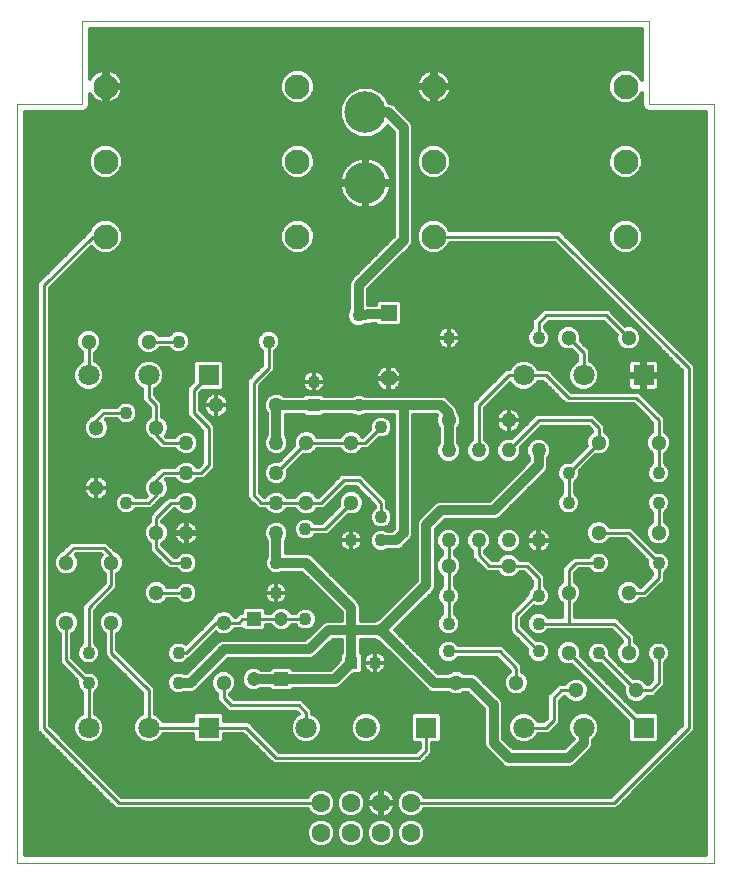
<source format=gbl>
G75*
%MOIN*%
%OFA0B0*%
%FSLAX25Y25*%
%IPPOS*%
%LPD*%
%AMOC8*
5,1,8,0,0,1.08239X$1,22.5*
%
%ADD10C,0.08268*%
%ADD11C,0.05512*%
%ADD12R,0.05512X0.05512*%
%ADD13R,0.07087X0.07087*%
%ADD14C,0.07087*%
%ADD15R,0.04331X0.04331*%
%ADD16C,0.04331*%
%ADD17C,0.13843*%
%ADD18C,0.06299*%
%ADD19C,0.05118*%
%ADD20C,0.00000*%
%ADD21C,0.05000*%
%ADD22C,0.04724*%
%ADD23R,0.04724X0.04724*%
%ADD24C,0.01200*%
%ADD25C,0.03346*%
%ADD26C,0.01000*%
%ADD27C,0.03200*%
D10*
X0034425Y0215413D03*
X0034425Y0240413D03*
X0034425Y0265413D03*
X0098323Y0265413D03*
X0098323Y0240413D03*
X0098323Y0215413D03*
X0143801Y0215350D03*
X0143801Y0240350D03*
X0143801Y0265350D03*
X0207699Y0265350D03*
X0207699Y0240350D03*
X0207699Y0215350D03*
D11*
X0128750Y0168100D03*
D12*
X0128750Y0189850D03*
D13*
X0068750Y0169163D03*
X0068750Y0051663D03*
X0141250Y0051663D03*
X0213750Y0051663D03*
X0213750Y0169163D03*
D14*
X0193750Y0169163D03*
X0173750Y0169163D03*
X0173750Y0051663D03*
X0193750Y0051663D03*
X0121250Y0051663D03*
X0101250Y0051663D03*
X0048750Y0051663D03*
X0028750Y0051663D03*
X0028750Y0169163D03*
X0048750Y0169163D03*
D15*
X0103750Y0159160D03*
X0116310Y0073350D03*
D16*
X0124190Y0073350D03*
X0126250Y0084100D03*
X0116250Y0084100D03*
X0101000Y0087850D03*
X0091250Y0096600D03*
X0091250Y0106600D03*
X0101000Y0117850D03*
X0116250Y0114100D03*
X0126250Y0114100D03*
X0126250Y0121850D03*
X0148750Y0095600D03*
X0148750Y0086350D03*
X0148750Y0077100D03*
X0178750Y0077100D03*
X0178750Y0086350D03*
X0178750Y0095600D03*
X0198750Y0106600D03*
X0188750Y0126600D03*
X0188750Y0136600D03*
X0218750Y0136600D03*
X0218750Y0126600D03*
X0218750Y0106600D03*
X0218750Y0076600D03*
X0198750Y0076600D03*
X0126250Y0151850D03*
X0118750Y0159100D03*
X0103750Y0167040D03*
X0088750Y0180350D03*
X0058750Y0180350D03*
X0041250Y0156600D03*
X0041250Y0126600D03*
X0061250Y0106600D03*
X0061250Y0096600D03*
X0058750Y0076600D03*
X0058750Y0066600D03*
X0028750Y0066600D03*
X0028750Y0076600D03*
X0118750Y0189100D03*
X0148750Y0181600D03*
X0178750Y0181600D03*
D17*
X0121000Y0233163D03*
X0121000Y0256785D03*
D18*
X0116250Y0026600D03*
X0116250Y0016600D03*
X0106250Y0016600D03*
X0106250Y0026600D03*
X0126250Y0026600D03*
X0126250Y0016600D03*
X0136250Y0016600D03*
X0136250Y0026600D03*
D19*
X0151250Y0066600D03*
X0171250Y0066600D03*
X0188750Y0076600D03*
X0191250Y0064100D03*
X0208750Y0076600D03*
X0211250Y0064100D03*
X0208750Y0096600D03*
X0198750Y0116600D03*
X0188750Y0096600D03*
X0168750Y0105600D03*
X0148750Y0105600D03*
X0116250Y0126600D03*
X0101250Y0126600D03*
X0101250Y0146600D03*
X0091250Y0159100D03*
X0071250Y0159100D03*
X0051250Y0151600D03*
X0051250Y0131600D03*
X0051250Y0116600D03*
X0036250Y0106600D03*
X0051250Y0096600D03*
X0036250Y0086600D03*
X0021250Y0086600D03*
X0021250Y0106600D03*
X0031250Y0131600D03*
X0031250Y0151600D03*
X0028750Y0180350D03*
X0048750Y0180350D03*
X0116250Y0146600D03*
X0148750Y0154100D03*
X0168750Y0154100D03*
X0188750Y0181600D03*
X0208750Y0181600D03*
X0198750Y0146600D03*
X0218750Y0146600D03*
X0218750Y0116600D03*
X0073750Y0086600D03*
X0073750Y0066600D03*
D20*
X0005000Y0006600D02*
X0237283Y0006600D01*
X0237283Y0259631D01*
X0215630Y0259631D01*
X0215630Y0287191D01*
X0026654Y0287191D01*
X0026654Y0259631D01*
X0005000Y0259631D01*
X0005000Y0006600D01*
D21*
X0061250Y0116600D03*
X0061250Y0126600D03*
X0061250Y0136600D03*
X0061250Y0146600D03*
X0091250Y0146600D03*
X0091250Y0136600D03*
X0091250Y0126600D03*
X0091250Y0116600D03*
X0148750Y0114100D03*
X0158750Y0114100D03*
X0168750Y0114100D03*
X0178750Y0114100D03*
X0178750Y0144100D03*
X0168750Y0144100D03*
X0158750Y0144100D03*
X0148750Y0144100D03*
D22*
X0093000Y0087850D03*
X0083750Y0067850D03*
D23*
X0093000Y0067850D03*
X0083750Y0087850D03*
D24*
X0079788Y0089950D02*
X0079130Y0089950D01*
X0077880Y0088700D01*
X0077382Y0088700D01*
X0077276Y0088956D01*
X0076106Y0090126D01*
X0074577Y0090759D01*
X0072923Y0090759D01*
X0071394Y0090126D01*
X0070224Y0088956D01*
X0069933Y0088253D01*
X0069150Y0087470D01*
X0061178Y0079497D01*
X0060883Y0079792D01*
X0059499Y0080365D01*
X0058001Y0080365D01*
X0056617Y0079792D01*
X0055558Y0078733D01*
X0054985Y0077349D01*
X0054985Y0075851D01*
X0055558Y0074467D01*
X0056617Y0073408D01*
X0058001Y0072835D01*
X0059499Y0072835D01*
X0060883Y0073408D01*
X0061942Y0074467D01*
X0061956Y0074500D01*
X0062120Y0074500D01*
X0071044Y0083424D01*
X0071394Y0083074D01*
X0072923Y0082441D01*
X0074577Y0082441D01*
X0076106Y0083074D01*
X0077276Y0084244D01*
X0077382Y0084500D01*
X0079620Y0084500D01*
X0079866Y0084747D01*
X0080725Y0083888D01*
X0086775Y0083888D01*
X0087712Y0084825D01*
X0087712Y0085750D01*
X0089581Y0085750D01*
X0089641Y0085606D01*
X0090756Y0084491D01*
X0092212Y0083888D01*
X0093788Y0083888D01*
X0095244Y0084491D01*
X0096359Y0085606D01*
X0096419Y0085750D01*
X0097794Y0085750D01*
X0097808Y0085717D01*
X0098867Y0084658D01*
X0100251Y0084085D01*
X0101749Y0084085D01*
X0103133Y0084658D01*
X0104192Y0085717D01*
X0104765Y0087101D01*
X0104765Y0088599D01*
X0104192Y0089983D01*
X0103133Y0091042D01*
X0101749Y0091615D01*
X0100251Y0091615D01*
X0098867Y0091042D01*
X0097808Y0089983D01*
X0097794Y0089950D01*
X0096419Y0089950D01*
X0096359Y0090094D01*
X0095244Y0091209D01*
X0093788Y0091812D01*
X0092212Y0091812D01*
X0090756Y0091209D01*
X0089641Y0090094D01*
X0089581Y0089950D01*
X0087712Y0089950D01*
X0087712Y0090875D01*
X0086775Y0091812D01*
X0080725Y0091812D01*
X0079788Y0090875D01*
X0079788Y0089950D01*
X0079788Y0090702D02*
X0074716Y0090702D01*
X0072784Y0090702D02*
X0037216Y0090702D01*
X0037077Y0090759D02*
X0035423Y0090759D01*
X0033894Y0090126D01*
X0032724Y0088956D01*
X0032091Y0087427D01*
X0032091Y0085773D01*
X0032724Y0084244D01*
X0033894Y0083074D01*
X0034150Y0082968D01*
X0034150Y0075730D01*
X0046650Y0063230D01*
X0046650Y0056360D01*
X0045837Y0056023D01*
X0044390Y0054576D01*
X0043607Y0052686D01*
X0043607Y0050640D01*
X0044390Y0048750D01*
X0045837Y0047303D01*
X0047727Y0046520D01*
X0049773Y0046520D01*
X0051663Y0047303D01*
X0053110Y0048750D01*
X0053447Y0049563D01*
X0063607Y0049563D01*
X0063607Y0047457D01*
X0064544Y0046520D01*
X0072956Y0046520D01*
X0073893Y0047457D01*
X0073893Y0049563D01*
X0080317Y0049563D01*
X0089150Y0040730D01*
X0090380Y0039500D01*
X0139620Y0039500D01*
X0140850Y0040730D01*
X0142120Y0042000D01*
X0143350Y0043230D01*
X0143350Y0046520D01*
X0145456Y0046520D01*
X0146393Y0047457D01*
X0146393Y0055869D01*
X0145456Y0056806D01*
X0137044Y0056806D01*
X0136107Y0055869D01*
X0136107Y0047457D01*
X0137044Y0046520D01*
X0139150Y0046520D01*
X0139150Y0044970D01*
X0137880Y0043700D01*
X0092120Y0043700D01*
X0082057Y0053763D01*
X0073893Y0053763D01*
X0073893Y0055869D01*
X0072956Y0056806D01*
X0064544Y0056806D01*
X0063607Y0055869D01*
X0063607Y0053763D01*
X0053447Y0053763D01*
X0053110Y0054576D01*
X0051663Y0056023D01*
X0050850Y0056360D01*
X0050850Y0064970D01*
X0049620Y0066200D01*
X0038350Y0077470D01*
X0038350Y0082968D01*
X0038606Y0083074D01*
X0039776Y0084244D01*
X0040409Y0085773D01*
X0040409Y0087427D01*
X0039776Y0088956D01*
X0038606Y0090126D01*
X0037077Y0090759D01*
X0035284Y0090702D02*
X0030850Y0090702D01*
X0030850Y0090730D02*
X0038350Y0098230D01*
X0038350Y0102968D01*
X0038606Y0103074D01*
X0039776Y0104244D01*
X0040409Y0105773D01*
X0040409Y0107427D01*
X0039776Y0108956D01*
X0038606Y0110126D01*
X0037903Y0110417D01*
X0037120Y0111200D01*
X0034620Y0113700D01*
X0022880Y0113700D01*
X0021650Y0112470D01*
X0019597Y0110417D01*
X0018894Y0110126D01*
X0017724Y0108956D01*
X0017091Y0107427D01*
X0017091Y0105773D01*
X0017724Y0104244D01*
X0018894Y0103074D01*
X0020423Y0102441D01*
X0022077Y0102441D01*
X0023606Y0103074D01*
X0024776Y0104244D01*
X0025409Y0105773D01*
X0025409Y0107427D01*
X0024776Y0108956D01*
X0024426Y0109306D01*
X0024620Y0109500D01*
X0032880Y0109500D01*
X0033074Y0109306D01*
X0032724Y0108956D01*
X0032091Y0107427D01*
X0032091Y0105773D01*
X0032724Y0104244D01*
X0033894Y0103074D01*
X0034150Y0102968D01*
X0034150Y0099970D01*
X0027880Y0093700D01*
X0026650Y0092470D01*
X0026650Y0079806D01*
X0026617Y0079792D01*
X0025558Y0078733D01*
X0024985Y0077349D01*
X0024985Y0075851D01*
X0025558Y0074467D01*
X0026617Y0073408D01*
X0028001Y0072835D01*
X0029499Y0072835D01*
X0030883Y0073408D01*
X0031942Y0074467D01*
X0032515Y0075851D01*
X0032515Y0077349D01*
X0031942Y0078733D01*
X0030883Y0079792D01*
X0030850Y0079806D01*
X0030850Y0090730D01*
X0030850Y0089503D02*
X0033271Y0089503D01*
X0032454Y0088305D02*
X0030850Y0088305D01*
X0030850Y0087106D02*
X0032091Y0087106D01*
X0032091Y0085908D02*
X0030850Y0085908D01*
X0030850Y0084709D02*
X0032531Y0084709D01*
X0033458Y0083511D02*
X0030850Y0083511D01*
X0030850Y0082312D02*
X0034150Y0082312D01*
X0034150Y0081114D02*
X0030850Y0081114D01*
X0030850Y0079915D02*
X0034150Y0079915D01*
X0034150Y0078717D02*
X0031949Y0078717D01*
X0032445Y0077518D02*
X0034150Y0077518D01*
X0034150Y0076320D02*
X0032515Y0076320D01*
X0032213Y0075121D02*
X0034759Y0075121D01*
X0035958Y0073923D02*
X0031398Y0073923D01*
X0029591Y0070327D02*
X0039553Y0070327D01*
X0038355Y0071526D02*
X0026794Y0071526D01*
X0027968Y0070352D02*
X0023350Y0074970D01*
X0023350Y0082968D01*
X0023606Y0083074D01*
X0024776Y0084244D01*
X0025409Y0085773D01*
X0025409Y0087427D01*
X0024776Y0088956D01*
X0023606Y0090126D01*
X0022077Y0090759D01*
X0020423Y0090759D01*
X0018894Y0090126D01*
X0017724Y0088956D01*
X0017091Y0087427D01*
X0017091Y0085773D01*
X0017724Y0084244D01*
X0018894Y0083074D01*
X0019150Y0082968D01*
X0019150Y0073230D01*
X0024998Y0067382D01*
X0024985Y0067349D01*
X0024985Y0065851D01*
X0025558Y0064467D01*
X0026617Y0063408D01*
X0026650Y0063394D01*
X0026650Y0056360D01*
X0025837Y0056023D01*
X0024390Y0054576D01*
X0023607Y0052686D01*
X0023607Y0050640D01*
X0024390Y0048750D01*
X0025837Y0047303D01*
X0027727Y0046520D01*
X0029773Y0046520D01*
X0031663Y0047303D01*
X0033110Y0048750D01*
X0033893Y0050640D01*
X0033893Y0052686D01*
X0033110Y0054576D01*
X0031663Y0056023D01*
X0030850Y0056360D01*
X0030850Y0063394D01*
X0030883Y0063408D01*
X0031942Y0064467D01*
X0032515Y0065851D01*
X0032515Y0067349D01*
X0031942Y0068733D01*
X0030883Y0069792D01*
X0029499Y0070365D01*
X0028001Y0070365D01*
X0027968Y0070352D01*
X0025596Y0072724D02*
X0037156Y0072724D01*
X0040699Y0075121D02*
X0055287Y0075121D01*
X0054985Y0076320D02*
X0039500Y0076320D01*
X0038350Y0077518D02*
X0055055Y0077518D01*
X0055551Y0078717D02*
X0038350Y0078717D01*
X0038350Y0079915D02*
X0056914Y0079915D01*
X0060586Y0079915D02*
X0061595Y0079915D01*
X0062794Y0081114D02*
X0038350Y0081114D01*
X0038350Y0082312D02*
X0063992Y0082312D01*
X0065191Y0083511D02*
X0039042Y0083511D01*
X0039969Y0084709D02*
X0066389Y0084709D01*
X0067588Y0085908D02*
X0040409Y0085908D01*
X0040409Y0087106D02*
X0068786Y0087106D01*
X0069954Y0088305D02*
X0040046Y0088305D01*
X0039229Y0089503D02*
X0070771Y0089503D01*
X0076729Y0089503D02*
X0078683Y0089503D01*
X0079829Y0084709D02*
X0079904Y0084709D01*
X0076542Y0083511D02*
X0103520Y0083511D01*
X0103184Y0084709D02*
X0104767Y0084709D01*
X0104271Y0085908D02*
X0106013Y0085908D01*
X0106509Y0086385D02*
X0100961Y0081050D01*
X0073363Y0081050D01*
X0072187Y0080563D01*
X0071287Y0079663D01*
X0071287Y0079663D01*
X0061425Y0069800D01*
X0060864Y0069800D01*
X0059499Y0070365D01*
X0058001Y0070365D01*
X0056617Y0069792D01*
X0055558Y0068733D01*
X0054985Y0067349D01*
X0054985Y0065851D01*
X0055558Y0064467D01*
X0056617Y0063408D01*
X0058001Y0062835D01*
X0059499Y0062835D01*
X0060864Y0063400D01*
X0063387Y0063400D01*
X0064563Y0063887D01*
X0075325Y0074650D01*
X0102219Y0074650D01*
X0102824Y0074638D01*
X0102854Y0074650D01*
X0102887Y0074650D01*
X0103446Y0074882D01*
X0104009Y0075102D01*
X0104033Y0075125D01*
X0104063Y0075137D01*
X0104491Y0075565D01*
X0110039Y0080900D01*
X0113110Y0080900D01*
X0113110Y0076743D01*
X0112545Y0076178D01*
X0112545Y0074110D01*
X0109485Y0071050D01*
X0096787Y0071050D01*
X0096025Y0071812D01*
X0089975Y0071812D01*
X0089213Y0071050D01*
X0086153Y0071050D01*
X0085994Y0071209D01*
X0084538Y0071812D01*
X0082962Y0071812D01*
X0081506Y0071209D01*
X0080391Y0070094D01*
X0079788Y0068638D01*
X0079788Y0067062D01*
X0080391Y0065606D01*
X0081506Y0064491D01*
X0082962Y0063888D01*
X0084538Y0063888D01*
X0085994Y0064491D01*
X0086153Y0064650D01*
X0089213Y0064650D01*
X0089975Y0063888D01*
X0096025Y0063888D01*
X0096787Y0064650D01*
X0111447Y0064650D01*
X0112623Y0065137D01*
X0117070Y0069585D01*
X0119138Y0069585D01*
X0120075Y0070522D01*
X0120075Y0076178D01*
X0119510Y0076743D01*
X0119510Y0080900D01*
X0124136Y0080900D01*
X0125482Y0080343D01*
X0141037Y0064787D01*
X0141937Y0063887D01*
X0143113Y0063400D01*
X0148568Y0063400D01*
X0148894Y0063074D01*
X0150423Y0062441D01*
X0152077Y0062441D01*
X0153606Y0063074D01*
X0153932Y0063400D01*
X0154925Y0063400D01*
X0160550Y0057775D01*
X0160550Y0045963D01*
X0161037Y0044787D01*
X0166037Y0039787D01*
X0166937Y0038887D01*
X0168113Y0038400D01*
X0189387Y0038400D01*
X0190563Y0038887D01*
X0195563Y0043887D01*
X0196463Y0044787D01*
X0196950Y0045963D01*
X0196950Y0047589D01*
X0198110Y0048750D01*
X0198893Y0050640D01*
X0198893Y0052686D01*
X0198110Y0054576D01*
X0196663Y0056023D01*
X0194773Y0056806D01*
X0192727Y0056806D01*
X0190837Y0056023D01*
X0189390Y0054576D01*
X0188607Y0052686D01*
X0188607Y0050640D01*
X0189390Y0048750D01*
X0190382Y0047757D01*
X0187425Y0044800D01*
X0170075Y0044800D01*
X0166950Y0047925D01*
X0166950Y0059737D01*
X0166463Y0060913D01*
X0165563Y0061813D01*
X0158063Y0069313D01*
X0156887Y0069800D01*
X0153932Y0069800D01*
X0153606Y0070126D01*
X0152077Y0070759D01*
X0150423Y0070759D01*
X0148894Y0070126D01*
X0148568Y0069800D01*
X0145075Y0069800D01*
X0130775Y0084100D01*
X0143063Y0096387D01*
X0143963Y0097287D01*
X0144450Y0098463D01*
X0144450Y0117775D01*
X0147575Y0120900D01*
X0164387Y0120900D01*
X0165563Y0121387D01*
X0180563Y0136387D01*
X0181463Y0137287D01*
X0181950Y0138463D01*
X0181950Y0141502D01*
X0182226Y0141778D01*
X0182850Y0143284D01*
X0182850Y0144916D01*
X0182226Y0146422D01*
X0181072Y0147576D01*
X0179566Y0148200D01*
X0177934Y0148200D01*
X0176428Y0147576D01*
X0175274Y0146422D01*
X0174650Y0144916D01*
X0174650Y0143284D01*
X0175274Y0141778D01*
X0175550Y0141502D01*
X0175550Y0140425D01*
X0162425Y0127300D01*
X0145613Y0127300D01*
X0144437Y0126813D01*
X0143537Y0125913D01*
X0139437Y0121813D01*
X0138537Y0120913D01*
X0138050Y0119737D01*
X0138050Y0100425D01*
X0125482Y0087857D01*
X0124136Y0087300D01*
X0119450Y0087300D01*
X0119450Y0092237D01*
X0118963Y0093413D01*
X0118063Y0094313D01*
X0103063Y0109313D01*
X0101887Y0109800D01*
X0094450Y0109800D01*
X0094450Y0114002D01*
X0094726Y0114278D01*
X0095350Y0115784D01*
X0095350Y0117416D01*
X0094726Y0118922D01*
X0093572Y0120076D01*
X0092066Y0120700D01*
X0090434Y0120700D01*
X0088928Y0120076D01*
X0087774Y0118922D01*
X0087150Y0117416D01*
X0087150Y0115784D01*
X0087774Y0114278D01*
X0088050Y0114002D01*
X0088050Y0108714D01*
X0087485Y0107349D01*
X0087485Y0105851D01*
X0088058Y0104467D01*
X0089117Y0103408D01*
X0090501Y0102835D01*
X0091999Y0102835D01*
X0093364Y0103400D01*
X0099925Y0103400D01*
X0113050Y0090275D01*
X0113050Y0087300D01*
X0108781Y0087300D01*
X0108176Y0087312D01*
X0108146Y0087300D01*
X0108113Y0087300D01*
X0107554Y0087068D01*
X0106991Y0086848D01*
X0106967Y0086825D01*
X0106937Y0086813D01*
X0106509Y0086385D01*
X0107646Y0087106D02*
X0104765Y0087106D01*
X0104765Y0088305D02*
X0113050Y0088305D01*
X0113050Y0089503D02*
X0104391Y0089503D01*
X0103473Y0090702D02*
X0112623Y0090702D01*
X0111424Y0091900D02*
X0032020Y0091900D01*
X0033219Y0093099D02*
X0048869Y0093099D01*
X0048894Y0093074D02*
X0050423Y0092441D01*
X0052077Y0092441D01*
X0053606Y0093074D01*
X0054776Y0094244D01*
X0054882Y0094500D01*
X0058044Y0094500D01*
X0058058Y0094467D01*
X0059117Y0093408D01*
X0060501Y0092835D01*
X0061999Y0092835D01*
X0063383Y0093408D01*
X0064442Y0094467D01*
X0065015Y0095851D01*
X0065015Y0097349D01*
X0064442Y0098733D01*
X0063383Y0099792D01*
X0061999Y0100365D01*
X0060501Y0100365D01*
X0059117Y0099792D01*
X0058058Y0098733D01*
X0058044Y0098700D01*
X0054882Y0098700D01*
X0054776Y0098956D01*
X0053606Y0100126D01*
X0052077Y0100759D01*
X0050423Y0100759D01*
X0048894Y0100126D01*
X0047724Y0098956D01*
X0047091Y0097427D01*
X0047091Y0095773D01*
X0047724Y0094244D01*
X0048894Y0093074D01*
X0047702Y0094297D02*
X0034417Y0094297D01*
X0035616Y0095496D02*
X0047206Y0095496D01*
X0047091Y0096694D02*
X0036814Y0096694D01*
X0038013Y0097893D02*
X0047284Y0097893D01*
X0047860Y0099091D02*
X0038350Y0099091D01*
X0038350Y0100290D02*
X0049290Y0100290D01*
X0053210Y0100290D02*
X0060319Y0100290D01*
X0062181Y0100290D02*
X0090500Y0100290D01*
X0090152Y0100221D02*
X0089466Y0099937D01*
X0088850Y0099525D01*
X0088325Y0099000D01*
X0087913Y0098384D01*
X0087629Y0097698D01*
X0087485Y0096971D01*
X0087485Y0096600D01*
X0087485Y0096229D01*
X0087629Y0095502D01*
X0087913Y0094816D01*
X0088325Y0094200D01*
X0088850Y0093675D01*
X0089466Y0093263D01*
X0090152Y0092979D01*
X0090879Y0092835D01*
X0091250Y0092835D01*
X0091621Y0092835D01*
X0092348Y0092979D01*
X0093034Y0093263D01*
X0093650Y0093675D01*
X0094175Y0094200D01*
X0094587Y0094816D01*
X0094871Y0095502D01*
X0095015Y0096229D01*
X0095015Y0096600D01*
X0095015Y0096971D01*
X0094871Y0097698D01*
X0094587Y0098384D01*
X0094175Y0099000D01*
X0093650Y0099525D01*
X0093034Y0099937D01*
X0092348Y0100221D01*
X0091621Y0100365D01*
X0091250Y0100365D01*
X0090879Y0100365D01*
X0090152Y0100221D01*
X0091250Y0100290D02*
X0091250Y0100290D01*
X0091250Y0100365D02*
X0091250Y0096600D01*
X0095015Y0096600D01*
X0091250Y0096600D01*
X0091250Y0096600D01*
X0091250Y0096600D01*
X0091250Y0100365D01*
X0092000Y0100290D02*
X0103035Y0100290D01*
X0104233Y0099091D02*
X0094084Y0099091D01*
X0094790Y0097893D02*
X0105432Y0097893D01*
X0106630Y0096694D02*
X0095015Y0096694D01*
X0094868Y0095496D02*
X0107829Y0095496D01*
X0109027Y0094297D02*
X0094240Y0094297D01*
X0092637Y0093099D02*
X0110226Y0093099D01*
X0114483Y0097893D02*
X0135517Y0097893D01*
X0134319Y0096694D02*
X0115681Y0096694D01*
X0116880Y0095496D02*
X0133120Y0095496D01*
X0131922Y0094297D02*
X0118078Y0094297D01*
X0119093Y0093099D02*
X0130723Y0093099D01*
X0129525Y0091900D02*
X0119450Y0091900D01*
X0119450Y0090702D02*
X0128326Y0090702D01*
X0127128Y0089503D02*
X0119450Y0089503D01*
X0119450Y0088305D02*
X0125929Y0088305D01*
X0131385Y0084709D02*
X0145354Y0084709D01*
X0145558Y0084217D02*
X0146617Y0083158D01*
X0148001Y0082585D01*
X0149499Y0082585D01*
X0150883Y0083158D01*
X0151942Y0084217D01*
X0152515Y0085601D01*
X0152515Y0087099D01*
X0151942Y0088483D01*
X0150883Y0089542D01*
X0150850Y0089556D01*
X0150850Y0092394D01*
X0150883Y0092408D01*
X0151942Y0093467D01*
X0152515Y0094851D01*
X0152515Y0096349D01*
X0151942Y0097733D01*
X0150883Y0098792D01*
X0150850Y0098806D01*
X0150850Y0101968D01*
X0151106Y0102074D01*
X0152276Y0103244D01*
X0152909Y0104773D01*
X0152909Y0106427D01*
X0152276Y0107956D01*
X0151106Y0109126D01*
X0150850Y0109232D01*
X0150850Y0110532D01*
X0151072Y0110624D01*
X0152226Y0111778D01*
X0152850Y0113284D01*
X0152850Y0114916D01*
X0152226Y0116422D01*
X0151072Y0117576D01*
X0149566Y0118200D01*
X0147934Y0118200D01*
X0146428Y0117576D01*
X0145274Y0116422D01*
X0144650Y0114916D01*
X0144650Y0113284D01*
X0145274Y0111778D01*
X0146428Y0110624D01*
X0146650Y0110532D01*
X0146650Y0109232D01*
X0146394Y0109126D01*
X0145224Y0107956D01*
X0144591Y0106427D01*
X0144591Y0104773D01*
X0145224Y0103244D01*
X0146394Y0102074D01*
X0146650Y0101968D01*
X0146650Y0098806D01*
X0146617Y0098792D01*
X0145558Y0097733D01*
X0144985Y0096349D01*
X0144985Y0094851D01*
X0145558Y0093467D01*
X0146617Y0092408D01*
X0146650Y0092394D01*
X0146650Y0089556D01*
X0146617Y0089542D01*
X0145558Y0088483D01*
X0144985Y0087099D01*
X0144985Y0085601D01*
X0145558Y0084217D01*
X0146264Y0083511D02*
X0131365Y0083511D01*
X0132563Y0082312D02*
X0170568Y0082312D01*
X0171766Y0081114D02*
X0133762Y0081114D01*
X0134960Y0079915D02*
X0146240Y0079915D01*
X0146617Y0080292D02*
X0145558Y0079233D01*
X0144985Y0077849D01*
X0144985Y0076351D01*
X0145558Y0074967D01*
X0146617Y0073908D01*
X0148001Y0073335D01*
X0149499Y0073335D01*
X0150883Y0073908D01*
X0151942Y0074967D01*
X0151956Y0075000D01*
X0164880Y0075000D01*
X0169150Y0070730D01*
X0169150Y0070232D01*
X0168894Y0070126D01*
X0167724Y0068956D01*
X0167091Y0067427D01*
X0167091Y0065773D01*
X0167724Y0064244D01*
X0168894Y0063074D01*
X0170423Y0062441D01*
X0172077Y0062441D01*
X0173606Y0063074D01*
X0174776Y0064244D01*
X0175409Y0065773D01*
X0175409Y0067427D01*
X0174776Y0068956D01*
X0173606Y0070126D01*
X0173350Y0070232D01*
X0173350Y0072470D01*
X0172120Y0073700D01*
X0166620Y0079200D01*
X0151956Y0079200D01*
X0151942Y0079233D01*
X0150883Y0080292D01*
X0149499Y0080865D01*
X0148001Y0080865D01*
X0146617Y0080292D01*
X0145344Y0078717D02*
X0136159Y0078717D01*
X0137357Y0077518D02*
X0144985Y0077518D01*
X0144998Y0076320D02*
X0138556Y0076320D01*
X0139754Y0075121D02*
X0145494Y0075121D01*
X0146602Y0073923D02*
X0140953Y0073923D01*
X0142151Y0072724D02*
X0167156Y0072724D01*
X0168355Y0071526D02*
X0143350Y0071526D01*
X0144548Y0070327D02*
X0149380Y0070327D01*
X0153120Y0070327D02*
X0169150Y0070327D01*
X0167897Y0069129D02*
X0158247Y0069129D01*
X0159445Y0067930D02*
X0167299Y0067930D01*
X0167091Y0066732D02*
X0160644Y0066732D01*
X0161842Y0065533D02*
X0167190Y0065533D01*
X0167687Y0064334D02*
X0163041Y0064334D01*
X0164239Y0063136D02*
X0168832Y0063136D01*
X0166535Y0060739D02*
X0181650Y0060739D01*
X0181650Y0061937D02*
X0165438Y0061937D01*
X0166950Y0059540D02*
X0181650Y0059540D01*
X0181650Y0058342D02*
X0166950Y0058342D01*
X0166950Y0057143D02*
X0181650Y0057143D01*
X0181650Y0055945D02*
X0176742Y0055945D01*
X0176663Y0056023D02*
X0174773Y0056806D01*
X0172727Y0056806D01*
X0170837Y0056023D01*
X0169390Y0054576D01*
X0168607Y0052686D01*
X0168607Y0050640D01*
X0169390Y0048750D01*
X0170837Y0047303D01*
X0172727Y0046520D01*
X0174773Y0046520D01*
X0176663Y0047303D01*
X0178110Y0048750D01*
X0178447Y0049563D01*
X0182183Y0049563D01*
X0184620Y0052000D01*
X0185850Y0053230D01*
X0185850Y0060730D01*
X0187120Y0062000D01*
X0187618Y0062000D01*
X0187724Y0061744D01*
X0188894Y0060574D01*
X0190423Y0059941D01*
X0192077Y0059941D01*
X0193606Y0060574D01*
X0194776Y0061744D01*
X0195409Y0063273D01*
X0195409Y0064927D01*
X0194776Y0066456D01*
X0193606Y0067626D01*
X0192077Y0068259D01*
X0190423Y0068259D01*
X0188894Y0067626D01*
X0187724Y0066456D01*
X0187618Y0066200D01*
X0185380Y0066200D01*
X0184150Y0064970D01*
X0181650Y0062470D01*
X0181650Y0054970D01*
X0180443Y0053763D01*
X0178447Y0053763D01*
X0178110Y0054576D01*
X0176663Y0056023D01*
X0177940Y0054746D02*
X0181427Y0054746D01*
X0184969Y0052349D02*
X0188607Y0052349D01*
X0188607Y0051151D02*
X0183771Y0051151D01*
X0182572Y0049952D02*
X0188891Y0049952D01*
X0189388Y0048754D02*
X0178112Y0048754D01*
X0176916Y0047555D02*
X0190180Y0047555D01*
X0188981Y0046357D02*
X0168519Y0046357D01*
X0169717Y0045158D02*
X0187783Y0045158D01*
X0192040Y0040364D02*
X0214544Y0040364D01*
X0213346Y0039166D02*
X0190841Y0039166D01*
X0193238Y0041563D02*
X0215743Y0041563D01*
X0216941Y0042761D02*
X0194437Y0042761D01*
X0195635Y0043960D02*
X0218140Y0043960D01*
X0219338Y0045158D02*
X0196616Y0045158D01*
X0196950Y0046357D02*
X0220537Y0046357D01*
X0221736Y0047555D02*
X0218893Y0047555D01*
X0218893Y0047457D02*
X0218893Y0055869D01*
X0217956Y0056806D01*
X0211577Y0056806D01*
X0192821Y0075561D01*
X0192909Y0075773D01*
X0192909Y0077427D01*
X0192276Y0078956D01*
X0191106Y0080126D01*
X0189577Y0080759D01*
X0187923Y0080759D01*
X0186394Y0080126D01*
X0185224Y0078956D01*
X0184591Y0077427D01*
X0184591Y0075773D01*
X0185224Y0074244D01*
X0186394Y0073074D01*
X0187923Y0072441D01*
X0189577Y0072441D01*
X0189878Y0072565D01*
X0208607Y0053836D01*
X0208607Y0047457D01*
X0209544Y0046520D01*
X0217956Y0046520D01*
X0218893Y0047457D01*
X0218893Y0048754D02*
X0222934Y0048754D01*
X0224133Y0049952D02*
X0218893Y0049952D01*
X0218893Y0051151D02*
X0225331Y0051151D01*
X0226530Y0052349D02*
X0218893Y0052349D01*
X0218893Y0053548D02*
X0226650Y0053548D01*
X0226650Y0052470D02*
X0202880Y0028700D01*
X0140521Y0028700D01*
X0140277Y0029290D01*
X0138940Y0030627D01*
X0137195Y0031350D01*
X0135305Y0031350D01*
X0133560Y0030627D01*
X0132223Y0029290D01*
X0131500Y0027545D01*
X0131500Y0025655D01*
X0132223Y0023910D01*
X0133560Y0022573D01*
X0135305Y0021850D01*
X0137195Y0021850D01*
X0138940Y0022573D01*
X0140277Y0023910D01*
X0140521Y0024500D01*
X0204620Y0024500D01*
X0205850Y0025730D01*
X0205850Y0025730D01*
X0229620Y0049500D01*
X0230850Y0050730D01*
X0230850Y0172470D01*
X0229620Y0173700D01*
X0229620Y0173700D01*
X0185870Y0217450D01*
X0149138Y0217450D01*
X0148662Y0218598D01*
X0147049Y0220211D01*
X0144942Y0221084D01*
X0142661Y0221084D01*
X0140553Y0220211D01*
X0138940Y0218598D01*
X0138067Y0216491D01*
X0138067Y0214209D01*
X0138940Y0212102D01*
X0140553Y0210489D01*
X0142661Y0209616D01*
X0144942Y0209616D01*
X0147049Y0210489D01*
X0148662Y0212102D01*
X0149138Y0213250D01*
X0184130Y0213250D01*
X0226650Y0170730D01*
X0226650Y0052470D01*
X0226650Y0054746D02*
X0218893Y0054746D01*
X0218817Y0055945D02*
X0226650Y0055945D01*
X0226650Y0057143D02*
X0211239Y0057143D01*
X0210041Y0058342D02*
X0226650Y0058342D01*
X0226650Y0059540D02*
X0208842Y0059540D01*
X0208894Y0060574D02*
X0210423Y0059941D01*
X0212077Y0059941D01*
X0213606Y0060574D01*
X0214776Y0061744D01*
X0214882Y0062000D01*
X0217120Y0062000D01*
X0219620Y0064500D01*
X0220850Y0065730D01*
X0220850Y0073394D01*
X0220883Y0073408D01*
X0221942Y0074467D01*
X0222515Y0075851D01*
X0222515Y0077349D01*
X0221942Y0078733D01*
X0220883Y0079792D01*
X0219499Y0080365D01*
X0218001Y0080365D01*
X0216617Y0079792D01*
X0215558Y0078733D01*
X0214985Y0077349D01*
X0214985Y0075851D01*
X0215558Y0074467D01*
X0216617Y0073408D01*
X0216650Y0073394D01*
X0216650Y0067470D01*
X0215380Y0066200D01*
X0214882Y0066200D01*
X0214776Y0066456D01*
X0213606Y0067626D01*
X0212077Y0068259D01*
X0210423Y0068259D01*
X0210167Y0068153D01*
X0202502Y0075818D01*
X0202515Y0075851D01*
X0202515Y0077349D01*
X0201942Y0078733D01*
X0200883Y0079792D01*
X0199499Y0080365D01*
X0198001Y0080365D01*
X0196617Y0079792D01*
X0195558Y0078733D01*
X0194985Y0077349D01*
X0194985Y0075851D01*
X0195558Y0074467D01*
X0196617Y0073408D01*
X0198001Y0072835D01*
X0199499Y0072835D01*
X0199532Y0072848D01*
X0207197Y0065183D01*
X0207091Y0064927D01*
X0207091Y0063273D01*
X0207724Y0061744D01*
X0208894Y0060574D01*
X0208729Y0060739D02*
X0207644Y0060739D01*
X0207644Y0061937D02*
X0206445Y0061937D01*
X0207148Y0063136D02*
X0205247Y0063136D01*
X0204048Y0064334D02*
X0207091Y0064334D01*
X0206847Y0065533D02*
X0202850Y0065533D01*
X0201651Y0066732D02*
X0205649Y0066732D01*
X0204450Y0067930D02*
X0200453Y0067930D01*
X0199254Y0069129D02*
X0203252Y0069129D01*
X0202053Y0070327D02*
X0198056Y0070327D01*
X0196857Y0071526D02*
X0200855Y0071526D01*
X0199656Y0072724D02*
X0195659Y0072724D01*
X0196102Y0073923D02*
X0194460Y0073923D01*
X0195287Y0075121D02*
X0193262Y0075121D01*
X0192909Y0076320D02*
X0194985Y0076320D01*
X0195055Y0077518D02*
X0192871Y0077518D01*
X0192375Y0078717D02*
X0195551Y0078717D01*
X0196914Y0079915D02*
X0191317Y0079915D01*
X0186183Y0079915D02*
X0181260Y0079915D01*
X0180883Y0080292D02*
X0179499Y0080865D01*
X0178001Y0080865D01*
X0177968Y0080852D01*
X0173350Y0085470D01*
X0173350Y0088230D01*
X0177261Y0092141D01*
X0178001Y0091835D01*
X0179499Y0091835D01*
X0180883Y0092408D01*
X0181942Y0093467D01*
X0182515Y0094851D01*
X0182515Y0096349D01*
X0181942Y0097733D01*
X0180883Y0098792D01*
X0180850Y0098806D01*
X0180850Y0102470D01*
X0179620Y0103700D01*
X0175620Y0107700D01*
X0172382Y0107700D01*
X0172276Y0107956D01*
X0171106Y0109126D01*
X0169577Y0109759D01*
X0167923Y0109759D01*
X0166394Y0109126D01*
X0165224Y0107956D01*
X0165118Y0107700D01*
X0163120Y0107700D01*
X0160850Y0109970D01*
X0160850Y0110532D01*
X0161072Y0110624D01*
X0162226Y0111778D01*
X0162850Y0113284D01*
X0162850Y0114916D01*
X0162226Y0116422D01*
X0161072Y0117576D01*
X0159566Y0118200D01*
X0157934Y0118200D01*
X0156428Y0117576D01*
X0155274Y0116422D01*
X0154650Y0114916D01*
X0154650Y0113284D01*
X0155274Y0111778D01*
X0156428Y0110624D01*
X0156650Y0110532D01*
X0156650Y0108230D01*
X0157880Y0107000D01*
X0161380Y0103500D01*
X0165118Y0103500D01*
X0165224Y0103244D01*
X0166394Y0102074D01*
X0167923Y0101441D01*
X0169577Y0101441D01*
X0171106Y0102074D01*
X0172276Y0103244D01*
X0172382Y0103500D01*
X0173880Y0103500D01*
X0176650Y0100730D01*
X0176650Y0098806D01*
X0176617Y0098792D01*
X0175558Y0097733D01*
X0174985Y0096349D01*
X0174985Y0095804D01*
X0170380Y0091200D01*
X0169150Y0089970D01*
X0169150Y0083730D01*
X0174998Y0077882D01*
X0174985Y0077849D01*
X0174985Y0076351D01*
X0175558Y0074967D01*
X0176617Y0073908D01*
X0178001Y0073335D01*
X0179499Y0073335D01*
X0180883Y0073908D01*
X0181942Y0074967D01*
X0182515Y0076351D01*
X0182515Y0077849D01*
X0181942Y0079233D01*
X0180883Y0080292D01*
X0182156Y0078717D02*
X0185125Y0078717D01*
X0184629Y0077518D02*
X0182515Y0077518D01*
X0182502Y0076320D02*
X0184591Y0076320D01*
X0184861Y0075121D02*
X0182006Y0075121D01*
X0180898Y0073923D02*
X0185546Y0073923D01*
X0187239Y0072724D02*
X0173096Y0072724D01*
X0173350Y0071526D02*
X0190918Y0071526D01*
X0192116Y0070327D02*
X0173350Y0070327D01*
X0174603Y0069129D02*
X0193315Y0069129D01*
X0192872Y0067930D02*
X0194513Y0067930D01*
X0194500Y0066732D02*
X0195712Y0066732D01*
X0195158Y0065533D02*
X0196910Y0065533D01*
X0198109Y0064334D02*
X0195409Y0064334D01*
X0195352Y0063136D02*
X0199307Y0063136D01*
X0200506Y0061937D02*
X0194856Y0061937D01*
X0193771Y0060739D02*
X0201704Y0060739D01*
X0202903Y0059540D02*
X0185850Y0059540D01*
X0185850Y0058342D02*
X0204101Y0058342D01*
X0205300Y0057143D02*
X0185850Y0057143D01*
X0185850Y0055945D02*
X0190758Y0055945D01*
X0189560Y0054746D02*
X0185850Y0054746D01*
X0185850Y0053548D02*
X0188964Y0053548D01*
X0188729Y0060739D02*
X0185859Y0060739D01*
X0187057Y0061937D02*
X0187644Y0061937D01*
X0188000Y0066732D02*
X0175409Y0066732D01*
X0175310Y0065533D02*
X0184713Y0065533D01*
X0183515Y0064334D02*
X0174813Y0064334D01*
X0173668Y0063136D02*
X0182316Y0063136D01*
X0175201Y0067930D02*
X0189628Y0067930D01*
X0196742Y0055945D02*
X0206498Y0055945D01*
X0207697Y0054746D02*
X0197940Y0054746D01*
X0198536Y0053548D02*
X0208607Y0053548D01*
X0208607Y0052349D02*
X0198893Y0052349D01*
X0198893Y0051151D02*
X0208607Y0051151D01*
X0208607Y0049952D02*
X0198609Y0049952D01*
X0198112Y0048754D02*
X0208607Y0048754D01*
X0208607Y0047555D02*
X0196950Y0047555D01*
X0208552Y0034372D02*
X0033948Y0034372D01*
X0032750Y0035570D02*
X0209750Y0035570D01*
X0210949Y0036769D02*
X0031551Y0036769D01*
X0030353Y0037967D02*
X0212147Y0037967D01*
X0215690Y0035570D02*
X0234683Y0035570D01*
X0234683Y0034372D02*
X0214492Y0034372D01*
X0213293Y0033173D02*
X0234683Y0033173D01*
X0234683Y0031975D02*
X0212095Y0031975D01*
X0210896Y0030776D02*
X0234683Y0030776D01*
X0234683Y0029578D02*
X0209698Y0029578D01*
X0208499Y0028379D02*
X0234683Y0028379D01*
X0234683Y0027181D02*
X0207300Y0027181D01*
X0206102Y0025982D02*
X0234683Y0025982D01*
X0234683Y0024784D02*
X0204903Y0024784D01*
X0203758Y0029578D02*
X0139989Y0029578D01*
X0138579Y0030776D02*
X0204956Y0030776D01*
X0206155Y0031975D02*
X0036345Y0031975D01*
X0035147Y0033173D02*
X0207353Y0033173D01*
X0216889Y0036769D02*
X0234683Y0036769D01*
X0234683Y0037967D02*
X0218087Y0037967D01*
X0219286Y0039166D02*
X0234683Y0039166D01*
X0234683Y0040364D02*
X0220484Y0040364D01*
X0221683Y0041563D02*
X0234683Y0041563D01*
X0234683Y0042761D02*
X0222881Y0042761D01*
X0224080Y0043960D02*
X0234683Y0043960D01*
X0234683Y0045158D02*
X0225278Y0045158D01*
X0226477Y0046357D02*
X0234683Y0046357D01*
X0234683Y0047555D02*
X0227675Y0047555D01*
X0228874Y0048754D02*
X0234683Y0048754D01*
X0234683Y0049952D02*
X0230072Y0049952D01*
X0229620Y0049500D02*
X0229620Y0049500D01*
X0230850Y0051151D02*
X0234683Y0051151D01*
X0234683Y0052349D02*
X0230850Y0052349D01*
X0230850Y0053548D02*
X0234683Y0053548D01*
X0234683Y0054746D02*
X0230850Y0054746D01*
X0230850Y0055945D02*
X0234683Y0055945D01*
X0234683Y0057143D02*
X0230850Y0057143D01*
X0230850Y0058342D02*
X0234683Y0058342D01*
X0234683Y0059540D02*
X0230850Y0059540D01*
X0230850Y0060739D02*
X0234683Y0060739D01*
X0234683Y0061937D02*
X0230850Y0061937D01*
X0230850Y0063136D02*
X0234683Y0063136D01*
X0234683Y0064334D02*
X0230850Y0064334D01*
X0230850Y0065533D02*
X0234683Y0065533D01*
X0234683Y0066732D02*
X0230850Y0066732D01*
X0230850Y0067930D02*
X0234683Y0067930D01*
X0234683Y0069129D02*
X0230850Y0069129D01*
X0230850Y0070327D02*
X0234683Y0070327D01*
X0234683Y0071526D02*
X0230850Y0071526D01*
X0230850Y0072724D02*
X0234683Y0072724D01*
X0234683Y0073923D02*
X0230850Y0073923D01*
X0230850Y0075121D02*
X0234683Y0075121D01*
X0234683Y0076320D02*
X0230850Y0076320D01*
X0230850Y0077518D02*
X0234683Y0077518D01*
X0234683Y0078717D02*
X0230850Y0078717D01*
X0230850Y0079915D02*
X0234683Y0079915D01*
X0234683Y0081114D02*
X0230850Y0081114D01*
X0230850Y0082312D02*
X0234683Y0082312D01*
X0234683Y0083511D02*
X0230850Y0083511D01*
X0230850Y0084709D02*
X0234683Y0084709D01*
X0234683Y0085908D02*
X0230850Y0085908D01*
X0230850Y0087106D02*
X0234683Y0087106D01*
X0234683Y0088305D02*
X0230850Y0088305D01*
X0230850Y0089503D02*
X0234683Y0089503D01*
X0234683Y0090702D02*
X0230850Y0090702D01*
X0230850Y0091900D02*
X0234683Y0091900D01*
X0234683Y0093099D02*
X0230850Y0093099D01*
X0230850Y0094297D02*
X0234683Y0094297D01*
X0234683Y0095496D02*
X0230850Y0095496D01*
X0230850Y0096694D02*
X0234683Y0096694D01*
X0234683Y0097893D02*
X0230850Y0097893D01*
X0230850Y0099091D02*
X0234683Y0099091D01*
X0234683Y0100290D02*
X0230850Y0100290D01*
X0230850Y0101488D02*
X0234683Y0101488D01*
X0234683Y0102687D02*
X0230850Y0102687D01*
X0230850Y0103885D02*
X0234683Y0103885D01*
X0234683Y0105084D02*
X0230850Y0105084D01*
X0230850Y0106282D02*
X0234683Y0106282D01*
X0234683Y0107481D02*
X0230850Y0107481D01*
X0230850Y0108679D02*
X0234683Y0108679D01*
X0234683Y0109878D02*
X0230850Y0109878D01*
X0230850Y0111076D02*
X0234683Y0111076D01*
X0234683Y0112275D02*
X0230850Y0112275D01*
X0230850Y0113473D02*
X0234683Y0113473D01*
X0234683Y0114672D02*
X0230850Y0114672D01*
X0230850Y0115870D02*
X0234683Y0115870D01*
X0234683Y0117069D02*
X0230850Y0117069D01*
X0230850Y0118268D02*
X0234683Y0118268D01*
X0234683Y0119466D02*
X0230850Y0119466D01*
X0230850Y0120665D02*
X0234683Y0120665D01*
X0234683Y0121863D02*
X0230850Y0121863D01*
X0230850Y0123062D02*
X0234683Y0123062D01*
X0234683Y0124260D02*
X0230850Y0124260D01*
X0230850Y0125459D02*
X0234683Y0125459D01*
X0234683Y0126657D02*
X0230850Y0126657D01*
X0230850Y0127856D02*
X0234683Y0127856D01*
X0234683Y0129054D02*
X0230850Y0129054D01*
X0230850Y0130253D02*
X0234683Y0130253D01*
X0234683Y0131451D02*
X0230850Y0131451D01*
X0230850Y0132650D02*
X0234683Y0132650D01*
X0234683Y0133848D02*
X0230850Y0133848D01*
X0230850Y0135047D02*
X0234683Y0135047D01*
X0234683Y0136245D02*
X0230850Y0136245D01*
X0230850Y0137444D02*
X0234683Y0137444D01*
X0234683Y0138642D02*
X0230850Y0138642D01*
X0230850Y0139841D02*
X0234683Y0139841D01*
X0234683Y0141039D02*
X0230850Y0141039D01*
X0230850Y0142238D02*
X0234683Y0142238D01*
X0234683Y0143436D02*
X0230850Y0143436D01*
X0230850Y0144635D02*
X0234683Y0144635D01*
X0234683Y0145833D02*
X0230850Y0145833D01*
X0230850Y0147032D02*
X0234683Y0147032D01*
X0234683Y0148230D02*
X0230850Y0148230D01*
X0230850Y0149429D02*
X0234683Y0149429D01*
X0234683Y0150627D02*
X0230850Y0150627D01*
X0230850Y0151826D02*
X0234683Y0151826D01*
X0234683Y0153024D02*
X0230850Y0153024D01*
X0230850Y0154223D02*
X0234683Y0154223D01*
X0234683Y0155421D02*
X0230850Y0155421D01*
X0230850Y0156620D02*
X0234683Y0156620D01*
X0234683Y0157818D02*
X0230850Y0157818D01*
X0230850Y0159017D02*
X0234683Y0159017D01*
X0234683Y0160215D02*
X0230850Y0160215D01*
X0230850Y0161414D02*
X0234683Y0161414D01*
X0234683Y0162612D02*
X0230850Y0162612D01*
X0230850Y0163811D02*
X0234683Y0163811D01*
X0234683Y0165009D02*
X0230850Y0165009D01*
X0230850Y0166208D02*
X0234683Y0166208D01*
X0234683Y0167406D02*
X0230850Y0167406D01*
X0230850Y0168605D02*
X0234683Y0168605D01*
X0234683Y0169803D02*
X0230850Y0169803D01*
X0230850Y0171002D02*
X0234683Y0171002D01*
X0234683Y0172201D02*
X0230850Y0172201D01*
X0229921Y0173399D02*
X0234683Y0173399D01*
X0234683Y0174598D02*
X0228722Y0174598D01*
X0227524Y0175796D02*
X0234683Y0175796D01*
X0234683Y0176995D02*
X0226325Y0176995D01*
X0225127Y0178193D02*
X0234683Y0178193D01*
X0234683Y0179392D02*
X0223928Y0179392D01*
X0222730Y0180590D02*
X0234683Y0180590D01*
X0234683Y0181789D02*
X0221531Y0181789D01*
X0220333Y0182987D02*
X0234683Y0182987D01*
X0234683Y0184186D02*
X0219134Y0184186D01*
X0217936Y0185384D02*
X0234683Y0185384D01*
X0234683Y0186583D02*
X0216737Y0186583D01*
X0215539Y0187781D02*
X0234683Y0187781D01*
X0234683Y0188980D02*
X0214340Y0188980D01*
X0213142Y0190178D02*
X0234683Y0190178D01*
X0234683Y0191377D02*
X0211943Y0191377D01*
X0210745Y0192575D02*
X0234683Y0192575D01*
X0234683Y0193774D02*
X0209546Y0193774D01*
X0208348Y0194972D02*
X0234683Y0194972D01*
X0234683Y0196171D02*
X0207149Y0196171D01*
X0205951Y0197369D02*
X0234683Y0197369D01*
X0234683Y0198568D02*
X0204752Y0198568D01*
X0203554Y0199766D02*
X0234683Y0199766D01*
X0234683Y0200965D02*
X0202355Y0200965D01*
X0201157Y0202163D02*
X0234683Y0202163D01*
X0234683Y0203362D02*
X0199958Y0203362D01*
X0198760Y0204560D02*
X0234683Y0204560D01*
X0234683Y0205759D02*
X0197561Y0205759D01*
X0196362Y0206957D02*
X0234683Y0206957D01*
X0234683Y0208156D02*
X0195164Y0208156D01*
X0193965Y0209354D02*
X0234683Y0209354D01*
X0234683Y0210553D02*
X0211011Y0210553D01*
X0210947Y0210489D02*
X0212560Y0212102D01*
X0213433Y0214209D01*
X0213433Y0216491D01*
X0212560Y0218598D01*
X0210947Y0220211D01*
X0208839Y0221084D01*
X0206558Y0221084D01*
X0204451Y0220211D01*
X0202838Y0218598D01*
X0201965Y0216491D01*
X0201965Y0214209D01*
X0202838Y0212102D01*
X0204451Y0210489D01*
X0206558Y0209616D01*
X0208839Y0209616D01*
X0210947Y0210489D01*
X0212209Y0211751D02*
X0234683Y0211751D01*
X0234683Y0212950D02*
X0212911Y0212950D01*
X0213407Y0214148D02*
X0234683Y0214148D01*
X0234683Y0215347D02*
X0213433Y0215347D01*
X0213410Y0216545D02*
X0234683Y0216545D01*
X0234683Y0217744D02*
X0212913Y0217744D01*
X0212215Y0218942D02*
X0234683Y0218942D01*
X0234683Y0220141D02*
X0211017Y0220141D01*
X0204381Y0220141D02*
X0147119Y0220141D01*
X0148318Y0218942D02*
X0203182Y0218942D01*
X0202484Y0217744D02*
X0149016Y0217744D01*
X0149013Y0212950D02*
X0184430Y0212950D01*
X0185629Y0211751D02*
X0148311Y0211751D01*
X0147113Y0210553D02*
X0186827Y0210553D01*
X0188026Y0209354D02*
X0133530Y0209354D01*
X0132331Y0208156D02*
X0189224Y0208156D01*
X0190423Y0206957D02*
X0131133Y0206957D01*
X0129934Y0205759D02*
X0191621Y0205759D01*
X0192820Y0204560D02*
X0128736Y0204560D01*
X0127537Y0203362D02*
X0194018Y0203362D01*
X0195217Y0202163D02*
X0126339Y0202163D01*
X0125140Y0200965D02*
X0196415Y0200965D01*
X0197614Y0199766D02*
X0123942Y0199766D01*
X0122743Y0198568D02*
X0198812Y0198568D01*
X0200011Y0197369D02*
X0121950Y0197369D01*
X0121950Y0197775D02*
X0136463Y0212287D01*
X0136950Y0213463D01*
X0136950Y0252237D01*
X0136463Y0253413D01*
X0135563Y0254313D01*
X0130378Y0259498D01*
X0129201Y0259985D01*
X0128898Y0259985D01*
X0128224Y0261612D01*
X0125827Y0264009D01*
X0122695Y0265306D01*
X0119305Y0265306D01*
X0116173Y0264009D01*
X0113776Y0261612D01*
X0112479Y0258480D01*
X0112479Y0255090D01*
X0113776Y0251958D01*
X0116173Y0249561D01*
X0119305Y0248264D01*
X0122695Y0248264D01*
X0125827Y0249561D01*
X0128224Y0251958D01*
X0128412Y0252412D01*
X0130550Y0250275D01*
X0130550Y0215425D01*
X0116937Y0201813D01*
X0116037Y0200913D01*
X0115550Y0199737D01*
X0115550Y0191214D01*
X0114985Y0189849D01*
X0114985Y0188351D01*
X0115558Y0186967D01*
X0116617Y0185908D01*
X0118001Y0185335D01*
X0119499Y0185335D01*
X0120883Y0185908D01*
X0121038Y0186063D01*
X0124503Y0186322D01*
X0125331Y0185494D01*
X0132169Y0185494D01*
X0133106Y0186431D01*
X0133106Y0193269D01*
X0132169Y0194206D01*
X0125331Y0194206D01*
X0124394Y0193269D01*
X0124394Y0192732D01*
X0121950Y0192549D01*
X0121950Y0197775D01*
X0121950Y0196171D02*
X0201209Y0196171D01*
X0202408Y0194972D02*
X0121950Y0194972D01*
X0121950Y0193774D02*
X0124899Y0193774D01*
X0122300Y0192575D02*
X0121950Y0192575D01*
X0115550Y0192575D02*
X0015850Y0192575D01*
X0015850Y0191377D02*
X0115550Y0191377D01*
X0115121Y0190178D02*
X0015850Y0190178D01*
X0015850Y0188980D02*
X0114985Y0188980D01*
X0115221Y0187781D02*
X0015850Y0187781D01*
X0015850Y0186583D02*
X0115942Y0186583D01*
X0117882Y0185384D02*
X0015850Y0185384D01*
X0015850Y0184186D02*
X0027142Y0184186D01*
X0026394Y0183876D02*
X0027923Y0184509D01*
X0029577Y0184509D01*
X0031106Y0183876D01*
X0032276Y0182706D01*
X0032909Y0181177D01*
X0032909Y0179523D01*
X0032276Y0177994D01*
X0031106Y0176824D01*
X0030850Y0176718D01*
X0030850Y0173860D01*
X0031663Y0173523D01*
X0033110Y0172076D01*
X0033893Y0170186D01*
X0033893Y0168140D01*
X0033110Y0166250D01*
X0031663Y0164803D01*
X0029773Y0164020D01*
X0027727Y0164020D01*
X0025837Y0164803D01*
X0024390Y0166250D01*
X0023607Y0168140D01*
X0023607Y0170186D01*
X0024390Y0172076D01*
X0025837Y0173523D01*
X0026650Y0173860D01*
X0026650Y0176718D01*
X0026394Y0176824D01*
X0025224Y0177994D01*
X0024591Y0179523D01*
X0024591Y0181177D01*
X0025224Y0182706D01*
X0026394Y0183876D01*
X0025505Y0182987D02*
X0015850Y0182987D01*
X0015850Y0181789D02*
X0024844Y0181789D01*
X0024591Y0180590D02*
X0015850Y0180590D01*
X0015850Y0179392D02*
X0024645Y0179392D01*
X0025142Y0178193D02*
X0015850Y0178193D01*
X0015850Y0176995D02*
X0026224Y0176995D01*
X0026650Y0175796D02*
X0015850Y0175796D01*
X0015850Y0174598D02*
X0026650Y0174598D01*
X0025712Y0173399D02*
X0015850Y0173399D01*
X0015850Y0172201D02*
X0024514Y0172201D01*
X0023945Y0171002D02*
X0015850Y0171002D01*
X0015850Y0169803D02*
X0023607Y0169803D01*
X0023607Y0168605D02*
X0015850Y0168605D01*
X0015850Y0167406D02*
X0023910Y0167406D01*
X0024431Y0166208D02*
X0015850Y0166208D01*
X0015850Y0165009D02*
X0025630Y0165009D01*
X0031870Y0165009D02*
X0045630Y0165009D01*
X0045837Y0164803D02*
X0044390Y0166250D01*
X0043607Y0168140D01*
X0043607Y0170186D01*
X0044390Y0172076D01*
X0045837Y0173523D01*
X0047727Y0174306D01*
X0049773Y0174306D01*
X0051663Y0173523D01*
X0053110Y0172076D01*
X0053893Y0170186D01*
X0053893Y0168140D01*
X0053110Y0166250D01*
X0051663Y0164803D01*
X0050850Y0164466D01*
X0050850Y0162470D01*
X0053350Y0159970D01*
X0053350Y0155232D01*
X0053606Y0155126D01*
X0054776Y0153956D01*
X0055409Y0152427D01*
X0055409Y0150773D01*
X0054776Y0149244D01*
X0054426Y0148894D01*
X0054620Y0148700D01*
X0057682Y0148700D01*
X0057774Y0148922D01*
X0058928Y0150076D01*
X0060434Y0150700D01*
X0062066Y0150700D01*
X0063572Y0150076D01*
X0064726Y0148922D01*
X0065350Y0147416D01*
X0065350Y0145784D01*
X0064726Y0144278D01*
X0063572Y0143124D01*
X0062066Y0142500D01*
X0060434Y0142500D01*
X0058928Y0143124D01*
X0057774Y0144278D01*
X0057682Y0144500D01*
X0052880Y0144500D01*
X0051650Y0145730D01*
X0049597Y0147783D01*
X0048894Y0148074D01*
X0047724Y0149244D01*
X0047091Y0150773D01*
X0047091Y0152427D01*
X0047724Y0153956D01*
X0048894Y0155126D01*
X0049150Y0155232D01*
X0049150Y0158230D01*
X0047880Y0159500D01*
X0046650Y0160730D01*
X0046650Y0164466D01*
X0045837Y0164803D01*
X0046650Y0163811D02*
X0015850Y0163811D01*
X0015850Y0162612D02*
X0046650Y0162612D01*
X0046650Y0161414D02*
X0015850Y0161414D01*
X0015850Y0160215D02*
X0040139Y0160215D01*
X0040501Y0160365D02*
X0039117Y0159792D01*
X0038058Y0158733D01*
X0038044Y0158700D01*
X0032880Y0158700D01*
X0030380Y0156200D01*
X0029597Y0155417D01*
X0028894Y0155126D01*
X0027724Y0153956D01*
X0027091Y0152427D01*
X0027091Y0150773D01*
X0027724Y0149244D01*
X0028894Y0148074D01*
X0030423Y0147441D01*
X0032077Y0147441D01*
X0033606Y0148074D01*
X0034776Y0149244D01*
X0035409Y0150773D01*
X0035409Y0152427D01*
X0034776Y0153956D01*
X0034426Y0154306D01*
X0034620Y0154500D01*
X0038044Y0154500D01*
X0038058Y0154467D01*
X0039117Y0153408D01*
X0040501Y0152835D01*
X0041999Y0152835D01*
X0043383Y0153408D01*
X0044442Y0154467D01*
X0045015Y0155851D01*
X0045015Y0157349D01*
X0044442Y0158733D01*
X0043383Y0159792D01*
X0041999Y0160365D01*
X0040501Y0160365D01*
X0042361Y0160215D02*
X0047165Y0160215D01*
X0048363Y0159017D02*
X0044158Y0159017D01*
X0044821Y0157818D02*
X0049150Y0157818D01*
X0049150Y0156620D02*
X0045015Y0156620D01*
X0044837Y0155421D02*
X0049150Y0155421D01*
X0047991Y0154223D02*
X0044198Y0154223D01*
X0042457Y0153024D02*
X0047338Y0153024D01*
X0047091Y0151826D02*
X0035409Y0151826D01*
X0035349Y0150627D02*
X0047151Y0150627D01*
X0047648Y0149429D02*
X0034852Y0149429D01*
X0033762Y0148230D02*
X0048738Y0148230D01*
X0050348Y0147032D02*
X0015850Y0147032D01*
X0015850Y0148230D02*
X0028738Y0148230D01*
X0027648Y0149429D02*
X0015850Y0149429D01*
X0015850Y0150627D02*
X0027151Y0150627D01*
X0027091Y0151826D02*
X0015850Y0151826D01*
X0015850Y0153024D02*
X0027338Y0153024D01*
X0027991Y0154223D02*
X0015850Y0154223D01*
X0015850Y0155421D02*
X0029602Y0155421D01*
X0030800Y0156620D02*
X0015850Y0156620D01*
X0015850Y0157818D02*
X0031999Y0157818D01*
X0034509Y0154223D02*
X0038302Y0154223D01*
X0040043Y0153024D02*
X0035162Y0153024D01*
X0038342Y0159017D02*
X0015850Y0159017D01*
X0011650Y0159017D02*
X0007600Y0159017D01*
X0007600Y0160215D02*
X0011650Y0160215D01*
X0011650Y0161414D02*
X0007600Y0161414D01*
X0007600Y0162612D02*
X0011650Y0162612D01*
X0011650Y0163811D02*
X0007600Y0163811D01*
X0007600Y0165009D02*
X0011650Y0165009D01*
X0011650Y0166208D02*
X0007600Y0166208D01*
X0007600Y0167406D02*
X0011650Y0167406D01*
X0011650Y0168605D02*
X0007600Y0168605D01*
X0007600Y0169803D02*
X0011650Y0169803D01*
X0011650Y0171002D02*
X0007600Y0171002D01*
X0007600Y0172201D02*
X0011650Y0172201D01*
X0011650Y0173399D02*
X0007600Y0173399D01*
X0007600Y0174598D02*
X0011650Y0174598D01*
X0011650Y0175796D02*
X0007600Y0175796D01*
X0007600Y0176995D02*
X0011650Y0176995D01*
X0011650Y0178193D02*
X0007600Y0178193D01*
X0007600Y0179392D02*
X0011650Y0179392D01*
X0011650Y0180590D02*
X0007600Y0180590D01*
X0007600Y0181789D02*
X0011650Y0181789D01*
X0011650Y0182987D02*
X0007600Y0182987D01*
X0007600Y0184186D02*
X0011650Y0184186D01*
X0011650Y0185384D02*
X0007600Y0185384D01*
X0007600Y0186583D02*
X0011650Y0186583D01*
X0011650Y0187781D02*
X0007600Y0187781D01*
X0007600Y0188980D02*
X0011650Y0188980D01*
X0011650Y0190178D02*
X0007600Y0190178D01*
X0007600Y0191377D02*
X0011650Y0191377D01*
X0011650Y0192575D02*
X0007600Y0192575D01*
X0007600Y0193774D02*
X0011650Y0193774D01*
X0011650Y0194972D02*
X0007600Y0194972D01*
X0007600Y0196171D02*
X0011650Y0196171D01*
X0011650Y0197369D02*
X0007600Y0197369D01*
X0007600Y0198568D02*
X0011650Y0198568D01*
X0011650Y0199766D02*
X0007600Y0199766D01*
X0007600Y0200965D02*
X0012645Y0200965D01*
X0011650Y0199970D02*
X0011650Y0050730D01*
X0036650Y0025730D01*
X0037880Y0024500D01*
X0101979Y0024500D01*
X0102223Y0023910D01*
X0103560Y0022573D01*
X0105305Y0021850D01*
X0107195Y0021850D01*
X0108940Y0022573D01*
X0110277Y0023910D01*
X0111000Y0025655D01*
X0111000Y0027545D01*
X0110277Y0029290D01*
X0108940Y0030627D01*
X0107195Y0031350D01*
X0105305Y0031350D01*
X0103560Y0030627D01*
X0102223Y0029290D01*
X0101979Y0028700D01*
X0039620Y0028700D01*
X0015850Y0052470D01*
X0015850Y0198230D01*
X0029675Y0212055D01*
X0031177Y0210552D01*
X0033285Y0209679D01*
X0035566Y0209679D01*
X0037673Y0210552D01*
X0039286Y0212165D01*
X0040159Y0214272D01*
X0040159Y0216554D01*
X0039286Y0218661D01*
X0037673Y0220274D01*
X0035566Y0221147D01*
X0033285Y0221147D01*
X0031177Y0220274D01*
X0029564Y0218661D01*
X0029015Y0217335D01*
X0011650Y0199970D01*
X0013843Y0202163D02*
X0007600Y0202163D01*
X0007600Y0203362D02*
X0015042Y0203362D01*
X0016240Y0204560D02*
X0007600Y0204560D01*
X0007600Y0205759D02*
X0017439Y0205759D01*
X0018638Y0206957D02*
X0007600Y0206957D01*
X0007600Y0208156D02*
X0019836Y0208156D01*
X0021035Y0209354D02*
X0007600Y0209354D01*
X0007600Y0210553D02*
X0022233Y0210553D01*
X0023432Y0211751D02*
X0007600Y0211751D01*
X0007600Y0212950D02*
X0024630Y0212950D01*
X0025829Y0214148D02*
X0007600Y0214148D01*
X0007600Y0215347D02*
X0027027Y0215347D01*
X0028226Y0216545D02*
X0007600Y0216545D01*
X0007600Y0217744D02*
X0029184Y0217744D01*
X0029846Y0218942D02*
X0007600Y0218942D01*
X0007600Y0220141D02*
X0031044Y0220141D01*
X0037806Y0220141D02*
X0094942Y0220141D01*
X0095075Y0220274D02*
X0093462Y0218661D01*
X0092589Y0216554D01*
X0092589Y0214272D01*
X0093462Y0212165D01*
X0095075Y0210552D01*
X0097182Y0209679D01*
X0099463Y0209679D01*
X0101571Y0210552D01*
X0103184Y0212165D01*
X0104057Y0214272D01*
X0104057Y0216554D01*
X0103184Y0218661D01*
X0101571Y0220274D01*
X0099463Y0221147D01*
X0097182Y0221147D01*
X0095075Y0220274D01*
X0093743Y0218942D02*
X0039005Y0218942D01*
X0039666Y0217744D02*
X0093082Y0217744D01*
X0092589Y0216545D02*
X0040159Y0216545D01*
X0040159Y0215347D02*
X0092589Y0215347D01*
X0092640Y0214148D02*
X0040108Y0214148D01*
X0039611Y0212950D02*
X0093137Y0212950D01*
X0093876Y0211751D02*
X0038872Y0211751D01*
X0037674Y0210553D02*
X0095074Y0210553D01*
X0101572Y0210553D02*
X0125677Y0210553D01*
X0124479Y0209354D02*
X0026974Y0209354D01*
X0025776Y0208156D02*
X0123280Y0208156D01*
X0122082Y0206957D02*
X0024577Y0206957D01*
X0023379Y0205759D02*
X0120883Y0205759D01*
X0119685Y0204560D02*
X0022180Y0204560D01*
X0020982Y0203362D02*
X0118486Y0203362D01*
X0117288Y0202163D02*
X0019783Y0202163D01*
X0018585Y0200965D02*
X0116089Y0200965D01*
X0115562Y0199766D02*
X0017386Y0199766D01*
X0016188Y0198568D02*
X0115550Y0198568D01*
X0115550Y0197369D02*
X0015850Y0197369D01*
X0015850Y0196171D02*
X0115550Y0196171D01*
X0115550Y0194972D02*
X0015850Y0194972D01*
X0015850Y0193774D02*
X0115550Y0193774D01*
X0119618Y0185384D02*
X0176650Y0185384D01*
X0176650Y0184806D02*
X0176617Y0184792D01*
X0175558Y0183733D01*
X0174985Y0182349D01*
X0174985Y0180851D01*
X0175558Y0179467D01*
X0176617Y0178408D01*
X0178001Y0177835D01*
X0179499Y0177835D01*
X0180883Y0178408D01*
X0181942Y0179467D01*
X0182515Y0180851D01*
X0182515Y0182349D01*
X0181942Y0183733D01*
X0180883Y0184792D01*
X0180850Y0184806D01*
X0180850Y0185730D01*
X0182120Y0187000D01*
X0200380Y0187000D01*
X0204697Y0182683D01*
X0204591Y0182427D01*
X0204591Y0180773D01*
X0205224Y0179244D01*
X0206394Y0178074D01*
X0207923Y0177441D01*
X0209577Y0177441D01*
X0211106Y0178074D01*
X0212276Y0179244D01*
X0212909Y0180773D01*
X0212909Y0182427D01*
X0212276Y0183956D01*
X0211106Y0185126D01*
X0209577Y0185759D01*
X0207923Y0185759D01*
X0207667Y0185653D01*
X0202120Y0191200D01*
X0180380Y0191200D01*
X0179150Y0189970D01*
X0176650Y0187470D01*
X0176650Y0184806D01*
X0176011Y0184186D02*
X0151489Y0184186D01*
X0151675Y0184000D02*
X0151150Y0184525D01*
X0150534Y0184937D01*
X0149848Y0185221D01*
X0149121Y0185365D01*
X0148750Y0185365D01*
X0148379Y0185365D01*
X0147652Y0185221D01*
X0146966Y0184937D01*
X0146350Y0184525D01*
X0145825Y0184000D01*
X0145413Y0183384D01*
X0145129Y0182698D01*
X0144985Y0181971D01*
X0144985Y0181600D01*
X0144985Y0181229D01*
X0145129Y0180502D01*
X0145413Y0179816D01*
X0145825Y0179200D01*
X0146350Y0178675D01*
X0146966Y0178263D01*
X0147652Y0177979D01*
X0148379Y0177835D01*
X0148750Y0177835D01*
X0149121Y0177835D01*
X0149848Y0177979D01*
X0150534Y0178263D01*
X0151150Y0178675D01*
X0151675Y0179200D01*
X0152087Y0179816D01*
X0152371Y0180502D01*
X0152515Y0181229D01*
X0152515Y0181600D01*
X0152515Y0181971D01*
X0152371Y0182698D01*
X0152087Y0183384D01*
X0151675Y0184000D01*
X0152251Y0182987D02*
X0175249Y0182987D01*
X0174985Y0181789D02*
X0152515Y0181789D01*
X0152515Y0181600D02*
X0148750Y0181600D01*
X0148750Y0181600D01*
X0148750Y0181600D01*
X0148750Y0185365D01*
X0148750Y0181600D01*
X0152515Y0181600D01*
X0152388Y0180590D02*
X0175093Y0180590D01*
X0175633Y0179392D02*
X0151803Y0179392D01*
X0150364Y0178193D02*
X0177136Y0178193D01*
X0174773Y0174306D02*
X0172727Y0174306D01*
X0170837Y0173523D01*
X0169390Y0172076D01*
X0169027Y0171200D01*
X0167880Y0171200D01*
X0166650Y0169970D01*
X0156650Y0159970D01*
X0156650Y0147668D01*
X0156428Y0147576D01*
X0155274Y0146422D01*
X0154650Y0144916D01*
X0154650Y0143284D01*
X0155274Y0141778D01*
X0156428Y0140624D01*
X0157934Y0140000D01*
X0159566Y0140000D01*
X0161072Y0140624D01*
X0162226Y0141778D01*
X0162850Y0143284D01*
X0162850Y0144916D01*
X0162226Y0146422D01*
X0161072Y0147576D01*
X0160850Y0147668D01*
X0160850Y0158230D01*
X0169237Y0166617D01*
X0169390Y0166250D01*
X0170837Y0164803D01*
X0172727Y0164020D01*
X0174773Y0164020D01*
X0176663Y0164803D01*
X0178110Y0166250D01*
X0178447Y0167063D01*
X0180317Y0167063D01*
X0186650Y0160730D01*
X0187880Y0159500D01*
X0210380Y0159500D01*
X0216650Y0153230D01*
X0216650Y0150232D01*
X0216394Y0150126D01*
X0215224Y0148956D01*
X0214591Y0147427D01*
X0214591Y0145773D01*
X0215224Y0144244D01*
X0216394Y0143074D01*
X0216650Y0142968D01*
X0216650Y0139806D01*
X0216617Y0139792D01*
X0215558Y0138733D01*
X0214985Y0137349D01*
X0214985Y0135851D01*
X0215558Y0134467D01*
X0216617Y0133408D01*
X0218001Y0132835D01*
X0219499Y0132835D01*
X0220883Y0133408D01*
X0221942Y0134467D01*
X0222515Y0135851D01*
X0222515Y0137349D01*
X0221942Y0138733D01*
X0220883Y0139792D01*
X0220850Y0139806D01*
X0220850Y0142968D01*
X0221106Y0143074D01*
X0222276Y0144244D01*
X0222909Y0145773D01*
X0222909Y0147427D01*
X0222276Y0148956D01*
X0221106Y0150126D01*
X0220850Y0150232D01*
X0220850Y0154970D01*
X0213350Y0162470D01*
X0212120Y0163700D01*
X0189620Y0163700D01*
X0182057Y0171263D01*
X0178447Y0171263D01*
X0178110Y0172076D01*
X0176663Y0173523D01*
X0174773Y0174306D01*
X0176788Y0173399D02*
X0190712Y0173399D01*
X0190837Y0173523D02*
X0189390Y0172076D01*
X0188607Y0170186D01*
X0188607Y0168140D01*
X0189390Y0166250D01*
X0190837Y0164803D01*
X0192727Y0164020D01*
X0194773Y0164020D01*
X0196663Y0164803D01*
X0198110Y0166250D01*
X0198893Y0168140D01*
X0198893Y0170186D01*
X0198110Y0172076D01*
X0196663Y0173523D01*
X0195850Y0173860D01*
X0195850Y0177470D01*
X0192803Y0180517D01*
X0192909Y0180773D01*
X0192909Y0182427D01*
X0192276Y0183956D01*
X0191106Y0185126D01*
X0189577Y0185759D01*
X0187923Y0185759D01*
X0186394Y0185126D01*
X0185224Y0183956D01*
X0184591Y0182427D01*
X0184591Y0180773D01*
X0185224Y0179244D01*
X0186394Y0178074D01*
X0187923Y0177441D01*
X0189577Y0177441D01*
X0189833Y0177547D01*
X0191650Y0175730D01*
X0191650Y0173860D01*
X0190837Y0173523D01*
X0191650Y0174598D02*
X0090850Y0174598D01*
X0090850Y0175796D02*
X0191584Y0175796D01*
X0190386Y0176995D02*
X0090850Y0176995D01*
X0090850Y0177144D02*
X0090883Y0177158D01*
X0091942Y0178217D01*
X0092515Y0179601D01*
X0092515Y0181099D01*
X0091942Y0182483D01*
X0090883Y0183542D01*
X0089499Y0184115D01*
X0088001Y0184115D01*
X0086617Y0183542D01*
X0085558Y0182483D01*
X0084985Y0181099D01*
X0084985Y0179601D01*
X0085558Y0178217D01*
X0086617Y0177158D01*
X0086650Y0177144D01*
X0086650Y0172470D01*
X0081650Y0167470D01*
X0081650Y0128230D01*
X0082880Y0127000D01*
X0085380Y0124500D01*
X0087682Y0124500D01*
X0087774Y0124278D01*
X0088928Y0123124D01*
X0090434Y0122500D01*
X0092066Y0122500D01*
X0093572Y0123124D01*
X0094726Y0124278D01*
X0094818Y0124500D01*
X0097618Y0124500D01*
X0097724Y0124244D01*
X0098894Y0123074D01*
X0100423Y0122441D01*
X0102077Y0122441D01*
X0103606Y0123074D01*
X0104776Y0124244D01*
X0104882Y0124500D01*
X0107120Y0124500D01*
X0108350Y0125730D01*
X0114620Y0132000D01*
X0117880Y0132000D01*
X0124150Y0125730D01*
X0124150Y0125056D01*
X0124117Y0125042D01*
X0123058Y0123983D01*
X0122485Y0122599D01*
X0122485Y0121101D01*
X0123058Y0119717D01*
X0124117Y0118658D01*
X0125501Y0118085D01*
X0126999Y0118085D01*
X0128383Y0118658D01*
X0129442Y0119717D01*
X0130015Y0121101D01*
X0130015Y0122599D01*
X0129442Y0123983D01*
X0128383Y0125042D01*
X0128350Y0125056D01*
X0128350Y0127470D01*
X0127120Y0128700D01*
X0119620Y0136200D01*
X0112880Y0136200D01*
X0111650Y0134970D01*
X0105380Y0128700D01*
X0104882Y0128700D01*
X0104776Y0128956D01*
X0103606Y0130126D01*
X0102077Y0130759D01*
X0100423Y0130759D01*
X0098894Y0130126D01*
X0097724Y0128956D01*
X0097618Y0128700D01*
X0094818Y0128700D01*
X0094726Y0128922D01*
X0093572Y0130076D01*
X0092066Y0130700D01*
X0090434Y0130700D01*
X0088928Y0130076D01*
X0087774Y0128922D01*
X0087682Y0128700D01*
X0087120Y0128700D01*
X0085850Y0129970D01*
X0085850Y0165730D01*
X0089620Y0169500D01*
X0090850Y0170730D01*
X0090850Y0177144D01*
X0091918Y0178193D02*
X0147136Y0178193D01*
X0148750Y0178193D02*
X0148750Y0178193D01*
X0148750Y0177835D02*
X0148750Y0181600D01*
X0148750Y0181600D01*
X0148750Y0181600D01*
X0144985Y0181600D01*
X0148750Y0181600D01*
X0148750Y0177835D01*
X0148750Y0179392D02*
X0148750Y0179392D01*
X0148750Y0180590D02*
X0148750Y0180590D01*
X0148750Y0181789D02*
X0148750Y0181789D01*
X0148750Y0182987D02*
X0148750Y0182987D01*
X0148750Y0184186D02*
X0148750Y0184186D01*
X0146011Y0184186D02*
X0050358Y0184186D01*
X0051106Y0183876D02*
X0049577Y0184509D01*
X0047923Y0184509D01*
X0046394Y0183876D01*
X0045224Y0182706D01*
X0044591Y0181177D01*
X0044591Y0179523D01*
X0045224Y0177994D01*
X0046394Y0176824D01*
X0047923Y0176191D01*
X0049577Y0176191D01*
X0051106Y0176824D01*
X0052276Y0177994D01*
X0052382Y0178250D01*
X0055544Y0178250D01*
X0055558Y0178217D01*
X0056617Y0177158D01*
X0058001Y0176585D01*
X0059499Y0176585D01*
X0060883Y0177158D01*
X0061942Y0178217D01*
X0062515Y0179601D01*
X0062515Y0181099D01*
X0061942Y0182483D01*
X0060883Y0183542D01*
X0059499Y0184115D01*
X0058001Y0184115D01*
X0056617Y0183542D01*
X0055558Y0182483D01*
X0055544Y0182450D01*
X0052382Y0182450D01*
X0052276Y0182706D01*
X0051106Y0183876D01*
X0051995Y0182987D02*
X0056062Y0182987D01*
X0055582Y0178193D02*
X0052358Y0178193D01*
X0051276Y0176995D02*
X0057011Y0176995D01*
X0060489Y0176995D02*
X0086650Y0176995D01*
X0086650Y0175796D02*
X0030850Y0175796D01*
X0030850Y0174598D02*
X0086650Y0174598D01*
X0086650Y0173399D02*
X0073863Y0173399D01*
X0073893Y0173369D02*
X0072956Y0174306D01*
X0064544Y0174306D01*
X0063607Y0173369D01*
X0063607Y0166990D01*
X0061650Y0165033D01*
X0061650Y0155730D01*
X0062880Y0154500D01*
X0062880Y0154500D01*
X0066650Y0150730D01*
X0066650Y0139970D01*
X0065380Y0138700D01*
X0064818Y0138700D01*
X0064726Y0138922D01*
X0063572Y0140076D01*
X0062066Y0140700D01*
X0060434Y0140700D01*
X0058928Y0140076D01*
X0057774Y0138922D01*
X0057682Y0138700D01*
X0052880Y0138700D01*
X0051650Y0137470D01*
X0049597Y0135417D01*
X0048894Y0135126D01*
X0047724Y0133956D01*
X0047091Y0132427D01*
X0047091Y0130773D01*
X0047724Y0129244D01*
X0048074Y0128894D01*
X0047880Y0128700D01*
X0044456Y0128700D01*
X0044442Y0128733D01*
X0043383Y0129792D01*
X0041999Y0130365D01*
X0040501Y0130365D01*
X0039117Y0129792D01*
X0038058Y0128733D01*
X0037485Y0127349D01*
X0037485Y0125851D01*
X0038058Y0124467D01*
X0039117Y0123408D01*
X0040501Y0122835D01*
X0041999Y0122835D01*
X0043383Y0123408D01*
X0044442Y0124467D01*
X0044456Y0124500D01*
X0049620Y0124500D01*
X0050850Y0125730D01*
X0052903Y0127783D01*
X0053606Y0128074D01*
X0054776Y0129244D01*
X0055409Y0130773D01*
X0055409Y0132427D01*
X0054776Y0133956D01*
X0054426Y0134306D01*
X0054620Y0134500D01*
X0057682Y0134500D01*
X0057774Y0134278D01*
X0058928Y0133124D01*
X0060434Y0132500D01*
X0062066Y0132500D01*
X0063572Y0133124D01*
X0064726Y0134278D01*
X0064818Y0134500D01*
X0067120Y0134500D01*
X0070850Y0138230D01*
X0070850Y0152470D01*
X0065850Y0157470D01*
X0065850Y0163293D01*
X0066577Y0164020D01*
X0072956Y0164020D01*
X0073893Y0164957D01*
X0073893Y0173369D01*
X0073893Y0172201D02*
X0086381Y0172201D01*
X0085182Y0171002D02*
X0073893Y0171002D01*
X0073893Y0169803D02*
X0083984Y0169803D01*
X0082785Y0168605D02*
X0073893Y0168605D01*
X0073893Y0167406D02*
X0081650Y0167406D01*
X0081650Y0166208D02*
X0073893Y0166208D01*
X0073893Y0165009D02*
X0081650Y0165009D01*
X0081650Y0163811D02*
X0066368Y0163811D01*
X0065850Y0162612D02*
X0069009Y0162612D01*
X0069070Y0162657D02*
X0068541Y0162272D01*
X0068078Y0161809D01*
X0067693Y0161280D01*
X0067396Y0160697D01*
X0067193Y0160074D01*
X0067091Y0159427D01*
X0067091Y0159100D01*
X0071250Y0159100D01*
X0075409Y0159100D01*
X0075409Y0159427D01*
X0075307Y0160074D01*
X0075104Y0160697D01*
X0074807Y0161280D01*
X0074422Y0161809D01*
X0073959Y0162272D01*
X0073430Y0162657D01*
X0072847Y0162954D01*
X0072224Y0163157D01*
X0071577Y0163259D01*
X0071250Y0163259D01*
X0071250Y0159100D01*
X0071250Y0159100D01*
X0071250Y0159100D01*
X0075409Y0159100D01*
X0075409Y0158773D01*
X0075307Y0158126D01*
X0075104Y0157503D01*
X0074807Y0156920D01*
X0074422Y0156391D01*
X0073959Y0155928D01*
X0073430Y0155543D01*
X0072847Y0155246D01*
X0072224Y0155043D01*
X0071577Y0154941D01*
X0071250Y0154941D01*
X0071250Y0159100D01*
X0071250Y0159100D01*
X0071250Y0159100D01*
X0071250Y0163259D01*
X0070923Y0163259D01*
X0070276Y0163157D01*
X0069653Y0162954D01*
X0069070Y0162657D01*
X0067790Y0161414D02*
X0065850Y0161414D01*
X0065850Y0160215D02*
X0067239Y0160215D01*
X0067091Y0159100D02*
X0067091Y0158773D01*
X0067193Y0158126D01*
X0067396Y0157503D01*
X0067693Y0156920D01*
X0068078Y0156391D01*
X0068541Y0155928D01*
X0069070Y0155543D01*
X0069653Y0155246D01*
X0070276Y0155043D01*
X0070923Y0154941D01*
X0071250Y0154941D01*
X0071250Y0159100D01*
X0067091Y0159100D01*
X0067091Y0159017D02*
X0065850Y0159017D01*
X0065850Y0157818D02*
X0067293Y0157818D01*
X0066700Y0156620D02*
X0067911Y0156620D01*
X0067898Y0155421D02*
X0069309Y0155421D01*
X0069097Y0154223D02*
X0081650Y0154223D01*
X0081650Y0155421D02*
X0073191Y0155421D01*
X0074589Y0156620D02*
X0081650Y0156620D01*
X0081650Y0157818D02*
X0075207Y0157818D01*
X0075409Y0159017D02*
X0081650Y0159017D01*
X0081650Y0160215D02*
X0075261Y0160215D01*
X0074710Y0161414D02*
X0081650Y0161414D01*
X0081650Y0162612D02*
X0073491Y0162612D01*
X0071250Y0162612D02*
X0071250Y0162612D01*
X0071250Y0161414D02*
X0071250Y0161414D01*
X0071250Y0160215D02*
X0071250Y0160215D01*
X0071250Y0159017D02*
X0071250Y0159017D01*
X0071250Y0157818D02*
X0071250Y0157818D01*
X0071250Y0156620D02*
X0071250Y0156620D01*
X0071250Y0155421D02*
X0071250Y0155421D01*
X0070295Y0153024D02*
X0081650Y0153024D01*
X0081650Y0151826D02*
X0070850Y0151826D01*
X0070850Y0150627D02*
X0081650Y0150627D01*
X0081650Y0149429D02*
X0070850Y0149429D01*
X0070850Y0148230D02*
X0081650Y0148230D01*
X0081650Y0147032D02*
X0070850Y0147032D01*
X0070850Y0145833D02*
X0081650Y0145833D01*
X0081650Y0144635D02*
X0070850Y0144635D01*
X0070850Y0143436D02*
X0081650Y0143436D01*
X0081650Y0142238D02*
X0070850Y0142238D01*
X0070850Y0141039D02*
X0081650Y0141039D01*
X0081650Y0139841D02*
X0070850Y0139841D01*
X0070850Y0138642D02*
X0081650Y0138642D01*
X0081650Y0137444D02*
X0070064Y0137444D01*
X0068865Y0136245D02*
X0081650Y0136245D01*
X0081650Y0135047D02*
X0067667Y0135047D01*
X0064296Y0133848D02*
X0081650Y0133848D01*
X0081650Y0132650D02*
X0062427Y0132650D01*
X0062066Y0130700D02*
X0060434Y0130700D01*
X0058928Y0130076D01*
X0057774Y0128922D01*
X0057682Y0128700D01*
X0055380Y0128700D01*
X0054150Y0127470D01*
X0049150Y0122470D01*
X0049150Y0120232D01*
X0048894Y0120126D01*
X0047724Y0118956D01*
X0047091Y0117427D01*
X0047091Y0115773D01*
X0047724Y0114244D01*
X0048894Y0113074D01*
X0049150Y0112968D01*
X0049150Y0110730D01*
X0054150Y0105730D01*
X0055380Y0104500D01*
X0058044Y0104500D01*
X0058058Y0104467D01*
X0059117Y0103408D01*
X0060501Y0102835D01*
X0061999Y0102835D01*
X0063383Y0103408D01*
X0064442Y0104467D01*
X0065015Y0105851D01*
X0065015Y0107349D01*
X0064442Y0108733D01*
X0063383Y0109792D01*
X0061999Y0110365D01*
X0060501Y0110365D01*
X0059117Y0109792D01*
X0058058Y0108733D01*
X0058044Y0108700D01*
X0057120Y0108700D01*
X0053350Y0112470D01*
X0053350Y0112968D01*
X0053606Y0113074D01*
X0054776Y0114244D01*
X0055409Y0115773D01*
X0055409Y0117427D01*
X0054776Y0118956D01*
X0053606Y0120126D01*
X0053350Y0120232D01*
X0053350Y0120730D01*
X0057120Y0124500D01*
X0057682Y0124500D01*
X0057774Y0124278D01*
X0058928Y0123124D01*
X0060434Y0122500D01*
X0062066Y0122500D01*
X0063572Y0123124D01*
X0064726Y0124278D01*
X0065350Y0125784D01*
X0065350Y0127416D01*
X0064726Y0128922D01*
X0063572Y0130076D01*
X0062066Y0130700D01*
X0063146Y0130253D02*
X0081650Y0130253D01*
X0081650Y0131451D02*
X0055409Y0131451D01*
X0055317Y0132650D02*
X0060073Y0132650D01*
X0058204Y0133848D02*
X0054820Y0133848D01*
X0055194Y0130253D02*
X0059354Y0130253D01*
X0057906Y0129054D02*
X0054586Y0129054D01*
X0054536Y0127856D02*
X0053078Y0127856D01*
X0053337Y0126657D02*
X0051777Y0126657D01*
X0052139Y0125459D02*
X0050578Y0125459D01*
X0050940Y0124260D02*
X0044235Y0124260D01*
X0042547Y0123062D02*
X0049742Y0123062D01*
X0049150Y0121863D02*
X0015850Y0121863D01*
X0015850Y0120665D02*
X0049150Y0120665D01*
X0048234Y0119466D02*
X0015850Y0119466D01*
X0015850Y0118268D02*
X0047439Y0118268D01*
X0047091Y0117069D02*
X0015850Y0117069D01*
X0015850Y0115870D02*
X0047091Y0115870D01*
X0047547Y0114672D02*
X0015850Y0114672D01*
X0015850Y0113473D02*
X0022654Y0113473D01*
X0021455Y0112275D02*
X0015850Y0112275D01*
X0015850Y0111076D02*
X0020257Y0111076D01*
X0018646Y0109878D02*
X0015850Y0109878D01*
X0015850Y0108679D02*
X0017610Y0108679D01*
X0017113Y0107481D02*
X0015850Y0107481D01*
X0015850Y0106282D02*
X0017091Y0106282D01*
X0017376Y0105084D02*
X0015850Y0105084D01*
X0015850Y0103885D02*
X0018083Y0103885D01*
X0019829Y0102687D02*
X0015850Y0102687D01*
X0015850Y0101488D02*
X0034150Y0101488D01*
X0034150Y0100290D02*
X0015850Y0100290D01*
X0015850Y0099091D02*
X0033271Y0099091D01*
X0032073Y0097893D02*
X0015850Y0097893D01*
X0015850Y0096694D02*
X0030874Y0096694D01*
X0029676Y0095496D02*
X0015850Y0095496D01*
X0015850Y0094297D02*
X0028477Y0094297D01*
X0027279Y0093099D02*
X0015850Y0093099D01*
X0015850Y0091900D02*
X0026650Y0091900D01*
X0026650Y0090702D02*
X0022216Y0090702D01*
X0020284Y0090702D02*
X0015850Y0090702D01*
X0015850Y0089503D02*
X0018271Y0089503D01*
X0017454Y0088305D02*
X0015850Y0088305D01*
X0015850Y0087106D02*
X0017091Y0087106D01*
X0017091Y0085908D02*
X0015850Y0085908D01*
X0015850Y0084709D02*
X0017531Y0084709D01*
X0018458Y0083511D02*
X0015850Y0083511D01*
X0015850Y0082312D02*
X0019150Y0082312D01*
X0019150Y0081114D02*
X0015850Y0081114D01*
X0015850Y0079915D02*
X0019150Y0079915D01*
X0019150Y0078717D02*
X0015850Y0078717D01*
X0015850Y0077518D02*
X0019150Y0077518D01*
X0019150Y0076320D02*
X0015850Y0076320D01*
X0015850Y0075121D02*
X0019150Y0075121D01*
X0019150Y0073923D02*
X0015850Y0073923D01*
X0015850Y0072724D02*
X0019656Y0072724D01*
X0020855Y0071526D02*
X0015850Y0071526D01*
X0015850Y0070327D02*
X0022053Y0070327D01*
X0023252Y0069129D02*
X0015850Y0069129D01*
X0015850Y0067930D02*
X0024450Y0067930D01*
X0024985Y0066732D02*
X0015850Y0066732D01*
X0015850Y0065533D02*
X0025116Y0065533D01*
X0025690Y0064334D02*
X0015850Y0064334D01*
X0015850Y0063136D02*
X0026650Y0063136D01*
X0026650Y0061937D02*
X0015850Y0061937D01*
X0015850Y0060739D02*
X0026650Y0060739D01*
X0026650Y0059540D02*
X0015850Y0059540D01*
X0015850Y0058342D02*
X0026650Y0058342D01*
X0026650Y0057143D02*
X0015850Y0057143D01*
X0015850Y0055945D02*
X0025758Y0055945D01*
X0024560Y0054746D02*
X0015850Y0054746D01*
X0015850Y0053548D02*
X0023964Y0053548D01*
X0023607Y0052349D02*
X0015970Y0052349D01*
X0017169Y0051151D02*
X0023607Y0051151D01*
X0023891Y0049952D02*
X0018367Y0049952D01*
X0019566Y0048754D02*
X0024388Y0048754D01*
X0025584Y0047555D02*
X0020764Y0047555D01*
X0021963Y0046357D02*
X0083523Y0046357D01*
X0082325Y0047555D02*
X0073893Y0047555D01*
X0073893Y0048754D02*
X0081126Y0048754D01*
X0083470Y0052349D02*
X0096107Y0052349D01*
X0096107Y0052686D02*
X0096107Y0050640D01*
X0096890Y0048750D01*
X0098337Y0047303D01*
X0100227Y0046520D01*
X0102273Y0046520D01*
X0104163Y0047303D01*
X0105610Y0048750D01*
X0106393Y0050640D01*
X0106393Y0052686D01*
X0105610Y0054576D01*
X0104163Y0056023D01*
X0103350Y0056360D01*
X0103350Y0057470D01*
X0100850Y0059970D01*
X0099620Y0061200D01*
X0077120Y0061200D01*
X0075850Y0062470D01*
X0075850Y0062968D01*
X0076106Y0063074D01*
X0077276Y0064244D01*
X0077909Y0065773D01*
X0077909Y0067427D01*
X0077276Y0068956D01*
X0076106Y0070126D01*
X0074577Y0070759D01*
X0072923Y0070759D01*
X0071394Y0070126D01*
X0070224Y0068956D01*
X0069591Y0067427D01*
X0069591Y0065773D01*
X0070224Y0064244D01*
X0071394Y0063074D01*
X0071650Y0062968D01*
X0071650Y0060730D01*
X0072880Y0059500D01*
X0075380Y0057000D01*
X0097880Y0057000D01*
X0098704Y0056176D01*
X0098337Y0056023D01*
X0096890Y0054576D01*
X0096107Y0052686D01*
X0096464Y0053548D02*
X0082272Y0053548D01*
X0084669Y0051151D02*
X0096107Y0051151D01*
X0096391Y0049952D02*
X0085867Y0049952D01*
X0087066Y0048754D02*
X0096888Y0048754D01*
X0098084Y0047555D02*
X0088264Y0047555D01*
X0089463Y0046357D02*
X0139150Y0046357D01*
X0139150Y0045158D02*
X0090662Y0045158D01*
X0091860Y0043960D02*
X0138140Y0043960D01*
X0141683Y0041563D02*
X0164262Y0041563D01*
X0165460Y0040364D02*
X0140484Y0040364D01*
X0142881Y0042761D02*
X0163063Y0042761D01*
X0161865Y0043960D02*
X0143350Y0043960D01*
X0143350Y0045158D02*
X0160884Y0045158D01*
X0160550Y0046357D02*
X0143350Y0046357D01*
X0146393Y0047555D02*
X0160550Y0047555D01*
X0160550Y0048754D02*
X0146393Y0048754D01*
X0146393Y0049952D02*
X0160550Y0049952D01*
X0160550Y0051151D02*
X0146393Y0051151D01*
X0146393Y0052349D02*
X0160550Y0052349D01*
X0160550Y0053548D02*
X0146393Y0053548D01*
X0146393Y0054746D02*
X0160550Y0054746D01*
X0160550Y0055945D02*
X0146317Y0055945D01*
X0148832Y0063136D02*
X0076168Y0063136D01*
X0076382Y0061937D02*
X0156387Y0061937D01*
X0157586Y0060739D02*
X0100081Y0060739D01*
X0101279Y0059540D02*
X0158784Y0059540D01*
X0159983Y0058342D02*
X0102478Y0058342D01*
X0103350Y0057143D02*
X0160550Y0057143D01*
X0155189Y0063136D02*
X0153668Y0063136D01*
X0150898Y0073923D02*
X0165958Y0073923D01*
X0169500Y0076320D02*
X0174998Y0076320D01*
X0174985Y0077518D02*
X0168302Y0077518D01*
X0167103Y0078717D02*
X0174164Y0078717D01*
X0172965Y0079915D02*
X0151260Y0079915D01*
X0151236Y0083511D02*
X0169369Y0083511D01*
X0169150Y0084709D02*
X0152146Y0084709D01*
X0152515Y0085908D02*
X0169150Y0085908D01*
X0169150Y0087106D02*
X0152512Y0087106D01*
X0152016Y0088305D02*
X0169150Y0088305D01*
X0169150Y0089503D02*
X0150922Y0089503D01*
X0150850Y0090702D02*
X0169882Y0090702D01*
X0170380Y0091200D02*
X0170380Y0091200D01*
X0171080Y0091900D02*
X0150850Y0091900D01*
X0151574Y0093099D02*
X0172279Y0093099D01*
X0173477Y0094297D02*
X0152286Y0094297D01*
X0152515Y0095496D02*
X0174676Y0095496D01*
X0175128Y0096694D02*
X0152372Y0096694D01*
X0151782Y0097893D02*
X0175718Y0097893D01*
X0176650Y0099091D02*
X0150850Y0099091D01*
X0150850Y0100290D02*
X0176650Y0100290D01*
X0175892Y0101488D02*
X0169692Y0101488D01*
X0167808Y0101488D02*
X0150850Y0101488D01*
X0151719Y0102687D02*
X0165781Y0102687D01*
X0160995Y0103885D02*
X0152541Y0103885D01*
X0152909Y0105084D02*
X0159796Y0105084D01*
X0158598Y0106282D02*
X0152909Y0106282D01*
X0152473Y0107481D02*
X0157399Y0107481D01*
X0156650Y0108679D02*
X0151552Y0108679D01*
X0150850Y0109878D02*
X0156650Y0109878D01*
X0155975Y0111076D02*
X0151525Y0111076D01*
X0152432Y0112275D02*
X0155068Y0112275D01*
X0154650Y0113473D02*
X0152850Y0113473D01*
X0152850Y0114672D02*
X0154650Y0114672D01*
X0155046Y0115870D02*
X0152454Y0115870D01*
X0151579Y0117069D02*
X0155921Y0117069D01*
X0160942Y0109878D02*
X0196824Y0109878D01*
X0196617Y0109792D02*
X0195558Y0108733D01*
X0195544Y0108700D01*
X0190380Y0108700D01*
X0189150Y0107470D01*
X0187880Y0106200D01*
X0186650Y0104970D01*
X0186650Y0100232D01*
X0186394Y0100126D01*
X0185224Y0098956D01*
X0184591Y0097427D01*
X0184591Y0095773D01*
X0185224Y0094244D01*
X0186394Y0093074D01*
X0186650Y0092968D01*
X0186650Y0088450D01*
X0181956Y0088450D01*
X0181942Y0088483D01*
X0180883Y0089542D01*
X0179499Y0090115D01*
X0178001Y0090115D01*
X0176617Y0089542D01*
X0175558Y0088483D01*
X0174985Y0087099D01*
X0174985Y0085601D01*
X0175558Y0084217D01*
X0176617Y0083158D01*
X0178001Y0082585D01*
X0179499Y0082585D01*
X0180883Y0083158D01*
X0181942Y0084217D01*
X0181956Y0084250D01*
X0203130Y0084250D01*
X0206650Y0080730D01*
X0206650Y0080232D01*
X0206394Y0080126D01*
X0205224Y0078956D01*
X0204591Y0077427D01*
X0204591Y0075773D01*
X0205224Y0074244D01*
X0206394Y0073074D01*
X0207923Y0072441D01*
X0209577Y0072441D01*
X0211106Y0073074D01*
X0212276Y0074244D01*
X0212909Y0075773D01*
X0212909Y0077427D01*
X0212276Y0078956D01*
X0211106Y0080126D01*
X0210850Y0080232D01*
X0210850Y0082470D01*
X0209620Y0083700D01*
X0204870Y0088450D01*
X0190850Y0088450D01*
X0190850Y0092968D01*
X0191106Y0093074D01*
X0192276Y0094244D01*
X0192909Y0095773D01*
X0192909Y0097427D01*
X0192276Y0098956D01*
X0191106Y0100126D01*
X0190850Y0100232D01*
X0190850Y0103230D01*
X0192120Y0104500D01*
X0195544Y0104500D01*
X0195558Y0104467D01*
X0196617Y0103408D01*
X0198001Y0102835D01*
X0199499Y0102835D01*
X0200883Y0103408D01*
X0201942Y0104467D01*
X0202515Y0105851D01*
X0202515Y0107349D01*
X0201942Y0108733D01*
X0200883Y0109792D01*
X0199499Y0110365D01*
X0198001Y0110365D01*
X0196617Y0109792D01*
X0197923Y0112441D02*
X0196394Y0113074D01*
X0195224Y0114244D01*
X0194591Y0115773D01*
X0194591Y0117427D01*
X0195224Y0118956D01*
X0196394Y0120126D01*
X0197923Y0120759D01*
X0199577Y0120759D01*
X0201106Y0120126D01*
X0202276Y0118956D01*
X0202382Y0118700D01*
X0209620Y0118700D01*
X0217968Y0110352D01*
X0218001Y0110365D01*
X0219499Y0110365D01*
X0220883Y0109792D01*
X0221942Y0108733D01*
X0222515Y0107349D01*
X0222515Y0105851D01*
X0221942Y0104467D01*
X0220883Y0103408D01*
X0220850Y0103394D01*
X0220850Y0100730D01*
X0214620Y0094500D01*
X0212382Y0094500D01*
X0212276Y0094244D01*
X0211106Y0093074D01*
X0209577Y0092441D01*
X0207923Y0092441D01*
X0206394Y0093074D01*
X0205224Y0094244D01*
X0204591Y0095773D01*
X0204591Y0097427D01*
X0205224Y0098956D01*
X0206394Y0100126D01*
X0207923Y0100759D01*
X0209577Y0100759D01*
X0211106Y0100126D01*
X0212276Y0098956D01*
X0212382Y0098700D01*
X0212880Y0098700D01*
X0216650Y0102470D01*
X0216650Y0103394D01*
X0216617Y0103408D01*
X0215558Y0104467D01*
X0214985Y0105851D01*
X0214985Y0107349D01*
X0214998Y0107382D01*
X0207880Y0114500D01*
X0202382Y0114500D01*
X0202276Y0114244D01*
X0201106Y0113074D01*
X0199577Y0112441D01*
X0197923Y0112441D01*
X0195995Y0113473D02*
X0182802Y0113473D01*
X0182850Y0113777D02*
X0182850Y0113900D01*
X0178950Y0113900D01*
X0178950Y0114300D01*
X0178550Y0114300D01*
X0178550Y0118200D01*
X0178427Y0118200D01*
X0177790Y0118099D01*
X0177176Y0117900D01*
X0176601Y0117607D01*
X0176079Y0117227D01*
X0175623Y0116771D01*
X0175243Y0116249D01*
X0174950Y0115674D01*
X0174751Y0115060D01*
X0174650Y0114423D01*
X0174650Y0114300D01*
X0178550Y0114300D01*
X0178550Y0113900D01*
X0174650Y0113900D01*
X0174650Y0113777D01*
X0174751Y0113140D01*
X0174950Y0112526D01*
X0175243Y0111951D01*
X0175623Y0111429D01*
X0176079Y0110973D01*
X0176601Y0110593D01*
X0177176Y0110300D01*
X0177790Y0110101D01*
X0178427Y0110000D01*
X0178550Y0110000D01*
X0178550Y0113900D01*
X0178950Y0113900D01*
X0178950Y0110000D01*
X0179073Y0110000D01*
X0179710Y0110101D01*
X0180324Y0110300D01*
X0180899Y0110593D01*
X0181421Y0110973D01*
X0181877Y0111429D01*
X0182257Y0111951D01*
X0182550Y0112526D01*
X0182749Y0113140D01*
X0182850Y0113777D01*
X0182850Y0114300D02*
X0182850Y0114423D01*
X0182749Y0115060D01*
X0182550Y0115674D01*
X0182257Y0116249D01*
X0181877Y0116771D01*
X0181421Y0117227D01*
X0180899Y0117607D01*
X0180324Y0117900D01*
X0179710Y0118099D01*
X0179073Y0118200D01*
X0178950Y0118200D01*
X0178950Y0114300D01*
X0182850Y0114300D01*
X0182811Y0114672D02*
X0195047Y0114672D01*
X0194591Y0115870D02*
X0182449Y0115870D01*
X0181579Y0117069D02*
X0194591Y0117069D01*
X0194939Y0118268D02*
X0144943Y0118268D01*
X0144450Y0117069D02*
X0145921Y0117069D01*
X0145046Y0115870D02*
X0144450Y0115870D01*
X0144450Y0114672D02*
X0144650Y0114672D01*
X0144650Y0113473D02*
X0144450Y0113473D01*
X0144450Y0112275D02*
X0145068Y0112275D01*
X0144450Y0111076D02*
X0145975Y0111076D01*
X0146650Y0109878D02*
X0144450Y0109878D01*
X0144450Y0108679D02*
X0145948Y0108679D01*
X0145027Y0107481D02*
X0144450Y0107481D01*
X0144450Y0106282D02*
X0144591Y0106282D01*
X0144591Y0105084D02*
X0144450Y0105084D01*
X0144450Y0103885D02*
X0144958Y0103885D01*
X0144450Y0102687D02*
X0145781Y0102687D01*
X0146650Y0101488D02*
X0144450Y0101488D01*
X0144450Y0100290D02*
X0146650Y0100290D01*
X0146650Y0099091D02*
X0144450Y0099091D01*
X0144214Y0097893D02*
X0145718Y0097893D01*
X0145128Y0096694D02*
X0143370Y0096694D01*
X0142171Y0095496D02*
X0144985Y0095496D01*
X0145214Y0094297D02*
X0140973Y0094297D01*
X0139774Y0093099D02*
X0145926Y0093099D01*
X0146650Y0091900D02*
X0138576Y0091900D01*
X0137377Y0090702D02*
X0146650Y0090702D01*
X0146578Y0089503D02*
X0136179Y0089503D01*
X0134980Y0088305D02*
X0145484Y0088305D01*
X0144988Y0087106D02*
X0133782Y0087106D01*
X0132583Y0085908D02*
X0144985Y0085908D01*
X0136716Y0099091D02*
X0113284Y0099091D01*
X0112086Y0100290D02*
X0137914Y0100290D01*
X0138050Y0101488D02*
X0110887Y0101488D01*
X0109689Y0102687D02*
X0138050Y0102687D01*
X0138050Y0103885D02*
X0108490Y0103885D01*
X0107292Y0105084D02*
X0138050Y0105084D01*
X0138050Y0106282D02*
X0106093Y0106282D01*
X0104895Y0107481D02*
X0138050Y0107481D01*
X0138050Y0108679D02*
X0103696Y0108679D01*
X0101749Y0114085D02*
X0100251Y0114085D01*
X0098867Y0114658D01*
X0097808Y0115717D01*
X0097235Y0117101D01*
X0097235Y0118599D01*
X0097808Y0119983D01*
X0098867Y0121042D01*
X0100251Y0121615D01*
X0101749Y0121615D01*
X0103133Y0121042D01*
X0104192Y0119983D01*
X0104206Y0119950D01*
X0106630Y0119950D01*
X0112197Y0125517D01*
X0112091Y0125773D01*
X0112091Y0127427D01*
X0112724Y0128956D01*
X0113894Y0130126D01*
X0115423Y0130759D01*
X0117077Y0130759D01*
X0118606Y0130126D01*
X0119776Y0128956D01*
X0120409Y0127427D01*
X0120409Y0125773D01*
X0119776Y0124244D01*
X0118606Y0123074D01*
X0117077Y0122441D01*
X0115423Y0122441D01*
X0115167Y0122547D01*
X0108370Y0115750D01*
X0104206Y0115750D01*
X0104192Y0115717D01*
X0103133Y0114658D01*
X0101749Y0114085D01*
X0103147Y0114672D02*
X0112525Y0114672D01*
X0112485Y0114471D02*
X0112485Y0114100D01*
X0112485Y0113729D01*
X0112629Y0113002D01*
X0112913Y0112316D01*
X0113325Y0111700D01*
X0113850Y0111175D01*
X0114466Y0110763D01*
X0115152Y0110479D01*
X0115879Y0110335D01*
X0116250Y0110335D01*
X0116621Y0110335D01*
X0117348Y0110479D01*
X0118034Y0110763D01*
X0118650Y0111175D01*
X0119175Y0111700D01*
X0119587Y0112316D01*
X0119871Y0113002D01*
X0120015Y0113729D01*
X0120015Y0114100D01*
X0120015Y0114471D01*
X0119871Y0115198D01*
X0119587Y0115884D01*
X0119175Y0116500D01*
X0118650Y0117025D01*
X0118034Y0117437D01*
X0117348Y0117721D01*
X0116621Y0117865D01*
X0116250Y0117865D01*
X0115879Y0117865D01*
X0115152Y0117721D01*
X0114466Y0117437D01*
X0113850Y0117025D01*
X0113325Y0116500D01*
X0112913Y0115884D01*
X0112629Y0115198D01*
X0112485Y0114471D01*
X0112485Y0114100D02*
X0116250Y0114100D01*
X0116250Y0114100D01*
X0116250Y0117865D01*
X0116250Y0114100D01*
X0120015Y0114100D01*
X0116250Y0114100D01*
X0116250Y0114100D01*
X0116250Y0114100D01*
X0116250Y0110335D01*
X0116250Y0114100D01*
X0116250Y0114100D01*
X0112485Y0114100D01*
X0112535Y0113473D02*
X0094450Y0113473D01*
X0094450Y0112275D02*
X0112941Y0112275D01*
X0113998Y0111076D02*
X0094450Y0111076D01*
X0094450Y0109878D02*
X0138050Y0109878D01*
X0138050Y0111076D02*
X0132312Y0111076D01*
X0131887Y0110900D02*
X0133063Y0111387D01*
X0135563Y0113887D01*
X0136463Y0114787D01*
X0136950Y0115963D01*
X0136950Y0155900D01*
X0144925Y0155900D01*
X0144974Y0155851D01*
X0144591Y0154927D01*
X0144591Y0153273D01*
X0145224Y0151744D01*
X0145550Y0151418D01*
X0145550Y0146698D01*
X0145274Y0146422D01*
X0144650Y0144916D01*
X0144650Y0143284D01*
X0145274Y0141778D01*
X0146428Y0140624D01*
X0147934Y0140000D01*
X0149566Y0140000D01*
X0151072Y0140624D01*
X0152226Y0141778D01*
X0152850Y0143284D01*
X0152850Y0144916D01*
X0152226Y0146422D01*
X0151950Y0146698D01*
X0151950Y0151418D01*
X0152276Y0151744D01*
X0152909Y0153273D01*
X0152909Y0154927D01*
X0152276Y0156456D01*
X0151950Y0156782D01*
X0151950Y0157237D01*
X0151463Y0158413D01*
X0148963Y0160913D01*
X0148063Y0161813D01*
X0146887Y0162300D01*
X0120864Y0162300D01*
X0119499Y0162865D01*
X0118001Y0162865D01*
X0116781Y0162360D01*
X0107143Y0162360D01*
X0106578Y0162925D01*
X0100922Y0162925D01*
X0100297Y0162300D01*
X0093932Y0162300D01*
X0093606Y0162626D01*
X0092077Y0163259D01*
X0090423Y0163259D01*
X0088894Y0162626D01*
X0087724Y0161456D01*
X0087091Y0159927D01*
X0087091Y0158273D01*
X0087724Y0156744D01*
X0088050Y0156418D01*
X0088050Y0149198D01*
X0087774Y0148922D01*
X0087150Y0147416D01*
X0087150Y0145784D01*
X0087774Y0144278D01*
X0088928Y0143124D01*
X0090434Y0142500D01*
X0092066Y0142500D01*
X0093572Y0143124D01*
X0094726Y0144278D01*
X0095350Y0145784D01*
X0095350Y0147416D01*
X0094726Y0148922D01*
X0094450Y0149198D01*
X0094450Y0155900D01*
X0100417Y0155900D01*
X0100922Y0155395D01*
X0106578Y0155395D01*
X0107143Y0155960D01*
X0116565Y0155960D01*
X0116617Y0155908D01*
X0118001Y0155335D01*
X0119499Y0155335D01*
X0120864Y0155900D01*
X0130550Y0155900D01*
X0130550Y0117925D01*
X0129925Y0117300D01*
X0128364Y0117300D01*
X0126999Y0117865D01*
X0125501Y0117865D01*
X0124117Y0117292D01*
X0123058Y0116233D01*
X0122485Y0114849D01*
X0122485Y0113351D01*
X0123058Y0111967D01*
X0124117Y0110908D01*
X0125501Y0110335D01*
X0126999Y0110335D01*
X0128364Y0110900D01*
X0131887Y0110900D01*
X0133950Y0112275D02*
X0138050Y0112275D01*
X0138050Y0113473D02*
X0135149Y0113473D01*
X0136347Y0114672D02*
X0138050Y0114672D01*
X0138050Y0115870D02*
X0136911Y0115870D01*
X0136950Y0117069D02*
X0138050Y0117069D01*
X0138050Y0118268D02*
X0136950Y0118268D01*
X0136950Y0119466D02*
X0138050Y0119466D01*
X0138434Y0120665D02*
X0136950Y0120665D01*
X0136950Y0121863D02*
X0139488Y0121863D01*
X0139437Y0121813D02*
X0139437Y0121813D01*
X0140686Y0123062D02*
X0136950Y0123062D01*
X0136950Y0124260D02*
X0141885Y0124260D01*
X0143083Y0125459D02*
X0136950Y0125459D01*
X0136950Y0126657D02*
X0144282Y0126657D01*
X0147340Y0120665D02*
X0197695Y0120665D01*
X0199805Y0120665D02*
X0216650Y0120665D01*
X0216650Y0120232D02*
X0216650Y0123394D01*
X0216617Y0123408D01*
X0215558Y0124467D01*
X0214985Y0125851D01*
X0214985Y0127349D01*
X0215558Y0128733D01*
X0216617Y0129792D01*
X0218001Y0130365D01*
X0219499Y0130365D01*
X0220883Y0129792D01*
X0221942Y0128733D01*
X0222515Y0127349D01*
X0222515Y0125851D01*
X0221942Y0124467D01*
X0220883Y0123408D01*
X0220850Y0123394D01*
X0220850Y0120232D01*
X0221106Y0120126D01*
X0222276Y0118956D01*
X0222909Y0117427D01*
X0222909Y0115773D01*
X0222276Y0114244D01*
X0221106Y0113074D01*
X0219577Y0112441D01*
X0217923Y0112441D01*
X0216394Y0113074D01*
X0215224Y0114244D01*
X0214591Y0115773D01*
X0214591Y0117427D01*
X0215224Y0118956D01*
X0216394Y0120126D01*
X0216650Y0120232D01*
X0215734Y0119466D02*
X0201766Y0119466D01*
X0201505Y0113473D02*
X0208907Y0113473D01*
X0210105Y0112275D02*
X0182422Y0112275D01*
X0181525Y0111076D02*
X0211304Y0111076D01*
X0212502Y0109878D02*
X0200676Y0109878D01*
X0201964Y0108679D02*
X0213701Y0108679D01*
X0214899Y0107481D02*
X0202461Y0107481D01*
X0202515Y0106282D02*
X0214985Y0106282D01*
X0215302Y0105084D02*
X0202198Y0105084D01*
X0201360Y0103885D02*
X0216140Y0103885D01*
X0216650Y0102687D02*
X0190850Y0102687D01*
X0190850Y0101488D02*
X0215669Y0101488D01*
X0214470Y0100290D02*
X0210710Y0100290D01*
X0212140Y0099091D02*
X0213271Y0099091D01*
X0215616Y0095496D02*
X0226650Y0095496D01*
X0226650Y0096694D02*
X0216814Y0096694D01*
X0218013Y0097893D02*
X0226650Y0097893D01*
X0226650Y0099091D02*
X0219211Y0099091D01*
X0220410Y0100290D02*
X0226650Y0100290D01*
X0226650Y0101488D02*
X0220850Y0101488D01*
X0220850Y0102687D02*
X0226650Y0102687D01*
X0226650Y0103885D02*
X0221360Y0103885D01*
X0222198Y0105084D02*
X0226650Y0105084D01*
X0226650Y0106282D02*
X0222515Y0106282D01*
X0222461Y0107481D02*
X0226650Y0107481D01*
X0226650Y0108679D02*
X0221964Y0108679D01*
X0220676Y0109878D02*
X0226650Y0109878D01*
X0226650Y0111076D02*
X0217243Y0111076D01*
X0216045Y0112275D02*
X0226650Y0112275D01*
X0226650Y0113473D02*
X0221505Y0113473D01*
X0222453Y0114672D02*
X0226650Y0114672D01*
X0226650Y0115870D02*
X0222909Y0115870D01*
X0222909Y0117069D02*
X0226650Y0117069D01*
X0226650Y0118268D02*
X0222561Y0118268D01*
X0221766Y0119466D02*
X0226650Y0119466D01*
X0226650Y0120665D02*
X0220850Y0120665D01*
X0220850Y0121863D02*
X0226650Y0121863D01*
X0226650Y0123062D02*
X0220850Y0123062D01*
X0221735Y0124260D02*
X0226650Y0124260D01*
X0226650Y0125459D02*
X0222353Y0125459D01*
X0222515Y0126657D02*
X0226650Y0126657D01*
X0226650Y0127856D02*
X0222305Y0127856D01*
X0221621Y0129054D02*
X0226650Y0129054D01*
X0226650Y0130253D02*
X0219771Y0130253D01*
X0217729Y0130253D02*
X0190850Y0130253D01*
X0190850Y0129806D02*
X0190850Y0133394D01*
X0190883Y0133408D01*
X0191942Y0134467D01*
X0192515Y0135851D01*
X0192515Y0137349D01*
X0192502Y0137382D01*
X0197667Y0142547D01*
X0197923Y0142441D01*
X0199577Y0142441D01*
X0201106Y0143074D01*
X0202276Y0144244D01*
X0202909Y0145773D01*
X0202909Y0147427D01*
X0202276Y0148956D01*
X0201106Y0150126D01*
X0200850Y0150232D01*
X0200850Y0152470D01*
X0198350Y0154970D01*
X0197120Y0156200D01*
X0177880Y0156200D01*
X0176650Y0154970D01*
X0176650Y0154970D01*
X0169788Y0148108D01*
X0169566Y0148200D01*
X0167934Y0148200D01*
X0166428Y0147576D01*
X0165274Y0146422D01*
X0164650Y0144916D01*
X0164650Y0143284D01*
X0165274Y0141778D01*
X0166428Y0140624D01*
X0167934Y0140000D01*
X0169566Y0140000D01*
X0171072Y0140624D01*
X0172226Y0141778D01*
X0172850Y0143284D01*
X0172850Y0144916D01*
X0172758Y0145138D01*
X0179620Y0152000D01*
X0195380Y0152000D01*
X0196650Y0150730D01*
X0196650Y0150232D01*
X0196394Y0150126D01*
X0195224Y0148956D01*
X0194591Y0147427D01*
X0194591Y0145773D01*
X0194697Y0145517D01*
X0189532Y0140352D01*
X0189499Y0140365D01*
X0188001Y0140365D01*
X0186617Y0139792D01*
X0185558Y0138733D01*
X0184985Y0137349D01*
X0184985Y0135851D01*
X0185558Y0134467D01*
X0186617Y0133408D01*
X0186650Y0133394D01*
X0186650Y0129806D01*
X0186617Y0129792D01*
X0185558Y0128733D01*
X0184985Y0127349D01*
X0184985Y0125851D01*
X0185558Y0124467D01*
X0186617Y0123408D01*
X0188001Y0122835D01*
X0189499Y0122835D01*
X0190883Y0123408D01*
X0191942Y0124467D01*
X0192515Y0125851D01*
X0192515Y0127349D01*
X0191942Y0128733D01*
X0190883Y0129792D01*
X0190850Y0129806D01*
X0191621Y0129054D02*
X0215879Y0129054D01*
X0215195Y0127856D02*
X0192305Y0127856D01*
X0192515Y0126657D02*
X0214985Y0126657D01*
X0215147Y0125459D02*
X0192353Y0125459D01*
X0191735Y0124260D02*
X0215765Y0124260D01*
X0216650Y0123062D02*
X0190047Y0123062D01*
X0187453Y0123062D02*
X0167237Y0123062D01*
X0168436Y0124260D02*
X0185765Y0124260D01*
X0185147Y0125459D02*
X0169634Y0125459D01*
X0170833Y0126657D02*
X0184985Y0126657D01*
X0185195Y0127856D02*
X0172031Y0127856D01*
X0173230Y0129054D02*
X0185879Y0129054D01*
X0186650Y0130253D02*
X0174428Y0130253D01*
X0175627Y0131451D02*
X0186650Y0131451D01*
X0186650Y0132650D02*
X0176825Y0132650D01*
X0178024Y0133848D02*
X0186177Y0133848D01*
X0185318Y0135047D02*
X0179222Y0135047D01*
X0180421Y0136245D02*
X0184985Y0136245D01*
X0185024Y0137444D02*
X0181528Y0137444D01*
X0181950Y0138642D02*
X0185520Y0138642D01*
X0186734Y0139841D02*
X0181950Y0139841D01*
X0181950Y0141039D02*
X0190219Y0141039D01*
X0191418Y0142238D02*
X0182416Y0142238D01*
X0182850Y0143436D02*
X0192616Y0143436D01*
X0193815Y0144635D02*
X0182850Y0144635D01*
X0182470Y0145833D02*
X0194591Y0145833D01*
X0194591Y0147032D02*
X0181616Y0147032D01*
X0178247Y0150627D02*
X0196650Y0150627D01*
X0195697Y0149429D02*
X0177049Y0149429D01*
X0175850Y0148230D02*
X0194924Y0148230D01*
X0195554Y0151826D02*
X0179446Y0151826D01*
X0175903Y0154223D02*
X0172909Y0154223D01*
X0172909Y0154100D02*
X0172909Y0154427D01*
X0172807Y0155074D01*
X0172604Y0155697D01*
X0172307Y0156280D01*
X0171922Y0156809D01*
X0171459Y0157272D01*
X0170930Y0157657D01*
X0170347Y0157954D01*
X0169724Y0158157D01*
X0169077Y0158259D01*
X0168750Y0158259D01*
X0168750Y0154100D01*
X0172909Y0154100D01*
X0168750Y0154100D01*
X0168750Y0154100D01*
X0168750Y0154100D01*
X0168750Y0149941D01*
X0169077Y0149941D01*
X0169724Y0150043D01*
X0170347Y0150246D01*
X0170930Y0150543D01*
X0171459Y0150928D01*
X0171922Y0151391D01*
X0172307Y0151920D01*
X0172604Y0152503D01*
X0172807Y0153126D01*
X0172909Y0153773D01*
X0172909Y0154100D01*
X0172774Y0153024D02*
X0174705Y0153024D01*
X0173506Y0151826D02*
X0172239Y0151826D01*
X0172307Y0150627D02*
X0171046Y0150627D01*
X0171109Y0149429D02*
X0160850Y0149429D01*
X0160850Y0150627D02*
X0166454Y0150627D01*
X0166570Y0150543D02*
X0167153Y0150246D01*
X0167776Y0150043D01*
X0168423Y0149941D01*
X0168750Y0149941D01*
X0168750Y0154100D01*
X0168750Y0154100D01*
X0168750Y0154100D01*
X0164591Y0154100D01*
X0164591Y0154427D01*
X0164693Y0155074D01*
X0164896Y0155697D01*
X0165193Y0156280D01*
X0165578Y0156809D01*
X0166041Y0157272D01*
X0166570Y0157657D01*
X0167153Y0157954D01*
X0167776Y0158157D01*
X0168423Y0158259D01*
X0168750Y0158259D01*
X0168750Y0154100D01*
X0164591Y0154100D01*
X0164591Y0153773D01*
X0164693Y0153126D01*
X0164896Y0152503D01*
X0165193Y0151920D01*
X0165578Y0151391D01*
X0166041Y0150928D01*
X0166570Y0150543D01*
X0165261Y0151826D02*
X0160850Y0151826D01*
X0160850Y0153024D02*
X0164726Y0153024D01*
X0164591Y0154223D02*
X0160850Y0154223D01*
X0160850Y0155421D02*
X0164806Y0155421D01*
X0165440Y0156620D02*
X0160850Y0156620D01*
X0160850Y0157818D02*
X0166887Y0157818D01*
X0168750Y0157818D02*
X0168750Y0157818D01*
X0168750Y0156620D02*
X0168750Y0156620D01*
X0168750Y0155421D02*
X0168750Y0155421D01*
X0168750Y0154223D02*
X0168750Y0154223D01*
X0168750Y0153024D02*
X0168750Y0153024D01*
X0168750Y0151826D02*
X0168750Y0151826D01*
X0168750Y0150627D02*
X0168750Y0150627D01*
X0169910Y0148230D02*
X0160850Y0148230D01*
X0161616Y0147032D02*
X0165884Y0147032D01*
X0165030Y0145833D02*
X0162470Y0145833D01*
X0162850Y0144635D02*
X0164650Y0144635D01*
X0164650Y0143436D02*
X0162850Y0143436D01*
X0162416Y0142238D02*
X0165084Y0142238D01*
X0166013Y0141039D02*
X0161487Y0141039D01*
X0167774Y0132650D02*
X0136950Y0132650D01*
X0136950Y0133848D02*
X0168973Y0133848D01*
X0170171Y0135047D02*
X0136950Y0135047D01*
X0136950Y0136245D02*
X0171370Y0136245D01*
X0172568Y0137444D02*
X0136950Y0137444D01*
X0136950Y0138642D02*
X0173767Y0138642D01*
X0174965Y0139841D02*
X0136950Y0139841D01*
X0136950Y0141039D02*
X0146013Y0141039D01*
X0145084Y0142238D02*
X0136950Y0142238D01*
X0136950Y0143436D02*
X0144650Y0143436D01*
X0144650Y0144635D02*
X0136950Y0144635D01*
X0136950Y0145833D02*
X0145030Y0145833D01*
X0145550Y0147032D02*
X0136950Y0147032D01*
X0136950Y0148230D02*
X0145550Y0148230D01*
X0145550Y0149429D02*
X0136950Y0149429D01*
X0136950Y0150627D02*
X0145550Y0150627D01*
X0145190Y0151826D02*
X0136950Y0151826D01*
X0136950Y0153024D02*
X0144694Y0153024D01*
X0144591Y0154223D02*
X0136950Y0154223D01*
X0136950Y0155421D02*
X0144796Y0155421D01*
X0149660Y0160215D02*
X0156896Y0160215D01*
X0156650Y0159017D02*
X0150859Y0159017D01*
X0151709Y0157818D02*
X0156650Y0157818D01*
X0156650Y0156620D02*
X0152112Y0156620D01*
X0152704Y0155421D02*
X0156650Y0155421D01*
X0156650Y0154223D02*
X0152909Y0154223D01*
X0152806Y0153024D02*
X0156650Y0153024D01*
X0156650Y0151826D02*
X0152310Y0151826D01*
X0151950Y0150627D02*
X0156650Y0150627D01*
X0156650Y0149429D02*
X0151950Y0149429D01*
X0151950Y0148230D02*
X0156650Y0148230D01*
X0155884Y0147032D02*
X0151950Y0147032D01*
X0152470Y0145833D02*
X0155030Y0145833D01*
X0154650Y0144635D02*
X0152850Y0144635D01*
X0152850Y0143436D02*
X0154650Y0143436D01*
X0155084Y0142238D02*
X0152416Y0142238D01*
X0151487Y0141039D02*
X0156013Y0141039D01*
X0165377Y0130253D02*
X0136950Y0130253D01*
X0136950Y0131451D02*
X0166576Y0131451D01*
X0164179Y0129054D02*
X0136950Y0129054D01*
X0136950Y0127856D02*
X0162980Y0127856D01*
X0166039Y0121863D02*
X0216650Y0121863D01*
X0214939Y0118268D02*
X0210052Y0118268D01*
X0211251Y0117069D02*
X0214591Y0117069D01*
X0214591Y0115870D02*
X0212449Y0115870D01*
X0213648Y0114672D02*
X0215047Y0114672D01*
X0214846Y0113473D02*
X0215995Y0113473D01*
X0206790Y0100290D02*
X0190850Y0100290D01*
X0192140Y0099091D02*
X0205360Y0099091D01*
X0204784Y0097893D02*
X0192716Y0097893D01*
X0192909Y0096694D02*
X0204591Y0096694D01*
X0204706Y0095496D02*
X0192794Y0095496D01*
X0192298Y0094297D02*
X0205202Y0094297D01*
X0206369Y0093099D02*
X0191131Y0093099D01*
X0190850Y0091900D02*
X0226650Y0091900D01*
X0226650Y0090702D02*
X0190850Y0090702D01*
X0190850Y0089503D02*
X0226650Y0089503D01*
X0226650Y0088305D02*
X0205015Y0088305D01*
X0206214Y0087106D02*
X0226650Y0087106D01*
X0226650Y0085908D02*
X0207412Y0085908D01*
X0208611Y0084709D02*
X0226650Y0084709D01*
X0226650Y0083511D02*
X0209809Y0083511D01*
X0210850Y0082312D02*
X0226650Y0082312D01*
X0226650Y0081114D02*
X0210850Y0081114D01*
X0211317Y0079915D02*
X0216914Y0079915D01*
X0215551Y0078717D02*
X0212375Y0078717D01*
X0212871Y0077518D02*
X0215055Y0077518D01*
X0214985Y0076320D02*
X0212909Y0076320D01*
X0212639Y0075121D02*
X0215287Y0075121D01*
X0216102Y0073923D02*
X0211954Y0073923D01*
X0210261Y0072724D02*
X0216650Y0072724D01*
X0216650Y0071526D02*
X0206794Y0071526D01*
X0207239Y0072724D02*
X0205596Y0072724D01*
X0205546Y0073923D02*
X0204397Y0073923D01*
X0204861Y0075121D02*
X0203199Y0075121D01*
X0202515Y0076320D02*
X0204591Y0076320D01*
X0204629Y0077518D02*
X0202445Y0077518D01*
X0201949Y0078717D02*
X0205125Y0078717D01*
X0206183Y0079915D02*
X0200586Y0079915D01*
X0203869Y0083511D02*
X0181236Y0083511D01*
X0177706Y0081114D02*
X0206266Y0081114D01*
X0205068Y0082312D02*
X0176508Y0082312D01*
X0176264Y0083511D02*
X0175309Y0083511D01*
X0175354Y0084709D02*
X0174111Y0084709D01*
X0173350Y0085908D02*
X0174985Y0085908D01*
X0174988Y0087106D02*
X0173350Y0087106D01*
X0173425Y0088305D02*
X0175484Y0088305D01*
X0174623Y0089503D02*
X0176578Y0089503D01*
X0175822Y0090702D02*
X0186650Y0090702D01*
X0186650Y0091900D02*
X0179657Y0091900D01*
X0177843Y0091900D02*
X0177020Y0091900D01*
X0180922Y0089503D02*
X0186650Y0089503D01*
X0186369Y0093099D02*
X0181574Y0093099D01*
X0182286Y0094297D02*
X0185202Y0094297D01*
X0184706Y0095496D02*
X0182515Y0095496D01*
X0182372Y0096694D02*
X0184591Y0096694D01*
X0184784Y0097893D02*
X0181782Y0097893D01*
X0180850Y0099091D02*
X0185360Y0099091D01*
X0186650Y0100290D02*
X0180850Y0100290D01*
X0180850Y0101488D02*
X0186650Y0101488D01*
X0186650Y0102687D02*
X0180633Y0102687D01*
X0179434Y0103885D02*
X0186650Y0103885D01*
X0186764Y0105084D02*
X0178236Y0105084D01*
X0177037Y0106282D02*
X0187963Y0106282D01*
X0189161Y0107481D02*
X0175839Y0107481D01*
X0175975Y0111076D02*
X0171525Y0111076D01*
X0171072Y0110624D02*
X0172226Y0111778D01*
X0172850Y0113284D01*
X0172850Y0114916D01*
X0172226Y0116422D01*
X0171072Y0117576D01*
X0169566Y0118200D01*
X0167934Y0118200D01*
X0166428Y0117576D01*
X0165274Y0116422D01*
X0164650Y0114916D01*
X0164650Y0113284D01*
X0165274Y0111778D01*
X0166428Y0110624D01*
X0167934Y0110000D01*
X0169566Y0110000D01*
X0171072Y0110624D01*
X0171552Y0108679D02*
X0190360Y0108679D01*
X0191505Y0103885D02*
X0196140Y0103885D01*
X0195734Y0119466D02*
X0146141Y0119466D01*
X0130550Y0119466D02*
X0129191Y0119466D01*
X0129835Y0120665D02*
X0130550Y0120665D01*
X0130550Y0121863D02*
X0130015Y0121863D01*
X0129824Y0123062D02*
X0130550Y0123062D01*
X0130550Y0124260D02*
X0129165Y0124260D01*
X0128350Y0125459D02*
X0130550Y0125459D01*
X0130550Y0126657D02*
X0128350Y0126657D01*
X0127964Y0127856D02*
X0130550Y0127856D01*
X0130550Y0129054D02*
X0126766Y0129054D01*
X0125567Y0130253D02*
X0130550Y0130253D01*
X0130550Y0131451D02*
X0124369Y0131451D01*
X0123170Y0132650D02*
X0130550Y0132650D01*
X0130550Y0133848D02*
X0121972Y0133848D01*
X0120773Y0135047D02*
X0130550Y0135047D01*
X0130550Y0136245D02*
X0095350Y0136245D01*
X0095350Y0135784D02*
X0095350Y0137416D01*
X0095258Y0137638D01*
X0100167Y0142547D01*
X0100423Y0142441D01*
X0102077Y0142441D01*
X0103606Y0143074D01*
X0104776Y0144244D01*
X0104882Y0144500D01*
X0112618Y0144500D01*
X0112724Y0144244D01*
X0113894Y0143074D01*
X0115423Y0142441D01*
X0117077Y0142441D01*
X0118606Y0143074D01*
X0119776Y0144244D01*
X0119882Y0144500D01*
X0121870Y0144500D01*
X0125468Y0148098D01*
X0125501Y0148085D01*
X0126999Y0148085D01*
X0128383Y0148658D01*
X0129442Y0149717D01*
X0130015Y0151101D01*
X0130015Y0152599D01*
X0129442Y0153983D01*
X0128383Y0155042D01*
X0126999Y0155615D01*
X0125501Y0155615D01*
X0124117Y0155042D01*
X0123058Y0153983D01*
X0122485Y0152599D01*
X0122485Y0151101D01*
X0122498Y0151068D01*
X0120130Y0148700D01*
X0119882Y0148700D01*
X0119776Y0148956D01*
X0118606Y0150126D01*
X0117077Y0150759D01*
X0115423Y0150759D01*
X0113894Y0150126D01*
X0112724Y0148956D01*
X0112618Y0148700D01*
X0104882Y0148700D01*
X0104776Y0148956D01*
X0103606Y0150126D01*
X0102077Y0150759D01*
X0100423Y0150759D01*
X0098894Y0150126D01*
X0097724Y0148956D01*
X0097091Y0147427D01*
X0097091Y0145773D01*
X0097197Y0145517D01*
X0092288Y0140608D01*
X0092066Y0140700D01*
X0090434Y0140700D01*
X0088928Y0140076D01*
X0087774Y0138922D01*
X0087150Y0137416D01*
X0087150Y0135784D01*
X0087774Y0134278D01*
X0088928Y0133124D01*
X0090434Y0132500D01*
X0092066Y0132500D01*
X0093572Y0133124D01*
X0094726Y0134278D01*
X0095350Y0135784D01*
X0095044Y0135047D02*
X0111727Y0135047D01*
X0110528Y0133848D02*
X0094296Y0133848D01*
X0092427Y0132650D02*
X0109330Y0132650D01*
X0108131Y0131451D02*
X0085850Y0131451D01*
X0085850Y0130253D02*
X0089354Y0130253D01*
X0087906Y0129054D02*
X0086766Y0129054D01*
X0084422Y0125459D02*
X0065215Y0125459D01*
X0065350Y0126657D02*
X0083223Y0126657D01*
X0082025Y0127856D02*
X0065168Y0127856D01*
X0064594Y0129054D02*
X0081650Y0129054D01*
X0085850Y0132650D02*
X0090073Y0132650D01*
X0088204Y0133848D02*
X0085850Y0133848D01*
X0085850Y0135047D02*
X0087456Y0135047D01*
X0087150Y0136245D02*
X0085850Y0136245D01*
X0085850Y0137444D02*
X0087162Y0137444D01*
X0087658Y0138642D02*
X0085850Y0138642D01*
X0085850Y0139841D02*
X0088692Y0139841D01*
X0085850Y0141039D02*
X0092719Y0141039D01*
X0093918Y0142238D02*
X0085850Y0142238D01*
X0085850Y0143436D02*
X0088615Y0143436D01*
X0087626Y0144635D02*
X0085850Y0144635D01*
X0085850Y0145833D02*
X0087150Y0145833D01*
X0087150Y0147032D02*
X0085850Y0147032D01*
X0085850Y0148230D02*
X0087487Y0148230D01*
X0088050Y0149429D02*
X0085850Y0149429D01*
X0085850Y0150627D02*
X0088050Y0150627D01*
X0088050Y0151826D02*
X0085850Y0151826D01*
X0085850Y0153024D02*
X0088050Y0153024D01*
X0088050Y0154223D02*
X0085850Y0154223D01*
X0085850Y0155421D02*
X0088050Y0155421D01*
X0087848Y0156620D02*
X0085850Y0156620D01*
X0085850Y0157818D02*
X0087279Y0157818D01*
X0087091Y0159017D02*
X0085850Y0159017D01*
X0085850Y0160215D02*
X0087210Y0160215D01*
X0087707Y0161414D02*
X0085850Y0161414D01*
X0085850Y0162612D02*
X0088881Y0162612D01*
X0085850Y0163811D02*
X0101805Y0163811D01*
X0101966Y0163703D02*
X0102652Y0163419D01*
X0103379Y0163275D01*
X0103750Y0163275D01*
X0104121Y0163275D01*
X0104848Y0163419D01*
X0105534Y0163703D01*
X0106150Y0164115D01*
X0106675Y0164640D01*
X0107087Y0165256D01*
X0107371Y0165942D01*
X0107515Y0166669D01*
X0107515Y0167040D01*
X0107515Y0167411D01*
X0107371Y0168138D01*
X0107087Y0168824D01*
X0106675Y0169440D01*
X0106150Y0169965D01*
X0105534Y0170377D01*
X0104848Y0170661D01*
X0104121Y0170805D01*
X0103750Y0170805D01*
X0103379Y0170805D01*
X0102652Y0170661D01*
X0101966Y0170377D01*
X0101350Y0169965D01*
X0100825Y0169440D01*
X0100413Y0168824D01*
X0100129Y0168138D01*
X0099985Y0167411D01*
X0099985Y0167040D01*
X0099985Y0166669D01*
X0100129Y0165942D01*
X0100413Y0165256D01*
X0100825Y0164640D01*
X0101350Y0164115D01*
X0101966Y0163703D01*
X0100609Y0162612D02*
X0093619Y0162612D01*
X0088725Y0168605D02*
X0100323Y0168605D01*
X0099985Y0167406D02*
X0087526Y0167406D01*
X0086328Y0166208D02*
X0100076Y0166208D01*
X0099985Y0167040D02*
X0103750Y0167040D01*
X0103750Y0163275D01*
X0103750Y0167040D01*
X0103750Y0167040D01*
X0103750Y0167040D01*
X0103750Y0170805D01*
X0103750Y0167040D01*
X0107515Y0167040D01*
X0103750Y0167040D01*
X0103750Y0167040D01*
X0103750Y0167040D01*
X0099985Y0167040D01*
X0100578Y0165009D02*
X0085850Y0165009D01*
X0089923Y0169803D02*
X0101188Y0169803D01*
X0103750Y0169803D02*
X0103750Y0169803D01*
X0103750Y0168605D02*
X0103750Y0168605D01*
X0103750Y0167406D02*
X0103750Y0167406D01*
X0103750Y0166208D02*
X0103750Y0166208D01*
X0103750Y0165009D02*
X0103750Y0165009D01*
X0103750Y0163811D02*
X0103750Y0163811D01*
X0105695Y0163811D02*
X0127985Y0163811D01*
X0127730Y0163851D02*
X0128407Y0163744D01*
X0128661Y0163744D01*
X0128661Y0168011D01*
X0124394Y0168011D01*
X0124394Y0167757D01*
X0124501Y0167080D01*
X0124713Y0166428D01*
X0125024Y0165817D01*
X0125427Y0165262D01*
X0125912Y0164777D01*
X0126467Y0164374D01*
X0127078Y0164063D01*
X0127730Y0163851D01*
X0128661Y0163811D02*
X0128839Y0163811D01*
X0128839Y0163744D02*
X0129093Y0163744D01*
X0129770Y0163851D01*
X0130422Y0164063D01*
X0131033Y0164374D01*
X0131588Y0164777D01*
X0132072Y0165262D01*
X0132475Y0165817D01*
X0132787Y0166428D01*
X0132999Y0167080D01*
X0133106Y0167757D01*
X0133106Y0168011D01*
X0128839Y0168011D01*
X0128839Y0168189D01*
X0128661Y0168189D01*
X0128661Y0172456D01*
X0128407Y0172456D01*
X0127730Y0172349D01*
X0127078Y0172137D01*
X0126467Y0171825D01*
X0125912Y0171422D01*
X0125427Y0170938D01*
X0125024Y0170383D01*
X0124713Y0169772D01*
X0124501Y0169120D01*
X0124394Y0168443D01*
X0124394Y0168189D01*
X0128661Y0168189D01*
X0128661Y0168011D01*
X0128839Y0168011D01*
X0128839Y0163744D01*
X0129515Y0163811D02*
X0160491Y0163811D01*
X0159293Y0162612D02*
X0120110Y0162612D01*
X0117390Y0162612D02*
X0106891Y0162612D01*
X0106922Y0165009D02*
X0125680Y0165009D01*
X0124825Y0166208D02*
X0107424Y0166208D01*
X0107515Y0167406D02*
X0124450Y0167406D01*
X0124420Y0168605D02*
X0107177Y0168605D01*
X0106312Y0169803D02*
X0124729Y0169803D01*
X0125492Y0171002D02*
X0090850Y0171002D01*
X0090850Y0172201D02*
X0127274Y0172201D01*
X0128661Y0172201D02*
X0128839Y0172201D01*
X0128839Y0172456D02*
X0128839Y0168189D01*
X0133106Y0168189D01*
X0133106Y0168443D01*
X0132999Y0169120D01*
X0132787Y0169772D01*
X0132475Y0170383D01*
X0132072Y0170938D01*
X0131588Y0171422D01*
X0131033Y0171825D01*
X0130422Y0172137D01*
X0129770Y0172349D01*
X0129093Y0172456D01*
X0128839Y0172456D01*
X0130226Y0172201D02*
X0169514Y0172201D01*
X0170712Y0173399D02*
X0090850Y0173399D01*
X0092429Y0179392D02*
X0145697Y0179392D01*
X0145112Y0180590D02*
X0092515Y0180590D01*
X0092230Y0181789D02*
X0144985Y0181789D01*
X0145249Y0182987D02*
X0091438Y0182987D01*
X0086062Y0182987D02*
X0061438Y0182987D01*
X0062230Y0181789D02*
X0085270Y0181789D01*
X0084985Y0180590D02*
X0062515Y0180590D01*
X0062429Y0179392D02*
X0085071Y0179392D01*
X0085582Y0178193D02*
X0061918Y0178193D01*
X0063637Y0173399D02*
X0051788Y0173399D01*
X0052986Y0172201D02*
X0063607Y0172201D01*
X0063607Y0171002D02*
X0053555Y0171002D01*
X0053893Y0169803D02*
X0063607Y0169803D01*
X0063607Y0168605D02*
X0053893Y0168605D01*
X0053589Y0167406D02*
X0063607Y0167406D01*
X0062825Y0166208D02*
X0053069Y0166208D01*
X0051870Y0165009D02*
X0061650Y0165009D01*
X0061650Y0163811D02*
X0050850Y0163811D01*
X0050850Y0162612D02*
X0061650Y0162612D01*
X0061650Y0161414D02*
X0051906Y0161414D01*
X0053104Y0160215D02*
X0061650Y0160215D01*
X0061650Y0159017D02*
X0053350Y0159017D01*
X0053350Y0157818D02*
X0061650Y0157818D01*
X0061650Y0156620D02*
X0053350Y0156620D01*
X0053350Y0155421D02*
X0061959Y0155421D01*
X0063157Y0154223D02*
X0054509Y0154223D01*
X0055162Y0153024D02*
X0064356Y0153024D01*
X0065554Y0151826D02*
X0055409Y0151826D01*
X0055349Y0150627D02*
X0060259Y0150627D01*
X0062241Y0150627D02*
X0066650Y0150627D01*
X0066650Y0149429D02*
X0064219Y0149429D01*
X0065013Y0148230D02*
X0066650Y0148230D01*
X0066650Y0147032D02*
X0065350Y0147032D01*
X0065350Y0145833D02*
X0066650Y0145833D01*
X0066650Y0144635D02*
X0064874Y0144635D01*
X0063885Y0143436D02*
X0066650Y0143436D01*
X0066650Y0142238D02*
X0015850Y0142238D01*
X0015850Y0143436D02*
X0058615Y0143436D01*
X0058692Y0139841D02*
X0015850Y0139841D01*
X0015850Y0141039D02*
X0066650Y0141039D01*
X0066521Y0139841D02*
X0063808Y0139841D01*
X0058281Y0149429D02*
X0054852Y0149429D01*
X0051547Y0145833D02*
X0015850Y0145833D01*
X0015850Y0144635D02*
X0052745Y0144635D01*
X0052822Y0138642D02*
X0015850Y0138642D01*
X0015850Y0137444D02*
X0051624Y0137444D01*
X0050425Y0136245D02*
X0015850Y0136245D01*
X0015850Y0135047D02*
X0028918Y0135047D01*
X0029070Y0135157D02*
X0028541Y0134772D01*
X0028078Y0134309D01*
X0027693Y0133780D01*
X0027396Y0133197D01*
X0027193Y0132574D01*
X0027091Y0131927D01*
X0027091Y0131600D01*
X0031250Y0131600D01*
X0031250Y0131600D01*
X0031250Y0135759D01*
X0031577Y0135759D01*
X0032224Y0135657D01*
X0032847Y0135454D01*
X0033430Y0135157D01*
X0033959Y0134772D01*
X0034422Y0134309D01*
X0034807Y0133780D01*
X0035104Y0133197D01*
X0035307Y0132574D01*
X0035409Y0131927D01*
X0035409Y0131600D01*
X0031250Y0131600D01*
X0031250Y0131600D01*
X0031250Y0131600D01*
X0031250Y0135759D01*
X0030923Y0135759D01*
X0030276Y0135657D01*
X0029653Y0135454D01*
X0029070Y0135157D01*
X0027743Y0133848D02*
X0015850Y0133848D01*
X0015850Y0132650D02*
X0027218Y0132650D01*
X0027091Y0131600D02*
X0027091Y0131273D01*
X0027193Y0130626D01*
X0027396Y0130003D01*
X0027693Y0129420D01*
X0028078Y0128891D01*
X0028541Y0128428D01*
X0029070Y0128043D01*
X0029653Y0127746D01*
X0030276Y0127543D01*
X0030923Y0127441D01*
X0031250Y0127441D01*
X0031577Y0127441D01*
X0032224Y0127543D01*
X0032847Y0127746D01*
X0033430Y0128043D01*
X0033959Y0128428D01*
X0034422Y0128891D01*
X0034807Y0129420D01*
X0035104Y0130003D01*
X0035307Y0130626D01*
X0035409Y0131273D01*
X0035409Y0131600D01*
X0031250Y0131600D01*
X0031250Y0127441D01*
X0031250Y0131600D01*
X0031250Y0131600D01*
X0027091Y0131600D01*
X0027091Y0131451D02*
X0015850Y0131451D01*
X0015850Y0130253D02*
X0027315Y0130253D01*
X0027959Y0129054D02*
X0015850Y0129054D01*
X0015850Y0127856D02*
X0029438Y0127856D01*
X0031250Y0127856D02*
X0031250Y0127856D01*
X0031250Y0129054D02*
X0031250Y0129054D01*
X0031250Y0130253D02*
X0031250Y0130253D01*
X0031250Y0131451D02*
X0031250Y0131451D01*
X0031250Y0132650D02*
X0031250Y0132650D01*
X0031250Y0133848D02*
X0031250Y0133848D01*
X0031250Y0135047D02*
X0031250Y0135047D01*
X0033582Y0135047D02*
X0048815Y0135047D01*
X0047680Y0133848D02*
X0034757Y0133848D01*
X0035282Y0132650D02*
X0047183Y0132650D01*
X0047091Y0131451D02*
X0035409Y0131451D01*
X0035185Y0130253D02*
X0040229Y0130253D01*
X0042271Y0130253D02*
X0047306Y0130253D01*
X0047914Y0129054D02*
X0044121Y0129054D01*
X0039953Y0123062D02*
X0015850Y0123062D01*
X0015850Y0124260D02*
X0038265Y0124260D01*
X0037647Y0125459D02*
X0015850Y0125459D01*
X0015850Y0126657D02*
X0037485Y0126657D01*
X0037695Y0127856D02*
X0033062Y0127856D01*
X0034541Y0129054D02*
X0038379Y0129054D01*
X0034846Y0113473D02*
X0048495Y0113473D01*
X0049150Y0112275D02*
X0036045Y0112275D01*
X0037243Y0111076D02*
X0049150Y0111076D01*
X0050002Y0109878D02*
X0038854Y0109878D01*
X0039890Y0108679D02*
X0051201Y0108679D01*
X0052399Y0107481D02*
X0040387Y0107481D01*
X0040409Y0106282D02*
X0053598Y0106282D01*
X0054796Y0105084D02*
X0040124Y0105084D01*
X0039417Y0103885D02*
X0058640Y0103885D01*
X0058416Y0099091D02*
X0054640Y0099091D01*
X0054798Y0094297D02*
X0058228Y0094297D01*
X0059863Y0093099D02*
X0053631Y0093099D01*
X0062637Y0093099D02*
X0089863Y0093099D01*
X0091250Y0093099D02*
X0091250Y0093099D01*
X0091250Y0092835D02*
X0091250Y0096600D01*
X0091250Y0096600D01*
X0091250Y0096600D01*
X0087485Y0096600D01*
X0091250Y0096600D01*
X0091250Y0092835D01*
X0091250Y0094297D02*
X0091250Y0094297D01*
X0091250Y0095496D02*
X0091250Y0095496D01*
X0091250Y0096694D02*
X0091250Y0096694D01*
X0091250Y0097893D02*
X0091250Y0097893D01*
X0091250Y0099091D02*
X0091250Y0099091D01*
X0088416Y0099091D02*
X0064084Y0099091D01*
X0064790Y0097893D02*
X0087710Y0097893D01*
X0087485Y0096694D02*
X0065015Y0096694D01*
X0064868Y0095496D02*
X0087632Y0095496D01*
X0088260Y0094297D02*
X0064272Y0094297D01*
X0063860Y0103885D02*
X0088640Y0103885D01*
X0087802Y0105084D02*
X0064698Y0105084D01*
X0065015Y0106282D02*
X0087485Y0106282D01*
X0087539Y0107481D02*
X0064961Y0107481D01*
X0064464Y0108679D02*
X0088036Y0108679D01*
X0088050Y0109878D02*
X0063176Y0109878D01*
X0062210Y0112601D02*
X0062824Y0112800D01*
X0063399Y0113093D01*
X0063921Y0113473D01*
X0064377Y0113929D01*
X0064757Y0114451D01*
X0065050Y0115026D01*
X0065249Y0115640D01*
X0065350Y0116277D01*
X0065350Y0116400D01*
X0061450Y0116400D01*
X0061450Y0116800D01*
X0065350Y0116800D01*
X0065350Y0116923D01*
X0065249Y0117560D01*
X0065050Y0118174D01*
X0064757Y0118749D01*
X0064377Y0119271D01*
X0063921Y0119727D01*
X0063399Y0120107D01*
X0062824Y0120400D01*
X0062210Y0120599D01*
X0061573Y0120700D01*
X0061450Y0120700D01*
X0061450Y0116800D01*
X0061050Y0116800D01*
X0061050Y0120700D01*
X0060927Y0120700D01*
X0060290Y0120599D01*
X0059676Y0120400D01*
X0059101Y0120107D01*
X0058579Y0119727D01*
X0058123Y0119271D01*
X0057743Y0118749D01*
X0057450Y0118174D01*
X0057251Y0117560D01*
X0057150Y0116923D01*
X0057150Y0116800D01*
X0061050Y0116800D01*
X0061050Y0116400D01*
X0061450Y0116400D01*
X0061450Y0112500D01*
X0061573Y0112500D01*
X0062210Y0112601D01*
X0061450Y0113473D02*
X0061050Y0113473D01*
X0061050Y0112500D02*
X0061050Y0116400D01*
X0057150Y0116400D01*
X0057150Y0116277D01*
X0057251Y0115640D01*
X0057450Y0115026D01*
X0057743Y0114451D01*
X0058123Y0113929D01*
X0058579Y0113473D01*
X0059101Y0113093D01*
X0059676Y0112800D01*
X0060290Y0112601D01*
X0060927Y0112500D01*
X0061050Y0112500D01*
X0061050Y0114672D02*
X0061450Y0114672D01*
X0061450Y0115870D02*
X0061050Y0115870D01*
X0061050Y0117069D02*
X0061450Y0117069D01*
X0061450Y0118268D02*
X0061050Y0118268D01*
X0061050Y0119466D02*
X0061450Y0119466D01*
X0061450Y0120665D02*
X0061050Y0120665D01*
X0060703Y0120665D02*
X0053350Y0120665D01*
X0054266Y0119466D02*
X0058318Y0119466D01*
X0057498Y0118268D02*
X0055061Y0118268D01*
X0055409Y0117069D02*
X0057173Y0117069D01*
X0057214Y0115870D02*
X0055409Y0115870D01*
X0054953Y0114672D02*
X0057631Y0114672D01*
X0058578Y0113473D02*
X0054005Y0113473D01*
X0053545Y0112275D02*
X0088050Y0112275D01*
X0088050Y0113473D02*
X0063922Y0113473D01*
X0064869Y0114672D02*
X0087611Y0114672D01*
X0087150Y0115870D02*
X0065286Y0115870D01*
X0065327Y0117069D02*
X0087150Y0117069D01*
X0087503Y0118268D02*
X0065002Y0118268D01*
X0064182Y0119466D02*
X0088318Y0119466D01*
X0090349Y0120665D02*
X0061797Y0120665D01*
X0063421Y0123062D02*
X0089079Y0123062D01*
X0087792Y0124260D02*
X0064708Y0124260D01*
X0059079Y0123062D02*
X0055681Y0123062D01*
X0056880Y0124260D02*
X0057792Y0124260D01*
X0054483Y0121863D02*
X0108543Y0121863D01*
X0107345Y0120665D02*
X0103510Y0120665D01*
X0103576Y0123062D02*
X0109742Y0123062D01*
X0110940Y0124260D02*
X0104782Y0124260D01*
X0108078Y0125459D02*
X0112139Y0125459D01*
X0112091Y0126657D02*
X0109277Y0126657D01*
X0110475Y0127856D02*
X0112268Y0127856D01*
X0112822Y0129054D02*
X0111674Y0129054D01*
X0112872Y0130253D02*
X0114200Y0130253D01*
X0114071Y0131451D02*
X0118429Y0131451D01*
X0118300Y0130253D02*
X0119628Y0130253D01*
X0119678Y0129054D02*
X0120826Y0129054D01*
X0120232Y0127856D02*
X0122025Y0127856D01*
X0123223Y0126657D02*
X0120409Y0126657D01*
X0120279Y0125459D02*
X0124150Y0125459D01*
X0123335Y0124260D02*
X0119782Y0124260D01*
X0118576Y0123062D02*
X0122676Y0123062D01*
X0122485Y0121863D02*
X0114483Y0121863D01*
X0113284Y0120665D02*
X0122665Y0120665D01*
X0123309Y0119466D02*
X0112086Y0119466D01*
X0110887Y0118268D02*
X0125060Y0118268D01*
X0123894Y0117069D02*
X0118584Y0117069D01*
X0119592Y0115870D02*
X0122908Y0115870D01*
X0122485Y0114672D02*
X0119975Y0114672D01*
X0119964Y0113473D02*
X0122485Y0113473D01*
X0122930Y0112275D02*
X0119559Y0112275D01*
X0118502Y0111076D02*
X0123949Y0111076D01*
X0116250Y0111076D02*
X0116250Y0111076D01*
X0116250Y0112275D02*
X0116250Y0112275D01*
X0116250Y0113473D02*
X0116250Y0113473D01*
X0116250Y0114672D02*
X0116250Y0114672D01*
X0116250Y0115870D02*
X0116250Y0115870D01*
X0116250Y0117069D02*
X0116250Y0117069D01*
X0113916Y0117069D02*
X0109689Y0117069D01*
X0108490Y0115870D02*
X0112908Y0115870D01*
X0105734Y0129054D02*
X0104678Y0129054D01*
X0103300Y0130253D02*
X0106933Y0130253D01*
X0099200Y0130253D02*
X0093146Y0130253D01*
X0094594Y0129054D02*
X0097822Y0129054D01*
X0097717Y0124260D02*
X0094708Y0124260D01*
X0093421Y0123062D02*
X0098924Y0123062D01*
X0098490Y0120665D02*
X0092151Y0120665D01*
X0094182Y0119466D02*
X0097594Y0119466D01*
X0097235Y0118268D02*
X0094997Y0118268D01*
X0095350Y0117069D02*
X0097248Y0117069D01*
X0097744Y0115870D02*
X0095350Y0115870D01*
X0094889Y0114672D02*
X0098853Y0114672D01*
X0100638Y0102687D02*
X0038350Y0102687D01*
X0038350Y0101488D02*
X0101836Y0101488D01*
X0098527Y0090702D02*
X0095752Y0090702D01*
X0090248Y0090702D02*
X0087712Y0090702D01*
X0087596Y0084709D02*
X0090537Y0084709D01*
X0095463Y0084709D02*
X0098816Y0084709D01*
X0102274Y0082312D02*
X0069932Y0082312D01*
X0068734Y0081114D02*
X0101027Y0081114D01*
X0105275Y0076320D02*
X0112686Y0076320D01*
X0112545Y0075121D02*
X0104029Y0075121D01*
X0106522Y0077518D02*
X0113110Y0077518D01*
X0113110Y0078717D02*
X0107768Y0078717D01*
X0109015Y0079915D02*
X0113110Y0079915D01*
X0112357Y0073923D02*
X0074598Y0073923D01*
X0073400Y0072724D02*
X0111159Y0072724D01*
X0109960Y0071526D02*
X0096312Y0071526D01*
X0089688Y0071526D02*
X0085230Y0071526D01*
X0082270Y0071526D02*
X0072201Y0071526D01*
X0071880Y0070327D02*
X0071003Y0070327D01*
X0070397Y0069129D02*
X0069804Y0069129D01*
X0069799Y0067930D02*
X0068605Y0067930D01*
X0069591Y0066732D02*
X0067407Y0066732D01*
X0066208Y0065533D02*
X0069690Y0065533D01*
X0070187Y0064334D02*
X0065010Y0064334D01*
X0060226Y0063136D02*
X0071332Y0063136D01*
X0071650Y0061937D02*
X0050850Y0061937D01*
X0050850Y0060739D02*
X0071650Y0060739D01*
X0072840Y0059540D02*
X0050850Y0059540D01*
X0050850Y0058342D02*
X0074038Y0058342D01*
X0075237Y0057143D02*
X0050850Y0057143D01*
X0051742Y0055945D02*
X0063683Y0055945D01*
X0063607Y0054746D02*
X0052940Y0054746D01*
X0053112Y0048754D02*
X0063607Y0048754D01*
X0063607Y0047555D02*
X0051916Y0047555D01*
X0045584Y0047555D02*
X0031916Y0047555D01*
X0033112Y0048754D02*
X0044388Y0048754D01*
X0043891Y0049952D02*
X0033609Y0049952D01*
X0033893Y0051151D02*
X0043607Y0051151D01*
X0043607Y0052349D02*
X0033893Y0052349D01*
X0033536Y0053548D02*
X0043964Y0053548D01*
X0044560Y0054746D02*
X0032940Y0054746D01*
X0031742Y0055945D02*
X0045758Y0055945D01*
X0046650Y0057143D02*
X0030850Y0057143D01*
X0030850Y0058342D02*
X0046650Y0058342D01*
X0046650Y0059540D02*
X0030850Y0059540D01*
X0030850Y0060739D02*
X0046650Y0060739D01*
X0046650Y0061937D02*
X0030850Y0061937D01*
X0030850Y0063136D02*
X0046650Y0063136D01*
X0045546Y0064334D02*
X0031810Y0064334D01*
X0032384Y0065533D02*
X0044347Y0065533D01*
X0043149Y0066732D02*
X0032515Y0066732D01*
X0032275Y0067930D02*
X0041950Y0067930D01*
X0040752Y0069129D02*
X0031546Y0069129D01*
X0026102Y0073923D02*
X0024397Y0073923D01*
X0025287Y0075121D02*
X0023350Y0075121D01*
X0023350Y0076320D02*
X0024985Y0076320D01*
X0025055Y0077518D02*
X0023350Y0077518D01*
X0023350Y0078717D02*
X0025551Y0078717D01*
X0026650Y0079915D02*
X0023350Y0079915D01*
X0023350Y0081114D02*
X0026650Y0081114D01*
X0026650Y0082312D02*
X0023350Y0082312D01*
X0024042Y0083511D02*
X0026650Y0083511D01*
X0026650Y0084709D02*
X0024969Y0084709D01*
X0025409Y0085908D02*
X0026650Y0085908D01*
X0026650Y0087106D02*
X0025409Y0087106D01*
X0025046Y0088305D02*
X0026650Y0088305D01*
X0026650Y0089503D02*
X0024229Y0089503D01*
X0022671Y0102687D02*
X0034150Y0102687D01*
X0033083Y0103885D02*
X0024417Y0103885D01*
X0025124Y0105084D02*
X0032376Y0105084D01*
X0032091Y0106282D02*
X0025409Y0106282D01*
X0025387Y0107481D02*
X0032113Y0107481D01*
X0032610Y0108679D02*
X0024890Y0108679D01*
X0011650Y0108679D02*
X0007600Y0108679D01*
X0007600Y0107481D02*
X0011650Y0107481D01*
X0011650Y0106282D02*
X0007600Y0106282D01*
X0007600Y0105084D02*
X0011650Y0105084D01*
X0011650Y0103885D02*
X0007600Y0103885D01*
X0007600Y0102687D02*
X0011650Y0102687D01*
X0011650Y0101488D02*
X0007600Y0101488D01*
X0007600Y0100290D02*
X0011650Y0100290D01*
X0011650Y0099091D02*
X0007600Y0099091D01*
X0007600Y0097893D02*
X0011650Y0097893D01*
X0011650Y0096694D02*
X0007600Y0096694D01*
X0007600Y0095496D02*
X0011650Y0095496D01*
X0011650Y0094297D02*
X0007600Y0094297D01*
X0007600Y0093099D02*
X0011650Y0093099D01*
X0011650Y0091900D02*
X0007600Y0091900D01*
X0007600Y0090702D02*
X0011650Y0090702D01*
X0011650Y0089503D02*
X0007600Y0089503D01*
X0007600Y0088305D02*
X0011650Y0088305D01*
X0011650Y0087106D02*
X0007600Y0087106D01*
X0007600Y0085908D02*
X0011650Y0085908D01*
X0011650Y0084709D02*
X0007600Y0084709D01*
X0007600Y0083511D02*
X0011650Y0083511D01*
X0011650Y0082312D02*
X0007600Y0082312D01*
X0007600Y0081114D02*
X0011650Y0081114D01*
X0011650Y0079915D02*
X0007600Y0079915D01*
X0007600Y0078717D02*
X0011650Y0078717D01*
X0011650Y0077518D02*
X0007600Y0077518D01*
X0007600Y0076320D02*
X0011650Y0076320D01*
X0011650Y0075121D02*
X0007600Y0075121D01*
X0007600Y0073923D02*
X0011650Y0073923D01*
X0011650Y0072724D02*
X0007600Y0072724D01*
X0007600Y0071526D02*
X0011650Y0071526D01*
X0011650Y0070327D02*
X0007600Y0070327D01*
X0007600Y0069129D02*
X0011650Y0069129D01*
X0011650Y0067930D02*
X0007600Y0067930D01*
X0007600Y0066732D02*
X0011650Y0066732D01*
X0011650Y0065533D02*
X0007600Y0065533D01*
X0007600Y0064334D02*
X0011650Y0064334D01*
X0011650Y0063136D02*
X0007600Y0063136D01*
X0007600Y0061937D02*
X0011650Y0061937D01*
X0011650Y0060739D02*
X0007600Y0060739D01*
X0007600Y0059540D02*
X0011650Y0059540D01*
X0011650Y0058342D02*
X0007600Y0058342D01*
X0007600Y0057143D02*
X0011650Y0057143D01*
X0011650Y0055945D02*
X0007600Y0055945D01*
X0007600Y0054746D02*
X0011650Y0054746D01*
X0011650Y0053548D02*
X0007600Y0053548D01*
X0007600Y0052349D02*
X0011650Y0052349D01*
X0011650Y0051151D02*
X0007600Y0051151D01*
X0007600Y0049952D02*
X0012428Y0049952D01*
X0013626Y0048754D02*
X0007600Y0048754D01*
X0007600Y0047555D02*
X0014825Y0047555D01*
X0016023Y0046357D02*
X0007600Y0046357D01*
X0007600Y0045158D02*
X0017222Y0045158D01*
X0018420Y0043960D02*
X0007600Y0043960D01*
X0007600Y0042761D02*
X0019619Y0042761D01*
X0020817Y0041563D02*
X0007600Y0041563D01*
X0007600Y0040364D02*
X0022016Y0040364D01*
X0023214Y0039166D02*
X0007600Y0039166D01*
X0007600Y0037967D02*
X0024413Y0037967D01*
X0025611Y0036769D02*
X0007600Y0036769D01*
X0007600Y0035570D02*
X0026810Y0035570D01*
X0028008Y0034372D02*
X0007600Y0034372D01*
X0007600Y0033173D02*
X0029207Y0033173D01*
X0030405Y0031975D02*
X0007600Y0031975D01*
X0007600Y0030776D02*
X0031604Y0030776D01*
X0032802Y0029578D02*
X0007600Y0029578D01*
X0007600Y0028379D02*
X0034001Y0028379D01*
X0035199Y0027181D02*
X0007600Y0027181D01*
X0007600Y0025982D02*
X0036398Y0025982D01*
X0037597Y0024784D02*
X0007600Y0024784D01*
X0007600Y0023585D02*
X0102548Y0023585D01*
X0104011Y0022387D02*
X0007600Y0022387D01*
X0007600Y0021188D02*
X0104915Y0021188D01*
X0105305Y0021350D02*
X0103560Y0020627D01*
X0102223Y0019290D01*
X0101500Y0017545D01*
X0101500Y0015655D01*
X0102223Y0013910D01*
X0103560Y0012573D01*
X0105305Y0011850D01*
X0107195Y0011850D01*
X0108940Y0012573D01*
X0110277Y0013910D01*
X0111000Y0015655D01*
X0111000Y0017545D01*
X0110277Y0019290D01*
X0108940Y0020627D01*
X0107195Y0021350D01*
X0105305Y0021350D01*
X0107585Y0021188D02*
X0114915Y0021188D01*
X0115305Y0021350D02*
X0113560Y0020627D01*
X0112223Y0019290D01*
X0111500Y0017545D01*
X0111500Y0015655D01*
X0112223Y0013910D01*
X0113560Y0012573D01*
X0115305Y0011850D01*
X0117195Y0011850D01*
X0118940Y0012573D01*
X0120277Y0013910D01*
X0121000Y0015655D01*
X0121000Y0017545D01*
X0120277Y0019290D01*
X0118940Y0020627D01*
X0117195Y0021350D01*
X0115305Y0021350D01*
X0115305Y0021850D02*
X0117195Y0021850D01*
X0118940Y0022573D01*
X0120277Y0023910D01*
X0121000Y0025655D01*
X0121000Y0027545D01*
X0120277Y0029290D01*
X0118940Y0030627D01*
X0117195Y0031350D01*
X0115305Y0031350D01*
X0113560Y0030627D01*
X0112223Y0029290D01*
X0111500Y0027545D01*
X0111500Y0025655D01*
X0112223Y0023910D01*
X0113560Y0022573D01*
X0115305Y0021850D01*
X0114011Y0022387D02*
X0108489Y0022387D01*
X0109952Y0023585D02*
X0112548Y0023585D01*
X0111861Y0024784D02*
X0110639Y0024784D01*
X0111000Y0025982D02*
X0111500Y0025982D01*
X0111500Y0027181D02*
X0111000Y0027181D01*
X0110654Y0028379D02*
X0111846Y0028379D01*
X0112511Y0029578D02*
X0109989Y0029578D01*
X0108579Y0030776D02*
X0113921Y0030776D01*
X0118579Y0030776D02*
X0123984Y0030776D01*
X0123761Y0030662D02*
X0123156Y0030223D01*
X0122627Y0029694D01*
X0122188Y0029089D01*
X0121848Y0028423D01*
X0121617Y0027712D01*
X0121500Y0026974D01*
X0121500Y0026886D01*
X0125964Y0026886D01*
X0125964Y0031350D01*
X0125876Y0031350D01*
X0125138Y0031233D01*
X0124427Y0031002D01*
X0123761Y0030662D01*
X0122543Y0029578D02*
X0119989Y0029578D01*
X0120654Y0028379D02*
X0121834Y0028379D01*
X0121533Y0027181D02*
X0121000Y0027181D01*
X0121500Y0026314D02*
X0121500Y0026226D01*
X0121617Y0025488D01*
X0121848Y0024777D01*
X0122188Y0024111D01*
X0122627Y0023506D01*
X0123156Y0022977D01*
X0123761Y0022538D01*
X0124427Y0022198D01*
X0125138Y0021967D01*
X0125876Y0021850D01*
X0125964Y0021850D01*
X0125964Y0026314D01*
X0126536Y0026314D01*
X0126536Y0026886D01*
X0131000Y0026886D01*
X0131000Y0026974D01*
X0130883Y0027712D01*
X0130652Y0028423D01*
X0130312Y0029089D01*
X0129873Y0029694D01*
X0129344Y0030223D01*
X0128739Y0030662D01*
X0128073Y0031002D01*
X0127362Y0031233D01*
X0126624Y0031350D01*
X0126536Y0031350D01*
X0126536Y0026886D01*
X0125964Y0026886D01*
X0125964Y0026314D01*
X0121500Y0026314D01*
X0121539Y0025982D02*
X0121000Y0025982D01*
X0120639Y0024784D02*
X0121846Y0024784D01*
X0122570Y0023585D02*
X0119952Y0023585D01*
X0118489Y0022387D02*
X0124057Y0022387D01*
X0124915Y0021188D02*
X0117585Y0021188D01*
X0119577Y0019990D02*
X0122923Y0019990D01*
X0123560Y0020627D02*
X0122223Y0019290D01*
X0121500Y0017545D01*
X0121500Y0015655D01*
X0122223Y0013910D01*
X0123560Y0012573D01*
X0125305Y0011850D01*
X0127195Y0011850D01*
X0128940Y0012573D01*
X0130277Y0013910D01*
X0131000Y0015655D01*
X0131000Y0017545D01*
X0130277Y0019290D01*
X0128940Y0020627D01*
X0127195Y0021350D01*
X0125305Y0021350D01*
X0123560Y0020627D01*
X0122017Y0018791D02*
X0120483Y0018791D01*
X0120980Y0017593D02*
X0121520Y0017593D01*
X0121500Y0016394D02*
X0121000Y0016394D01*
X0120809Y0015196D02*
X0121691Y0015196D01*
X0122187Y0013997D02*
X0120313Y0013997D01*
X0119165Y0012799D02*
X0123335Y0012799D01*
X0129165Y0012799D02*
X0133335Y0012799D01*
X0133560Y0012573D02*
X0135305Y0011850D01*
X0137195Y0011850D01*
X0138940Y0012573D01*
X0140277Y0013910D01*
X0141000Y0015655D01*
X0141000Y0017545D01*
X0140277Y0019290D01*
X0138940Y0020627D01*
X0137195Y0021350D01*
X0135305Y0021350D01*
X0133560Y0020627D01*
X0132223Y0019290D01*
X0131500Y0017545D01*
X0131500Y0015655D01*
X0132223Y0013910D01*
X0133560Y0012573D01*
X0132187Y0013997D02*
X0130313Y0013997D01*
X0130809Y0015196D02*
X0131691Y0015196D01*
X0131500Y0016394D02*
X0131000Y0016394D01*
X0130980Y0017593D02*
X0131520Y0017593D01*
X0132017Y0018791D02*
X0130483Y0018791D01*
X0129577Y0019990D02*
X0132923Y0019990D01*
X0134915Y0021188D02*
X0127585Y0021188D01*
X0127362Y0021967D02*
X0128073Y0022198D01*
X0128739Y0022538D01*
X0129344Y0022977D01*
X0129873Y0023506D01*
X0130312Y0024111D01*
X0130652Y0024777D01*
X0130883Y0025488D01*
X0131000Y0026226D01*
X0131000Y0026314D01*
X0126536Y0026314D01*
X0126536Y0021850D01*
X0126624Y0021850D01*
X0127362Y0021967D01*
X0126536Y0022387D02*
X0125964Y0022387D01*
X0125964Y0023585D02*
X0126536Y0023585D01*
X0126536Y0024784D02*
X0125964Y0024784D01*
X0125964Y0025982D02*
X0126536Y0025982D01*
X0126536Y0027181D02*
X0125964Y0027181D01*
X0125964Y0028379D02*
X0126536Y0028379D01*
X0126536Y0029578D02*
X0125964Y0029578D01*
X0125964Y0030776D02*
X0126536Y0030776D01*
X0128516Y0030776D02*
X0133921Y0030776D01*
X0132511Y0029578D02*
X0129957Y0029578D01*
X0130666Y0028379D02*
X0131846Y0028379D01*
X0131500Y0027181D02*
X0130967Y0027181D01*
X0130961Y0025982D02*
X0131500Y0025982D01*
X0131861Y0024784D02*
X0130654Y0024784D01*
X0129930Y0023585D02*
X0132548Y0023585D01*
X0134011Y0022387D02*
X0128443Y0022387D01*
X0137585Y0021188D02*
X0234683Y0021188D01*
X0234683Y0019990D02*
X0139577Y0019990D01*
X0140483Y0018791D02*
X0234683Y0018791D01*
X0234683Y0017593D02*
X0140980Y0017593D01*
X0141000Y0016394D02*
X0234683Y0016394D01*
X0234683Y0015196D02*
X0140809Y0015196D01*
X0140313Y0013997D02*
X0234683Y0013997D01*
X0234683Y0012799D02*
X0139165Y0012799D01*
X0138489Y0022387D02*
X0234683Y0022387D01*
X0234683Y0023585D02*
X0139952Y0023585D01*
X0136107Y0047555D02*
X0124416Y0047555D01*
X0124163Y0047303D02*
X0125610Y0048750D01*
X0126393Y0050640D01*
X0126393Y0052686D01*
X0125610Y0054576D01*
X0124163Y0056023D01*
X0122273Y0056806D01*
X0120227Y0056806D01*
X0118337Y0056023D01*
X0116890Y0054576D01*
X0116107Y0052686D01*
X0116107Y0050640D01*
X0116890Y0048750D01*
X0118337Y0047303D01*
X0120227Y0046520D01*
X0122273Y0046520D01*
X0124163Y0047303D01*
X0125612Y0048754D02*
X0136107Y0048754D01*
X0136107Y0049952D02*
X0126109Y0049952D01*
X0126393Y0051151D02*
X0136107Y0051151D01*
X0136107Y0052349D02*
X0126393Y0052349D01*
X0126036Y0053548D02*
X0136107Y0053548D01*
X0136107Y0054746D02*
X0125440Y0054746D01*
X0124242Y0055945D02*
X0136183Y0055945D01*
X0141490Y0064334D02*
X0096472Y0064334D01*
X0098258Y0055945D02*
X0073817Y0055945D01*
X0073893Y0054746D02*
X0097060Y0054746D01*
X0104242Y0055945D02*
X0118258Y0055945D01*
X0117060Y0054746D02*
X0105440Y0054746D01*
X0106036Y0053548D02*
X0116464Y0053548D01*
X0116107Y0052349D02*
X0106393Y0052349D01*
X0106393Y0051151D02*
X0116107Y0051151D01*
X0116391Y0049952D02*
X0106109Y0049952D01*
X0105612Y0048754D02*
X0116888Y0048754D01*
X0118084Y0047555D02*
X0104416Y0047555D01*
X0089516Y0040364D02*
X0027956Y0040364D01*
X0029154Y0039166D02*
X0166659Y0039166D01*
X0167320Y0047555D02*
X0170584Y0047555D01*
X0169388Y0048754D02*
X0166950Y0048754D01*
X0166950Y0049952D02*
X0168891Y0049952D01*
X0168607Y0051151D02*
X0166950Y0051151D01*
X0166950Y0052349D02*
X0168607Y0052349D01*
X0168964Y0053548D02*
X0166950Y0053548D01*
X0166950Y0054746D02*
X0169560Y0054746D01*
X0170758Y0055945D02*
X0166950Y0055945D01*
X0171897Y0073923D02*
X0176602Y0073923D01*
X0175494Y0075121D02*
X0170699Y0075121D01*
X0171719Y0102687D02*
X0174693Y0102687D01*
X0178550Y0111076D02*
X0178950Y0111076D01*
X0178950Y0112275D02*
X0178550Y0112275D01*
X0178550Y0113473D02*
X0178950Y0113473D01*
X0178950Y0114672D02*
X0178550Y0114672D01*
X0178550Y0115870D02*
X0178950Y0115870D01*
X0178950Y0117069D02*
X0178550Y0117069D01*
X0175921Y0117069D02*
X0171579Y0117069D01*
X0172454Y0115870D02*
X0175051Y0115870D01*
X0174689Y0114672D02*
X0172850Y0114672D01*
X0172850Y0113473D02*
X0174698Y0113473D01*
X0175078Y0112275D02*
X0172432Y0112275D01*
X0165975Y0111076D02*
X0161525Y0111076D01*
X0162432Y0112275D02*
X0165068Y0112275D01*
X0164650Y0113473D02*
X0162850Y0113473D01*
X0162850Y0114672D02*
X0164650Y0114672D01*
X0165046Y0115870D02*
X0162454Y0115870D01*
X0161579Y0117069D02*
X0165921Y0117069D01*
X0165948Y0108679D02*
X0162140Y0108679D01*
X0171487Y0141039D02*
X0175550Y0141039D01*
X0175084Y0142238D02*
X0172416Y0142238D01*
X0172850Y0143436D02*
X0174650Y0143436D01*
X0174650Y0144635D02*
X0172850Y0144635D01*
X0173453Y0145833D02*
X0175030Y0145833D01*
X0174652Y0147032D02*
X0175884Y0147032D01*
X0177102Y0155421D02*
X0172694Y0155421D01*
X0172060Y0156620D02*
X0213260Y0156620D01*
X0212062Y0157818D02*
X0170613Y0157818D01*
X0165232Y0162612D02*
X0184768Y0162612D01*
X0185966Y0161414D02*
X0164034Y0161414D01*
X0162835Y0160215D02*
X0187165Y0160215D01*
X0189509Y0163811D02*
X0226650Y0163811D01*
X0226650Y0165009D02*
X0218786Y0165009D01*
X0218784Y0165002D02*
X0218893Y0165409D01*
X0218893Y0168680D01*
X0214233Y0168680D01*
X0214233Y0169646D01*
X0213267Y0169646D01*
X0213267Y0174306D01*
X0209996Y0174306D01*
X0209589Y0174197D01*
X0209224Y0173987D01*
X0208926Y0173689D01*
X0208716Y0173324D01*
X0208607Y0172917D01*
X0208607Y0169646D01*
X0213267Y0169646D01*
X0213267Y0168680D01*
X0208607Y0168680D01*
X0208607Y0165409D01*
X0208716Y0165002D01*
X0208926Y0164637D01*
X0209224Y0164339D01*
X0209589Y0164129D01*
X0209996Y0164020D01*
X0213267Y0164020D01*
X0213267Y0168680D01*
X0214233Y0168680D01*
X0214233Y0164020D01*
X0217504Y0164020D01*
X0217911Y0164129D01*
X0218276Y0164339D01*
X0218574Y0164637D01*
X0218784Y0165002D01*
X0218893Y0166208D02*
X0226650Y0166208D01*
X0226650Y0167406D02*
X0218893Y0167406D01*
X0218893Y0168605D02*
X0226650Y0168605D01*
X0226650Y0169803D02*
X0218893Y0169803D01*
X0218893Y0169646D02*
X0218893Y0172917D01*
X0218784Y0173324D01*
X0218574Y0173689D01*
X0218276Y0173987D01*
X0217911Y0174197D01*
X0217504Y0174306D01*
X0214233Y0174306D01*
X0214233Y0169646D01*
X0218893Y0169646D01*
X0218893Y0171002D02*
X0226378Y0171002D01*
X0225180Y0172201D02*
X0218893Y0172201D01*
X0218741Y0173399D02*
X0223981Y0173399D01*
X0222783Y0174598D02*
X0195850Y0174598D01*
X0195850Y0175796D02*
X0221584Y0175796D01*
X0220386Y0176995D02*
X0195850Y0176995D01*
X0195127Y0178193D02*
X0206275Y0178193D01*
X0205163Y0179392D02*
X0193928Y0179392D01*
X0192833Y0180590D02*
X0204667Y0180590D01*
X0204591Y0181789D02*
X0192909Y0181789D01*
X0192677Y0182987D02*
X0204393Y0182987D01*
X0203195Y0184186D02*
X0192046Y0184186D01*
X0190482Y0185384D02*
X0201996Y0185384D01*
X0200797Y0186583D02*
X0181702Y0186583D01*
X0180850Y0185384D02*
X0187018Y0185384D01*
X0185454Y0184186D02*
X0181489Y0184186D01*
X0182251Y0182987D02*
X0184823Y0182987D01*
X0184591Y0181789D02*
X0182515Y0181789D01*
X0182407Y0180590D02*
X0184667Y0180590D01*
X0185163Y0179392D02*
X0181867Y0179392D01*
X0180364Y0178193D02*
X0186275Y0178193D01*
X0189514Y0172201D02*
X0177986Y0172201D01*
X0182318Y0171002D02*
X0188945Y0171002D01*
X0188607Y0169803D02*
X0183516Y0169803D01*
X0184715Y0168605D02*
X0188607Y0168605D01*
X0188910Y0167406D02*
X0185913Y0167406D01*
X0187112Y0166208D02*
X0189431Y0166208D01*
X0188310Y0165009D02*
X0190630Y0165009D01*
X0196870Y0165009D02*
X0208714Y0165009D01*
X0208607Y0166208D02*
X0198069Y0166208D01*
X0198589Y0167406D02*
X0208607Y0167406D01*
X0208607Y0168605D02*
X0198893Y0168605D01*
X0198893Y0169803D02*
X0208607Y0169803D01*
X0208607Y0171002D02*
X0198555Y0171002D01*
X0197986Y0172201D02*
X0208607Y0172201D01*
X0208759Y0173399D02*
X0196788Y0173399D01*
X0183569Y0163811D02*
X0166431Y0163811D01*
X0167629Y0165009D02*
X0170630Y0165009D01*
X0169431Y0166208D02*
X0168828Y0166208D01*
X0166484Y0169803D02*
X0132771Y0169803D01*
X0133080Y0168605D02*
X0165285Y0168605D01*
X0164087Y0167406D02*
X0133050Y0167406D01*
X0132675Y0166208D02*
X0162888Y0166208D01*
X0161690Y0165009D02*
X0131820Y0165009D01*
X0128839Y0165009D02*
X0128661Y0165009D01*
X0128661Y0166208D02*
X0128839Y0166208D01*
X0128839Y0167406D02*
X0128661Y0167406D01*
X0128661Y0168605D02*
X0128839Y0168605D01*
X0128839Y0169803D02*
X0128661Y0169803D01*
X0128661Y0171002D02*
X0128839Y0171002D01*
X0132008Y0171002D02*
X0167682Y0171002D01*
X0176870Y0165009D02*
X0182371Y0165009D01*
X0181172Y0166208D02*
X0178069Y0166208D01*
X0161637Y0159017D02*
X0210863Y0159017D01*
X0213207Y0162612D02*
X0226650Y0162612D01*
X0226650Y0161414D02*
X0214406Y0161414D01*
X0215604Y0160215D02*
X0226650Y0160215D01*
X0226650Y0159017D02*
X0216803Y0159017D01*
X0218001Y0157818D02*
X0226650Y0157818D01*
X0226650Y0156620D02*
X0219200Y0156620D01*
X0220398Y0155421D02*
X0226650Y0155421D01*
X0226650Y0154223D02*
X0220850Y0154223D01*
X0220850Y0153024D02*
X0226650Y0153024D01*
X0226650Y0151826D02*
X0220850Y0151826D01*
X0220850Y0150627D02*
X0226650Y0150627D01*
X0226650Y0149429D02*
X0221803Y0149429D01*
X0222576Y0148230D02*
X0226650Y0148230D01*
X0226650Y0147032D02*
X0222909Y0147032D01*
X0222909Y0145833D02*
X0226650Y0145833D01*
X0226650Y0144635D02*
X0222438Y0144635D01*
X0221468Y0143436D02*
X0226650Y0143436D01*
X0226650Y0142238D02*
X0220850Y0142238D01*
X0220850Y0141039D02*
X0226650Y0141039D01*
X0226650Y0139841D02*
X0220850Y0139841D01*
X0221980Y0138642D02*
X0226650Y0138642D01*
X0226650Y0137444D02*
X0222476Y0137444D01*
X0222515Y0136245D02*
X0226650Y0136245D01*
X0226650Y0135047D02*
X0222182Y0135047D01*
X0221323Y0133848D02*
X0226650Y0133848D01*
X0226650Y0132650D02*
X0190850Y0132650D01*
X0190850Y0131451D02*
X0226650Y0131451D01*
X0216650Y0139841D02*
X0194961Y0139841D01*
X0196159Y0141039D02*
X0216650Y0141039D01*
X0216650Y0142238D02*
X0197358Y0142238D01*
X0201468Y0143436D02*
X0216032Y0143436D01*
X0215062Y0144635D02*
X0202438Y0144635D01*
X0202909Y0145833D02*
X0214591Y0145833D01*
X0214591Y0147032D02*
X0202909Y0147032D01*
X0202576Y0148230D02*
X0214924Y0148230D01*
X0215697Y0149429D02*
X0201803Y0149429D01*
X0200850Y0150627D02*
X0216650Y0150627D01*
X0216650Y0151826D02*
X0200850Y0151826D01*
X0200295Y0153024D02*
X0216650Y0153024D01*
X0215657Y0154223D02*
X0199097Y0154223D01*
X0197898Y0155421D02*
X0214459Y0155421D01*
X0214233Y0165009D02*
X0213267Y0165009D01*
X0213267Y0166208D02*
X0214233Y0166208D01*
X0214233Y0167406D02*
X0213267Y0167406D01*
X0213267Y0168605D02*
X0214233Y0168605D01*
X0214233Y0169803D02*
X0213267Y0169803D01*
X0213267Y0171002D02*
X0214233Y0171002D01*
X0214233Y0172201D02*
X0213267Y0172201D01*
X0213267Y0173399D02*
X0214233Y0173399D01*
X0211225Y0178193D02*
X0219187Y0178193D01*
X0217989Y0179392D02*
X0212337Y0179392D01*
X0212833Y0180590D02*
X0216790Y0180590D01*
X0215592Y0181789D02*
X0212909Y0181789D01*
X0212677Y0182987D02*
X0214393Y0182987D01*
X0213195Y0184186D02*
X0212046Y0184186D01*
X0211996Y0185384D02*
X0210482Y0185384D01*
X0210797Y0186583D02*
X0206737Y0186583D01*
X0205539Y0187781D02*
X0209599Y0187781D01*
X0208400Y0188980D02*
X0204340Y0188980D01*
X0203142Y0190178D02*
X0207202Y0190178D01*
X0206003Y0191377D02*
X0133106Y0191377D01*
X0133106Y0192575D02*
X0204805Y0192575D01*
X0203606Y0193774D02*
X0132601Y0193774D01*
X0133106Y0190178D02*
X0179358Y0190178D01*
X0178160Y0188980D02*
X0133106Y0188980D01*
X0133106Y0187781D02*
X0176961Y0187781D01*
X0176650Y0186583D02*
X0133106Y0186583D01*
X0134728Y0210553D02*
X0140489Y0210553D01*
X0139291Y0211751D02*
X0135927Y0211751D01*
X0136737Y0212950D02*
X0138589Y0212950D01*
X0138093Y0214148D02*
X0136950Y0214148D01*
X0136950Y0215347D02*
X0138067Y0215347D01*
X0138090Y0216545D02*
X0136950Y0216545D01*
X0136950Y0217744D02*
X0138587Y0217744D01*
X0139285Y0218942D02*
X0136950Y0218942D01*
X0136950Y0220141D02*
X0140483Y0220141D01*
X0136950Y0221339D02*
X0234683Y0221339D01*
X0234683Y0222538D02*
X0136950Y0222538D01*
X0136950Y0223737D02*
X0234683Y0223737D01*
X0234683Y0224935D02*
X0136950Y0224935D01*
X0136950Y0226134D02*
X0234683Y0226134D01*
X0234683Y0227332D02*
X0136950Y0227332D01*
X0136950Y0228531D02*
X0234683Y0228531D01*
X0234683Y0229729D02*
X0136950Y0229729D01*
X0136950Y0230928D02*
X0234683Y0230928D01*
X0234683Y0232126D02*
X0136950Y0232126D01*
X0136950Y0233325D02*
X0234683Y0233325D01*
X0234683Y0234523D02*
X0136950Y0234523D01*
X0136950Y0235722D02*
X0140321Y0235722D01*
X0140553Y0235489D02*
X0142661Y0234616D01*
X0144942Y0234616D01*
X0147049Y0235489D01*
X0148662Y0237102D01*
X0149535Y0239209D01*
X0149535Y0241491D01*
X0148662Y0243598D01*
X0147049Y0245211D01*
X0144942Y0246084D01*
X0142661Y0246084D01*
X0140553Y0245211D01*
X0138940Y0243598D01*
X0138067Y0241491D01*
X0138067Y0239209D01*
X0138940Y0237102D01*
X0140553Y0235489D01*
X0139122Y0236920D02*
X0136950Y0236920D01*
X0136950Y0238119D02*
X0138519Y0238119D01*
X0138067Y0239317D02*
X0136950Y0239317D01*
X0136950Y0240516D02*
X0138067Y0240516D01*
X0138160Y0241714D02*
X0136950Y0241714D01*
X0136950Y0242913D02*
X0138656Y0242913D01*
X0139453Y0244111D02*
X0136950Y0244111D01*
X0136950Y0245310D02*
X0140792Y0245310D01*
X0136950Y0246508D02*
X0234683Y0246508D01*
X0234683Y0245310D02*
X0210708Y0245310D01*
X0210947Y0245211D02*
X0208839Y0246084D01*
X0206558Y0246084D01*
X0204451Y0245211D01*
X0202838Y0243598D01*
X0201965Y0241491D01*
X0201965Y0239209D01*
X0202838Y0237102D01*
X0204451Y0235489D01*
X0206558Y0234616D01*
X0208839Y0234616D01*
X0210947Y0235489D01*
X0212560Y0237102D01*
X0213433Y0239209D01*
X0213433Y0241491D01*
X0212560Y0243598D01*
X0210947Y0245211D01*
X0212047Y0244111D02*
X0234683Y0244111D01*
X0234683Y0242913D02*
X0212844Y0242913D01*
X0213340Y0241714D02*
X0234683Y0241714D01*
X0234683Y0240516D02*
X0213433Y0240516D01*
X0213433Y0239317D02*
X0234683Y0239317D01*
X0234683Y0238119D02*
X0212981Y0238119D01*
X0212378Y0236920D02*
X0234683Y0236920D01*
X0234683Y0235722D02*
X0211179Y0235722D01*
X0204218Y0235722D02*
X0147282Y0235722D01*
X0148480Y0236920D02*
X0203020Y0236920D01*
X0202417Y0238119D02*
X0149083Y0238119D01*
X0149535Y0239317D02*
X0201965Y0239317D01*
X0201965Y0240516D02*
X0149535Y0240516D01*
X0149442Y0241714D02*
X0202058Y0241714D01*
X0202554Y0242913D02*
X0148946Y0242913D01*
X0148149Y0244111D02*
X0203351Y0244111D01*
X0204689Y0245310D02*
X0146811Y0245310D01*
X0136950Y0247707D02*
X0234683Y0247707D01*
X0234683Y0248905D02*
X0136950Y0248905D01*
X0136950Y0250104D02*
X0234683Y0250104D01*
X0234683Y0251302D02*
X0136950Y0251302D01*
X0136841Y0252501D02*
X0234683Y0252501D01*
X0234683Y0253699D02*
X0136176Y0253699D01*
X0134978Y0254898D02*
X0234683Y0254898D01*
X0234683Y0256096D02*
X0133779Y0256096D01*
X0132581Y0257295D02*
X0214477Y0257295D01*
X0214157Y0257427D02*
X0215113Y0257031D01*
X0234683Y0257031D01*
X0234683Y0009200D01*
X0007600Y0009200D01*
X0007600Y0257031D01*
X0027171Y0257031D01*
X0028126Y0257427D01*
X0028858Y0258159D01*
X0029254Y0259114D01*
X0029254Y0262933D01*
X0029521Y0262408D01*
X0030052Y0261678D01*
X0030690Y0261039D01*
X0031420Y0260509D01*
X0032224Y0260099D01*
X0033083Y0259820D01*
X0033825Y0259703D01*
X0033825Y0264813D01*
X0035025Y0264813D01*
X0035025Y0259703D01*
X0035768Y0259820D01*
X0036626Y0260099D01*
X0037430Y0260509D01*
X0038161Y0261039D01*
X0038799Y0261678D01*
X0039329Y0262408D01*
X0039739Y0263212D01*
X0040018Y0264070D01*
X0040135Y0264813D01*
X0035025Y0264813D01*
X0035025Y0266013D01*
X0033825Y0266013D01*
X0033825Y0271123D01*
X0033083Y0271006D01*
X0032224Y0270727D01*
X0031420Y0270317D01*
X0030690Y0269787D01*
X0030052Y0269148D01*
X0029521Y0268418D01*
X0029254Y0267893D01*
X0029254Y0284591D01*
X0213030Y0284591D01*
X0213030Y0267463D01*
X0212560Y0268598D01*
X0210947Y0270211D01*
X0208839Y0271084D01*
X0206558Y0271084D01*
X0204451Y0270211D01*
X0202838Y0268598D01*
X0201965Y0266491D01*
X0201965Y0264209D01*
X0202838Y0262102D01*
X0204451Y0260489D01*
X0206558Y0259616D01*
X0208839Y0259616D01*
X0210947Y0260489D01*
X0212560Y0262102D01*
X0213030Y0263237D01*
X0213030Y0259114D01*
X0213426Y0258159D01*
X0214157Y0257427D01*
X0213287Y0258493D02*
X0131382Y0258493D01*
X0129909Y0259692D02*
X0142872Y0259692D01*
X0143201Y0259692D02*
X0144401Y0259692D01*
X0144401Y0259640D02*
X0145144Y0259757D01*
X0146002Y0260036D01*
X0146806Y0260446D01*
X0147537Y0260976D01*
X0148175Y0261615D01*
X0148705Y0262345D01*
X0149115Y0263149D01*
X0149394Y0264007D01*
X0149511Y0264750D01*
X0144401Y0264750D01*
X0144401Y0259640D01*
X0144730Y0259692D02*
X0206376Y0259692D01*
X0204050Y0260890D02*
X0147418Y0260890D01*
X0148519Y0262089D02*
X0202851Y0262089D01*
X0202347Y0263287D02*
X0149160Y0263287D01*
X0149470Y0264486D02*
X0201965Y0264486D01*
X0201965Y0265684D02*
X0144401Y0265684D01*
X0144401Y0265950D02*
X0149511Y0265950D01*
X0149394Y0266693D01*
X0149115Y0267551D01*
X0148705Y0268355D01*
X0148175Y0269085D01*
X0147537Y0269724D01*
X0146806Y0270254D01*
X0146002Y0270664D01*
X0145144Y0270943D01*
X0144401Y0271060D01*
X0144401Y0265950D01*
X0143201Y0265950D01*
X0143201Y0264750D01*
X0138091Y0264750D01*
X0138209Y0264007D01*
X0138487Y0263149D01*
X0138897Y0262345D01*
X0139428Y0261615D01*
X0140066Y0260976D01*
X0140796Y0260446D01*
X0141600Y0260036D01*
X0142458Y0259757D01*
X0143201Y0259640D01*
X0143201Y0264750D01*
X0144401Y0264750D01*
X0144401Y0265950D01*
X0144401Y0266883D02*
X0143201Y0266883D01*
X0143201Y0265950D02*
X0143201Y0271060D01*
X0142458Y0270943D01*
X0141600Y0270664D01*
X0140796Y0270254D01*
X0140066Y0269724D01*
X0139428Y0269085D01*
X0138897Y0268355D01*
X0138487Y0267551D01*
X0138209Y0266693D01*
X0138091Y0265950D01*
X0143201Y0265950D01*
X0143201Y0265684D02*
X0104057Y0265684D01*
X0104057Y0266554D02*
X0103184Y0268661D01*
X0101571Y0270274D01*
X0099463Y0271147D01*
X0097182Y0271147D01*
X0095075Y0270274D01*
X0093462Y0268661D01*
X0092589Y0266554D01*
X0092589Y0264272D01*
X0093462Y0262165D01*
X0095075Y0260552D01*
X0097182Y0259679D01*
X0099463Y0259679D01*
X0101571Y0260552D01*
X0103184Y0262165D01*
X0104057Y0264272D01*
X0104057Y0266554D01*
X0103920Y0266883D02*
X0138270Y0266883D01*
X0138758Y0268081D02*
X0103424Y0268081D01*
X0102565Y0269280D02*
X0139622Y0269280D01*
X0141236Y0270478D02*
X0101077Y0270478D01*
X0104057Y0264486D02*
X0117324Y0264486D01*
X0115451Y0263287D02*
X0103649Y0263287D01*
X0103108Y0262089D02*
X0114253Y0262089D01*
X0113477Y0260890D02*
X0101909Y0260890D01*
X0099494Y0259692D02*
X0112981Y0259692D01*
X0112484Y0258493D02*
X0028996Y0258493D01*
X0029254Y0259692D02*
X0097152Y0259692D01*
X0094737Y0260890D02*
X0037955Y0260890D01*
X0039098Y0262089D02*
X0093538Y0262089D01*
X0092997Y0263287D02*
X0039763Y0263287D01*
X0040084Y0264486D02*
X0092589Y0264486D01*
X0092589Y0265684D02*
X0035025Y0265684D01*
X0035025Y0266013D02*
X0040135Y0266013D01*
X0040018Y0266756D01*
X0039739Y0267614D01*
X0039329Y0268418D01*
X0038799Y0269148D01*
X0038161Y0269787D01*
X0037430Y0270317D01*
X0036626Y0270727D01*
X0035768Y0271006D01*
X0035025Y0271123D01*
X0035025Y0266013D01*
X0035025Y0266883D02*
X0033825Y0266883D01*
X0033825Y0268081D02*
X0035025Y0268081D01*
X0035025Y0269280D02*
X0033825Y0269280D01*
X0033825Y0270478D02*
X0035025Y0270478D01*
X0037114Y0270478D02*
X0095569Y0270478D01*
X0094081Y0269280D02*
X0038667Y0269280D01*
X0039501Y0268081D02*
X0093222Y0268081D01*
X0092725Y0266883D02*
X0039977Y0266883D01*
X0035025Y0264486D02*
X0033825Y0264486D01*
X0033825Y0263287D02*
X0035025Y0263287D01*
X0035025Y0262089D02*
X0033825Y0262089D01*
X0033825Y0260890D02*
X0035025Y0260890D01*
X0030895Y0260890D02*
X0029254Y0260890D01*
X0029254Y0262089D02*
X0029753Y0262089D01*
X0027806Y0257295D02*
X0112479Y0257295D01*
X0112479Y0256096D02*
X0007600Y0256096D01*
X0007600Y0254898D02*
X0112558Y0254898D01*
X0113055Y0253699D02*
X0007600Y0253699D01*
X0007600Y0252501D02*
X0113551Y0252501D01*
X0114432Y0251302D02*
X0007600Y0251302D01*
X0007600Y0250104D02*
X0115630Y0250104D01*
X0117756Y0248905D02*
X0007600Y0248905D01*
X0007600Y0247707D02*
X0130550Y0247707D01*
X0130550Y0248905D02*
X0124244Y0248905D01*
X0126370Y0250104D02*
X0130550Y0250104D01*
X0129522Y0251302D02*
X0127568Y0251302D01*
X0130550Y0246508D02*
X0007600Y0246508D01*
X0007600Y0245310D02*
X0031264Y0245310D01*
X0031177Y0245274D02*
X0033285Y0246147D01*
X0035566Y0246147D01*
X0037673Y0245274D01*
X0039286Y0243661D01*
X0040159Y0241554D01*
X0040159Y0239272D01*
X0039286Y0237165D01*
X0037673Y0235552D01*
X0035566Y0234679D01*
X0033285Y0234679D01*
X0031177Y0235552D01*
X0029564Y0237165D01*
X0028691Y0239272D01*
X0028691Y0241554D01*
X0029564Y0243661D01*
X0031177Y0245274D01*
X0030015Y0244111D02*
X0007600Y0244111D01*
X0007600Y0242913D02*
X0029254Y0242913D01*
X0028758Y0241714D02*
X0007600Y0241714D01*
X0007600Y0240516D02*
X0028691Y0240516D01*
X0028691Y0239317D02*
X0007600Y0239317D01*
X0007600Y0238119D02*
X0029169Y0238119D01*
X0029809Y0236920D02*
X0007600Y0236920D01*
X0007600Y0235722D02*
X0031008Y0235722D01*
X0037843Y0235722D02*
X0094905Y0235722D01*
X0095075Y0235552D02*
X0097182Y0234679D01*
X0099463Y0234679D01*
X0101571Y0235552D01*
X0103184Y0237165D01*
X0104057Y0239272D01*
X0104057Y0241554D01*
X0103184Y0243661D01*
X0101571Y0245274D01*
X0099463Y0246147D01*
X0097182Y0246147D01*
X0095075Y0245274D01*
X0093462Y0243661D01*
X0092589Y0241554D01*
X0092589Y0239272D01*
X0093462Y0237165D01*
X0095075Y0235552D01*
X0093707Y0236920D02*
X0039041Y0236920D01*
X0039681Y0238119D02*
X0093067Y0238119D01*
X0092589Y0239317D02*
X0040159Y0239317D01*
X0040159Y0240516D02*
X0092589Y0240516D01*
X0092656Y0241714D02*
X0040093Y0241714D01*
X0039596Y0242913D02*
X0093152Y0242913D01*
X0093912Y0244111D02*
X0038836Y0244111D01*
X0037587Y0245310D02*
X0095161Y0245310D01*
X0101484Y0245310D02*
X0130550Y0245310D01*
X0130550Y0244111D02*
X0102734Y0244111D01*
X0103494Y0242913D02*
X0130550Y0242913D01*
X0130550Y0241714D02*
X0103990Y0241714D01*
X0104057Y0240516D02*
X0116693Y0240516D01*
X0116256Y0240263D02*
X0115369Y0239583D01*
X0114580Y0238793D01*
X0113900Y0237907D01*
X0113341Y0236940D01*
X0112914Y0235908D01*
X0112625Y0234829D01*
X0112484Y0233763D01*
X0120400Y0233763D01*
X0120400Y0241679D01*
X0119334Y0241538D01*
X0118255Y0241249D01*
X0117223Y0240822D01*
X0116256Y0240263D01*
X0115103Y0239317D02*
X0104057Y0239317D01*
X0103579Y0238119D02*
X0114062Y0238119D01*
X0113333Y0236920D02*
X0102939Y0236920D01*
X0101740Y0235722D02*
X0112864Y0235722D01*
X0112584Y0234523D02*
X0007600Y0234523D01*
X0007600Y0233325D02*
X0120400Y0233325D01*
X0120400Y0233763D02*
X0120400Y0232563D01*
X0112484Y0232563D01*
X0112625Y0231497D01*
X0112914Y0230418D01*
X0113341Y0229386D01*
X0113900Y0228419D01*
X0114580Y0227532D01*
X0115369Y0226743D01*
X0116256Y0226063D01*
X0117223Y0225504D01*
X0118255Y0225077D01*
X0119334Y0224788D01*
X0120400Y0224647D01*
X0120400Y0232563D01*
X0121600Y0232563D01*
X0121600Y0233763D01*
X0120400Y0233763D01*
X0120400Y0234523D02*
X0121600Y0234523D01*
X0121600Y0233763D02*
X0121600Y0241679D01*
X0122666Y0241538D01*
X0123745Y0241249D01*
X0124777Y0240822D01*
X0125744Y0240263D01*
X0126630Y0239583D01*
X0127420Y0238793D01*
X0128100Y0237907D01*
X0128659Y0236940D01*
X0129086Y0235908D01*
X0129375Y0234829D01*
X0129516Y0233763D01*
X0121600Y0233763D01*
X0121600Y0233325D02*
X0130550Y0233325D01*
X0130550Y0234523D02*
X0129416Y0234523D01*
X0129136Y0235722D02*
X0130550Y0235722D01*
X0130550Y0236920D02*
X0128667Y0236920D01*
X0127938Y0238119D02*
X0130550Y0238119D01*
X0130550Y0239317D02*
X0126897Y0239317D01*
X0125307Y0240516D02*
X0130550Y0240516D01*
X0129516Y0232563D02*
X0121600Y0232563D01*
X0121600Y0224647D01*
X0122666Y0224788D01*
X0123745Y0225077D01*
X0124777Y0225504D01*
X0125744Y0226063D01*
X0126630Y0226743D01*
X0127420Y0227532D01*
X0128100Y0228419D01*
X0128659Y0229386D01*
X0129086Y0230418D01*
X0129375Y0231497D01*
X0129516Y0232563D01*
X0129458Y0232126D02*
X0130550Y0232126D01*
X0130550Y0230928D02*
X0129223Y0230928D01*
X0128801Y0229729D02*
X0130550Y0229729D01*
X0130550Y0228531D02*
X0128165Y0228531D01*
X0127220Y0227332D02*
X0130550Y0227332D01*
X0130550Y0226134D02*
X0125837Y0226134D01*
X0123216Y0224935D02*
X0130550Y0224935D01*
X0130550Y0223737D02*
X0007600Y0223737D01*
X0007600Y0224935D02*
X0118784Y0224935D01*
X0120400Y0224935D02*
X0121600Y0224935D01*
X0121600Y0226134D02*
X0120400Y0226134D01*
X0120400Y0227332D02*
X0121600Y0227332D01*
X0121600Y0228531D02*
X0120400Y0228531D01*
X0120400Y0229729D02*
X0121600Y0229729D01*
X0121600Y0230928D02*
X0120400Y0230928D01*
X0120400Y0232126D02*
X0121600Y0232126D01*
X0121600Y0235722D02*
X0120400Y0235722D01*
X0120400Y0236920D02*
X0121600Y0236920D01*
X0121600Y0238119D02*
X0120400Y0238119D01*
X0120400Y0239317D02*
X0121600Y0239317D01*
X0121600Y0240516D02*
X0120400Y0240516D01*
X0113199Y0229729D02*
X0007600Y0229729D01*
X0007600Y0228531D02*
X0113835Y0228531D01*
X0114780Y0227332D02*
X0007600Y0227332D01*
X0007600Y0226134D02*
X0116163Y0226134D01*
X0112777Y0230928D02*
X0007600Y0230928D01*
X0007600Y0232126D02*
X0112542Y0232126D01*
X0101704Y0220141D02*
X0130550Y0220141D01*
X0130550Y0221339D02*
X0007600Y0221339D01*
X0007600Y0222538D02*
X0130550Y0222538D01*
X0130550Y0218942D02*
X0102902Y0218942D01*
X0103564Y0217744D02*
X0130550Y0217744D01*
X0130550Y0216545D02*
X0104057Y0216545D01*
X0104057Y0215347D02*
X0130471Y0215347D01*
X0129273Y0214148D02*
X0104005Y0214148D01*
X0103509Y0212950D02*
X0128074Y0212950D01*
X0126876Y0211751D02*
X0102770Y0211751D01*
X0128523Y0260890D02*
X0140184Y0260890D01*
X0139083Y0262089D02*
X0127747Y0262089D01*
X0126549Y0263287D02*
X0138442Y0263287D01*
X0138133Y0264486D02*
X0124676Y0264486D01*
X0143201Y0264486D02*
X0144401Y0264486D01*
X0144401Y0263287D02*
X0143201Y0263287D01*
X0143201Y0262089D02*
X0144401Y0262089D01*
X0144401Y0260890D02*
X0143201Y0260890D01*
X0143201Y0268081D02*
X0144401Y0268081D01*
X0144401Y0269280D02*
X0143201Y0269280D01*
X0143201Y0270478D02*
X0144401Y0270478D01*
X0146366Y0270478D02*
X0205097Y0270478D01*
X0203520Y0269280D02*
X0147980Y0269280D01*
X0148845Y0268081D02*
X0202624Y0268081D01*
X0202127Y0266883D02*
X0149332Y0266883D01*
X0186774Y0216545D02*
X0201988Y0216545D01*
X0201965Y0215347D02*
X0187973Y0215347D01*
X0189171Y0214148D02*
X0201990Y0214148D01*
X0202487Y0212950D02*
X0190370Y0212950D01*
X0191568Y0211751D02*
X0203189Y0211751D01*
X0204387Y0210553D02*
X0192767Y0210553D01*
X0209022Y0259692D02*
X0213030Y0259692D01*
X0213030Y0260890D02*
X0211348Y0260890D01*
X0212547Y0262089D02*
X0213030Y0262089D01*
X0213030Y0268081D02*
X0212774Y0268081D01*
X0213030Y0269280D02*
X0211878Y0269280D01*
X0213030Y0270478D02*
X0210301Y0270478D01*
X0213030Y0271677D02*
X0029254Y0271677D01*
X0029254Y0272875D02*
X0213030Y0272875D01*
X0213030Y0274074D02*
X0029254Y0274074D01*
X0029254Y0275272D02*
X0213030Y0275272D01*
X0213030Y0276471D02*
X0029254Y0276471D01*
X0029254Y0277670D02*
X0213030Y0277670D01*
X0213030Y0278868D02*
X0029254Y0278868D01*
X0029254Y0280067D02*
X0213030Y0280067D01*
X0213030Y0281265D02*
X0029254Y0281265D01*
X0029254Y0282464D02*
X0213030Y0282464D01*
X0213030Y0283662D02*
X0029254Y0283662D01*
X0029254Y0270478D02*
X0031737Y0270478D01*
X0030183Y0269280D02*
X0029254Y0269280D01*
X0029254Y0268081D02*
X0029350Y0268081D01*
X0029371Y0211751D02*
X0029978Y0211751D01*
X0031176Y0210553D02*
X0028173Y0210553D01*
X0030358Y0184186D02*
X0047142Y0184186D01*
X0045505Y0182987D02*
X0031995Y0182987D01*
X0032656Y0181789D02*
X0044844Y0181789D01*
X0044591Y0180590D02*
X0032909Y0180590D01*
X0032855Y0179392D02*
X0044645Y0179392D01*
X0045142Y0178193D02*
X0032358Y0178193D01*
X0031276Y0176995D02*
X0046224Y0176995D01*
X0045712Y0173399D02*
X0031788Y0173399D01*
X0032986Y0172201D02*
X0044514Y0172201D01*
X0043945Y0171002D02*
X0033555Y0171002D01*
X0033893Y0169803D02*
X0043607Y0169803D01*
X0043607Y0168605D02*
X0033893Y0168605D01*
X0033589Y0167406D02*
X0043910Y0167406D01*
X0044431Y0166208D02*
X0033069Y0166208D01*
X0011650Y0157818D02*
X0007600Y0157818D01*
X0007600Y0156620D02*
X0011650Y0156620D01*
X0011650Y0155421D02*
X0007600Y0155421D01*
X0007600Y0154223D02*
X0011650Y0154223D01*
X0011650Y0153024D02*
X0007600Y0153024D01*
X0007600Y0151826D02*
X0011650Y0151826D01*
X0011650Y0150627D02*
X0007600Y0150627D01*
X0007600Y0149429D02*
X0011650Y0149429D01*
X0011650Y0148230D02*
X0007600Y0148230D01*
X0007600Y0147032D02*
X0011650Y0147032D01*
X0011650Y0145833D02*
X0007600Y0145833D01*
X0007600Y0144635D02*
X0011650Y0144635D01*
X0011650Y0143436D02*
X0007600Y0143436D01*
X0007600Y0142238D02*
X0011650Y0142238D01*
X0011650Y0141039D02*
X0007600Y0141039D01*
X0007600Y0139841D02*
X0011650Y0139841D01*
X0011650Y0138642D02*
X0007600Y0138642D01*
X0007600Y0137444D02*
X0011650Y0137444D01*
X0011650Y0136245D02*
X0007600Y0136245D01*
X0007600Y0135047D02*
X0011650Y0135047D01*
X0011650Y0133848D02*
X0007600Y0133848D01*
X0007600Y0132650D02*
X0011650Y0132650D01*
X0011650Y0131451D02*
X0007600Y0131451D01*
X0007600Y0130253D02*
X0011650Y0130253D01*
X0011650Y0129054D02*
X0007600Y0129054D01*
X0007600Y0127856D02*
X0011650Y0127856D01*
X0011650Y0126657D02*
X0007600Y0126657D01*
X0007600Y0125459D02*
X0011650Y0125459D01*
X0011650Y0124260D02*
X0007600Y0124260D01*
X0007600Y0123062D02*
X0011650Y0123062D01*
X0011650Y0121863D02*
X0007600Y0121863D01*
X0007600Y0120665D02*
X0011650Y0120665D01*
X0011650Y0119466D02*
X0007600Y0119466D01*
X0007600Y0118268D02*
X0011650Y0118268D01*
X0011650Y0117069D02*
X0007600Y0117069D01*
X0007600Y0115870D02*
X0011650Y0115870D01*
X0011650Y0114672D02*
X0007600Y0114672D01*
X0007600Y0113473D02*
X0011650Y0113473D01*
X0011650Y0112275D02*
X0007600Y0112275D01*
X0007600Y0111076D02*
X0011650Y0111076D01*
X0011650Y0109878D02*
X0007600Y0109878D01*
X0041897Y0073923D02*
X0056102Y0073923D01*
X0057909Y0070327D02*
X0045493Y0070327D01*
X0046691Y0069129D02*
X0055954Y0069129D01*
X0055225Y0067930D02*
X0047890Y0067930D01*
X0049088Y0066732D02*
X0054985Y0066732D01*
X0055116Y0065533D02*
X0050287Y0065533D01*
X0050850Y0064334D02*
X0055690Y0064334D01*
X0057273Y0063136D02*
X0050850Y0063136D01*
X0044294Y0071526D02*
X0063150Y0071526D01*
X0064349Y0072724D02*
X0043096Y0072724D01*
X0059591Y0070327D02*
X0061952Y0070327D01*
X0061398Y0073923D02*
X0065547Y0073923D01*
X0066746Y0075121D02*
X0062741Y0075121D01*
X0063939Y0076320D02*
X0067944Y0076320D01*
X0069143Y0077518D02*
X0065138Y0077518D01*
X0066336Y0078717D02*
X0070341Y0078717D01*
X0071540Y0079915D02*
X0067535Y0079915D01*
X0075620Y0070327D02*
X0080624Y0070327D01*
X0079991Y0069129D02*
X0077103Y0069129D01*
X0077701Y0067930D02*
X0079788Y0067930D01*
X0079925Y0066732D02*
X0077909Y0066732D01*
X0077810Y0065533D02*
X0080464Y0065533D01*
X0081883Y0064334D02*
X0077313Y0064334D01*
X0085617Y0064334D02*
X0089528Y0064334D01*
X0084722Y0045158D02*
X0023162Y0045158D01*
X0024360Y0043960D02*
X0085920Y0043960D01*
X0087119Y0042761D02*
X0025559Y0042761D01*
X0026757Y0041563D02*
X0088317Y0041563D01*
X0102511Y0029578D02*
X0038742Y0029578D01*
X0037544Y0030776D02*
X0103921Y0030776D01*
X0102923Y0019990D02*
X0007600Y0019990D01*
X0007600Y0018791D02*
X0102017Y0018791D01*
X0101520Y0017593D02*
X0007600Y0017593D01*
X0007600Y0016394D02*
X0101500Y0016394D01*
X0101691Y0015196D02*
X0007600Y0015196D01*
X0007600Y0013997D02*
X0102187Y0013997D01*
X0103335Y0012799D02*
X0007600Y0012799D01*
X0007600Y0011600D02*
X0234683Y0011600D01*
X0234683Y0010401D02*
X0007600Y0010401D01*
X0007600Y0009203D02*
X0234683Y0009203D01*
X0226650Y0060739D02*
X0213771Y0060739D01*
X0214856Y0061937D02*
X0226650Y0061937D01*
X0226650Y0063136D02*
X0218256Y0063136D01*
X0219454Y0064334D02*
X0226650Y0064334D01*
X0226650Y0065533D02*
X0220653Y0065533D01*
X0220850Y0066732D02*
X0226650Y0066732D01*
X0226650Y0067930D02*
X0220850Y0067930D01*
X0220850Y0069129D02*
X0226650Y0069129D01*
X0226650Y0070327D02*
X0220850Y0070327D01*
X0220850Y0071526D02*
X0226650Y0071526D01*
X0226650Y0072724D02*
X0220850Y0072724D01*
X0221398Y0073923D02*
X0226650Y0073923D01*
X0226650Y0075121D02*
X0222213Y0075121D01*
X0222515Y0076320D02*
X0226650Y0076320D01*
X0226650Y0077518D02*
X0222445Y0077518D01*
X0221949Y0078717D02*
X0226650Y0078717D01*
X0226650Y0079915D02*
X0220586Y0079915D01*
X0216650Y0070327D02*
X0207993Y0070327D01*
X0209191Y0069129D02*
X0216650Y0069129D01*
X0216650Y0067930D02*
X0212872Y0067930D01*
X0214500Y0066732D02*
X0215912Y0066732D01*
X0211131Y0093099D02*
X0226650Y0093099D01*
X0226650Y0094297D02*
X0212298Y0094297D01*
X0216177Y0133848D02*
X0191323Y0133848D01*
X0192182Y0135047D02*
X0215318Y0135047D01*
X0214985Y0136245D02*
X0192515Y0136245D01*
X0192564Y0137444D02*
X0215024Y0137444D01*
X0215520Y0138642D02*
X0193762Y0138642D01*
X0158094Y0161414D02*
X0148462Y0161414D01*
X0130550Y0155421D02*
X0127467Y0155421D01*
X0129202Y0154223D02*
X0130550Y0154223D01*
X0130550Y0153024D02*
X0129839Y0153024D01*
X0130015Y0151826D02*
X0130550Y0151826D01*
X0130550Y0150627D02*
X0129819Y0150627D01*
X0129154Y0149429D02*
X0130550Y0149429D01*
X0130550Y0148230D02*
X0127351Y0148230D01*
X0124402Y0147032D02*
X0130550Y0147032D01*
X0130550Y0145833D02*
X0123203Y0145833D01*
X0122005Y0144635D02*
X0130550Y0144635D01*
X0130550Y0143436D02*
X0118968Y0143436D01*
X0113532Y0143436D02*
X0103968Y0143436D01*
X0099858Y0142238D02*
X0130550Y0142238D01*
X0130550Y0141039D02*
X0098659Y0141039D01*
X0097461Y0139841D02*
X0130550Y0139841D01*
X0130550Y0138642D02*
X0096262Y0138642D01*
X0095338Y0137444D02*
X0130550Y0137444D01*
X0120859Y0149429D02*
X0119303Y0149429D01*
X0117395Y0150627D02*
X0122057Y0150627D01*
X0122485Y0151826D02*
X0094450Y0151826D01*
X0094450Y0153024D02*
X0122661Y0153024D01*
X0123298Y0154223D02*
X0094450Y0154223D01*
X0094450Y0155421D02*
X0100895Y0155421D01*
X0100105Y0150627D02*
X0094450Y0150627D01*
X0094450Y0149429D02*
X0098197Y0149429D01*
X0097424Y0148230D02*
X0095013Y0148230D01*
X0095350Y0147032D02*
X0097091Y0147032D01*
X0097091Y0145833D02*
X0095350Y0145833D01*
X0094874Y0144635D02*
X0096315Y0144635D01*
X0095116Y0143436D02*
X0093885Y0143436D01*
X0102395Y0150627D02*
X0115105Y0150627D01*
X0113197Y0149429D02*
X0104303Y0149429D01*
X0106605Y0155421D02*
X0117792Y0155421D01*
X0119708Y0155421D02*
X0125033Y0155421D01*
X0127440Y0118268D02*
X0130550Y0118268D01*
X0125909Y0079915D02*
X0119510Y0079915D01*
X0119510Y0078717D02*
X0127108Y0078717D01*
X0128306Y0077518D02*
X0119510Y0077518D01*
X0119934Y0076320D02*
X0121857Y0076320D01*
X0121790Y0076275D02*
X0121265Y0075750D01*
X0120853Y0075134D01*
X0120569Y0074448D01*
X0120425Y0073721D01*
X0120425Y0073350D01*
X0120425Y0072979D01*
X0120569Y0072252D01*
X0120853Y0071566D01*
X0121265Y0070950D01*
X0121790Y0070425D01*
X0122406Y0070013D01*
X0123092Y0069729D01*
X0123819Y0069585D01*
X0124190Y0069585D01*
X0124561Y0069585D01*
X0125288Y0069729D01*
X0125974Y0070013D01*
X0126590Y0070425D01*
X0127115Y0070950D01*
X0127527Y0071566D01*
X0127811Y0072252D01*
X0127955Y0072979D01*
X0127955Y0073350D01*
X0127955Y0073721D01*
X0127811Y0074448D01*
X0127527Y0075134D01*
X0127115Y0075750D01*
X0126590Y0076275D01*
X0125974Y0076687D01*
X0125288Y0076971D01*
X0124561Y0077115D01*
X0124190Y0077115D01*
X0123819Y0077115D01*
X0123092Y0076971D01*
X0122406Y0076687D01*
X0121790Y0076275D01*
X0120848Y0075121D02*
X0120075Y0075121D01*
X0120075Y0073923D02*
X0120465Y0073923D01*
X0120425Y0073350D02*
X0124190Y0073350D01*
X0124190Y0073350D01*
X0127955Y0073350D01*
X0124190Y0073350D01*
X0124190Y0073350D01*
X0120425Y0073350D01*
X0120475Y0072724D02*
X0120075Y0072724D01*
X0120075Y0071526D02*
X0120880Y0071526D01*
X0119880Y0070327D02*
X0121937Y0070327D01*
X0124190Y0070327D02*
X0124190Y0070327D01*
X0124190Y0069585D02*
X0124190Y0073350D01*
X0124190Y0077115D01*
X0124190Y0073350D01*
X0124190Y0073350D01*
X0124190Y0073350D01*
X0124190Y0069585D01*
X0124190Y0071526D02*
X0124190Y0071526D01*
X0124190Y0072724D02*
X0124190Y0072724D01*
X0124190Y0073923D02*
X0124190Y0073923D01*
X0124190Y0075121D02*
X0124190Y0075121D01*
X0124190Y0076320D02*
X0124190Y0076320D01*
X0126523Y0076320D02*
X0129505Y0076320D01*
X0130703Y0075121D02*
X0127532Y0075121D01*
X0127915Y0073923D02*
X0131902Y0073923D01*
X0133100Y0072724D02*
X0127905Y0072724D01*
X0127499Y0071526D02*
X0134299Y0071526D01*
X0135497Y0070327D02*
X0126443Y0070327D01*
X0116614Y0069129D02*
X0136696Y0069129D01*
X0137894Y0067930D02*
X0115416Y0067930D01*
X0114217Y0066732D02*
X0139093Y0066732D01*
X0140291Y0065533D02*
X0113018Y0065533D01*
X0088050Y0111076D02*
X0054743Y0111076D01*
X0055942Y0109878D02*
X0059324Y0109878D01*
X0109577Y0019990D02*
X0112923Y0019990D01*
X0112017Y0018791D02*
X0110483Y0018791D01*
X0110980Y0017593D02*
X0111520Y0017593D01*
X0111500Y0016394D02*
X0111000Y0016394D01*
X0110809Y0015196D02*
X0111691Y0015196D01*
X0112187Y0013997D02*
X0110313Y0013997D01*
X0109165Y0012799D02*
X0113335Y0012799D01*
D25*
X0121250Y0010850D03*
X0131250Y0055600D03*
X0131250Y0063850D03*
X0116250Y0060850D03*
X0106250Y0060850D03*
X0103250Y0072850D03*
X0101250Y0096350D03*
X0101250Y0111850D03*
X0096250Y0131600D03*
X0103750Y0153600D03*
X0116250Y0153600D03*
X0128750Y0139100D03*
X0138750Y0139100D03*
X0153750Y0129100D03*
X0153750Y0119100D03*
X0136250Y0083850D03*
X0123750Y0091350D03*
X0155500Y0081600D03*
X0165500Y0081600D03*
X0183000Y0091600D03*
X0193000Y0091600D03*
X0193000Y0081600D03*
X0178750Y0058350D03*
X0183750Y0048350D03*
X0201250Y0030850D03*
X0201250Y0020850D03*
X0201250Y0010850D03*
X0233000Y0010850D03*
X0233000Y0041600D03*
X0233000Y0081600D03*
X0220500Y0082850D03*
X0213000Y0121600D03*
X0233000Y0121600D03*
X0233000Y0161600D03*
X0220500Y0161600D03*
X0196250Y0183600D03*
X0183750Y0173600D03*
X0183750Y0158600D03*
X0183750Y0149850D03*
X0153750Y0166100D03*
X0153000Y0201600D03*
X0153000Y0241600D03*
X0125500Y0244100D03*
X0125500Y0279850D03*
X0153000Y0279850D03*
X0190500Y0279850D03*
X0190500Y0241600D03*
X0190500Y0201600D03*
X0233000Y0201600D03*
X0233000Y0241600D03*
X0090500Y0241600D03*
X0090500Y0279850D03*
X0048000Y0279850D03*
X0048000Y0241600D03*
X0048000Y0201600D03*
X0058750Y0159100D03*
X0046250Y0141600D03*
X0076250Y0131600D03*
X0043750Y0101600D03*
X0028750Y0101600D03*
X0018000Y0121600D03*
X0009500Y0121600D03*
X0009500Y0161600D03*
X0018000Y0161600D03*
X0009500Y0201600D03*
X0009500Y0241600D03*
X0090500Y0201600D03*
X0017250Y0081600D03*
X0009500Y0081600D03*
X0038750Y0059100D03*
X0055250Y0059100D03*
X0067250Y0059100D03*
X0081250Y0030850D03*
X0081250Y0010850D03*
X0041250Y0010850D03*
X0041250Y0030850D03*
X0009500Y0041600D03*
X0009500Y0010850D03*
X0161250Y0010850D03*
X0161250Y0020850D03*
X0161250Y0030850D03*
D26*
X0173750Y0051663D02*
X0181313Y0051663D01*
X0183750Y0054100D01*
X0183750Y0061600D01*
X0186250Y0064100D01*
X0191250Y0064100D01*
X0188813Y0076600D02*
X0213750Y0051663D01*
X0213687Y0051663D01*
X0211250Y0064100D02*
X0216250Y0064100D01*
X0218750Y0066600D01*
X0218750Y0076600D01*
X0208750Y0076600D02*
X0208750Y0081600D01*
X0204000Y0086350D01*
X0188750Y0086350D01*
X0188750Y0096600D01*
X0188750Y0104100D01*
X0191250Y0106600D01*
X0198750Y0106600D01*
X0198750Y0116600D02*
X0208750Y0116600D01*
X0218750Y0106600D01*
X0218750Y0101600D01*
X0213750Y0096600D01*
X0208750Y0096600D01*
X0198750Y0076600D02*
X0211250Y0064100D01*
X0228750Y0051600D02*
X0203750Y0026600D01*
X0136250Y0026600D01*
X0138750Y0041600D02*
X0091250Y0041600D01*
X0081187Y0051663D01*
X0068750Y0051663D01*
X0048750Y0051663D01*
X0048750Y0064100D01*
X0036250Y0076600D01*
X0036250Y0086600D01*
X0028750Y0091600D02*
X0036250Y0099100D01*
X0036250Y0106600D01*
X0036250Y0109100D01*
X0033750Y0111600D01*
X0023750Y0111600D01*
X0021250Y0109100D01*
X0021250Y0106600D01*
X0028750Y0091600D02*
X0028750Y0076600D01*
X0021250Y0074100D02*
X0021250Y0086600D01*
X0021250Y0074100D02*
X0028750Y0066600D01*
X0028750Y0051663D01*
X0013750Y0051600D02*
X0038750Y0026600D01*
X0106250Y0026600D01*
X0101250Y0051663D02*
X0101250Y0056600D01*
X0098750Y0059100D01*
X0076250Y0059100D01*
X0073750Y0061600D01*
X0073750Y0066600D01*
X0061250Y0076600D02*
X0071250Y0086600D01*
X0073750Y0086600D01*
X0078750Y0086600D01*
X0080000Y0087850D01*
X0083750Y0087850D01*
X0093000Y0087850D01*
X0101000Y0087850D01*
X0101000Y0117850D02*
X0107500Y0117850D01*
X0116250Y0126600D01*
X0113750Y0134100D02*
X0118750Y0134100D01*
X0126250Y0126600D01*
X0126250Y0121850D01*
X0113750Y0134100D02*
X0106250Y0126600D01*
X0101250Y0126600D01*
X0091250Y0126600D01*
X0086250Y0126600D01*
X0083750Y0129100D01*
X0083750Y0166600D01*
X0088750Y0171600D01*
X0088750Y0180350D01*
X0068750Y0169163D02*
X0063750Y0164163D01*
X0063750Y0156600D01*
X0068750Y0151600D01*
X0068750Y0139100D01*
X0066250Y0136600D01*
X0061250Y0136600D01*
X0053750Y0136600D01*
X0051250Y0134100D01*
X0051250Y0131600D01*
X0051250Y0129100D01*
X0048750Y0126600D01*
X0041250Y0126600D01*
X0051250Y0121600D02*
X0051250Y0116600D01*
X0051250Y0111600D01*
X0056250Y0106600D01*
X0061250Y0106600D01*
X0061250Y0096600D02*
X0051250Y0096600D01*
X0058750Y0076600D02*
X0061250Y0076600D01*
X0051250Y0121600D02*
X0056250Y0126600D01*
X0061250Y0126600D01*
X0061250Y0146600D02*
X0053750Y0146600D01*
X0051250Y0149100D01*
X0051250Y0151600D01*
X0051250Y0159100D01*
X0048750Y0161600D01*
X0048750Y0169163D01*
X0048750Y0180350D02*
X0058750Y0180350D01*
X0041250Y0156600D02*
X0033750Y0156600D01*
X0031250Y0154100D01*
X0031250Y0151600D01*
X0028750Y0169163D02*
X0028750Y0180350D01*
X0013750Y0199100D02*
X0030063Y0215413D01*
X0034425Y0215413D01*
X0013750Y0199100D02*
X0013750Y0051600D01*
X0091250Y0136600D02*
X0101250Y0146600D01*
X0116250Y0146600D01*
X0121000Y0146600D01*
X0126250Y0151850D01*
X0148750Y0114100D02*
X0148750Y0105600D01*
X0148750Y0095600D01*
X0148750Y0086350D01*
X0148750Y0077100D02*
X0165750Y0077100D01*
X0171250Y0071600D01*
X0171250Y0066600D01*
X0178750Y0077100D02*
X0171250Y0084600D01*
X0171250Y0089100D01*
X0177750Y0095600D01*
X0178750Y0095600D01*
X0178750Y0101600D01*
X0174750Y0105600D01*
X0168750Y0105600D01*
X0162250Y0105600D01*
X0158750Y0109100D01*
X0158750Y0114100D01*
X0178750Y0086350D02*
X0188750Y0086350D01*
X0188750Y0076600D02*
X0188813Y0076600D01*
X0218750Y0116600D02*
X0218750Y0126600D01*
X0218750Y0136600D02*
X0218750Y0146600D01*
X0218750Y0154100D01*
X0211250Y0161600D01*
X0188750Y0161600D01*
X0181187Y0169163D01*
X0173750Y0169163D01*
X0173687Y0169100D01*
X0168750Y0169100D01*
X0158750Y0159100D01*
X0158750Y0144100D01*
X0168750Y0144100D02*
X0178750Y0154100D01*
X0196250Y0154100D01*
X0198750Y0151600D01*
X0198750Y0146600D01*
X0188750Y0136600D01*
X0188750Y0126600D01*
X0193750Y0169163D02*
X0193750Y0176600D01*
X0188750Y0181600D01*
X0181250Y0189100D02*
X0201250Y0189100D01*
X0208750Y0181600D01*
X0228750Y0171600D02*
X0185000Y0215350D01*
X0143801Y0215350D01*
X0178750Y0186600D02*
X0178750Y0181600D01*
X0178750Y0186600D02*
X0181250Y0189100D01*
X0228750Y0171600D02*
X0228750Y0051600D01*
X0141250Y0051663D02*
X0141250Y0044100D01*
X0138750Y0041600D01*
D27*
X0143750Y0066600D02*
X0151250Y0066600D01*
X0156250Y0066600D01*
X0163750Y0059100D01*
X0163750Y0046600D01*
X0168750Y0041600D01*
X0188750Y0041600D01*
X0193750Y0046600D01*
X0193750Y0051663D01*
X0143750Y0066600D02*
X0126250Y0084100D01*
X0141250Y0099100D01*
X0141250Y0119100D01*
X0146250Y0124100D01*
X0163750Y0124100D01*
X0178750Y0139100D01*
X0178750Y0144100D01*
X0148750Y0144100D02*
X0148750Y0154100D01*
X0148750Y0156600D01*
X0146250Y0159100D01*
X0133750Y0159100D01*
X0133750Y0116600D01*
X0131250Y0114100D01*
X0126250Y0114100D01*
X0116250Y0091600D02*
X0116250Y0084100D01*
X0108750Y0084100D01*
X0102250Y0077850D01*
X0074000Y0077850D01*
X0062750Y0066600D01*
X0058750Y0066600D01*
X0083750Y0067850D02*
X0093000Y0067850D01*
X0110810Y0067850D01*
X0116310Y0073350D01*
X0116310Y0084040D01*
X0116250Y0084100D01*
X0126250Y0084100D01*
X0116250Y0091600D02*
X0101250Y0106600D01*
X0091250Y0106600D01*
X0091250Y0116600D01*
X0091250Y0146600D02*
X0091250Y0159100D01*
X0103690Y0159100D01*
X0103750Y0159160D01*
X0118690Y0159160D01*
X0118750Y0159100D01*
X0133750Y0159100D01*
X0128750Y0189850D02*
X0118750Y0189100D01*
X0118750Y0199100D01*
X0133750Y0214100D01*
X0133750Y0251600D01*
X0128565Y0256785D01*
X0121000Y0256785D01*
M02*

</source>
